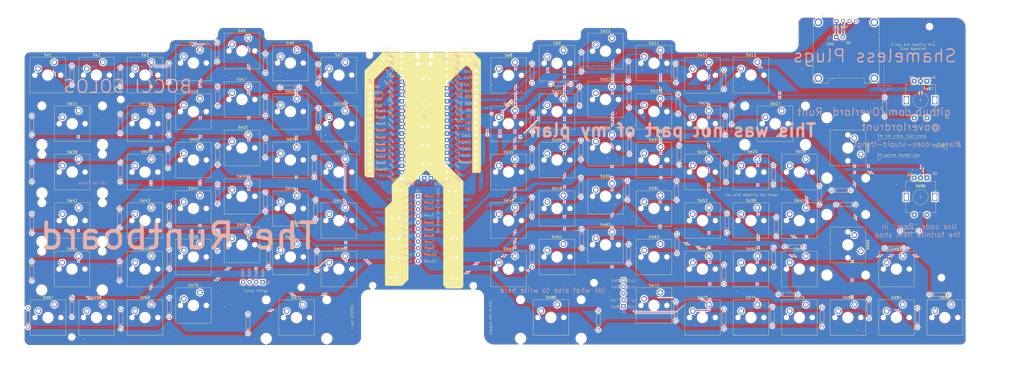
<source format=kicad_pcb>
(kicad_pcb (version 20240108) (generator "pcbnew") (generator_version "8.0")
  (layers (0 "F.Cu" signal) (31 "B.Cu" signal) (34 "B.Paste" user) (35 "F.Paste" user) (36 "B.SilkS" user "B.Silkscreen") (37 "F.SilkS" user "F.Silkscreen") (38 "B.Mask" user) (39 "F.Mask" user) (44 "Edge.Cuts" user))
  (net 0 "")
  (net 1 "Net-(D1-PadA)")
  (net 2 "ROW1")
  (net 3 "Net-(D2-PadA)")
  (net 4 "ROW2")
  (net 5 "Net-(D3-PadA)")
  (net 6 "Net-(D4-PadA)")
  (net 7 "Net-(D5-PadA)")
  (net 8 "Net-(D6-PadA)")
  (net 9 "Net-(D7-PadA)")
  (net 10 "Net-(D8-PadA)")
  (net 11 "Net-(D9-PadA)")
  (net 12 "Net-(D10-PadA)")
  (net 13 "Net-(D11-PadA)")
  (net 14 "Net-(D12-PadA)")
  (net 15 "Net-(D13-PadA)")
  (net 16 "ROW3")
  (net 17 "Net-(D14-PadA)")
  (net 18 "Net-(D15-PadA)")
  (net 19 "ROW4")
  (net 20 "Net-(D16-PadA)")
  (net 21 "Net-(D17-PadA)")
  (net 22 "Net-(D18-PadA)")
  (net 23 "Net-(D19-PadA)")
  (net 24 "Net-(D20-PadA)")
  (net 25 "Net-(D21-PadA)")
  (net 26 "Net-(D22-PadA)")
  (net 27 "Net-(D23-PadA)")
  (net 28 "Net-(D24-PadA)")
  (net 29 "Net-(D25-PadA)")
  (net 30 "Net-(D27-PadA)")
  (net 31 "ROW5")
  (net 32 "Net-(D30-PadA)")
  (net 33 "ROW6")
  (net 34 "Net-(D31-PadA)")
  (net 35 "Net-(D32-PadA)")
  (net 36 "Net-(D33-PadA)")
  (net 37 "Net-(D34-PadA)")
  (net 38 "Net-(D35-PadA)")
  (net 39 "Net-(D36-PadA)")
  (net 40 "Net-(D37-PadA)")
  (net 41 "Net-(D38-PadA)")
  (net 42 "Net-(D39-PadA)")
  (net 43 "Net-(D40-PadA)")
  (net 44 "Net-(D41-PadA)")
  (net 45 "Net-(D42-PadA)")
  (net 46 "Net-(D43-PadA)")
  (net 47 "Net-(D46-PadA)")
  (net 48 "ROW7")
  (net 49 "Net-(D47-PadA)")
  (net 50 "ROW8")
  (net 51 "Net-(D48-PadA)")
  (net 52 "Net-(D49-PadA)")
  (net 53 "Net-(D50-PadA)")
  (net 54 "Net-(D51-PadA)")
  (net 55 "Net-(D52-PadA)")
  (net 56 "Net-(D53-PadA)")
  (net 57 "Net-(D54-PadA)")
  (net 58 "Net-(D55-PadA)")
  (net 59 "Net-(D56-PadA)")
  (net 60 "Net-(D57-PadA)")
  (net 61 "Net-(D58-PadA)")
  (net 62 "ROW10")
  (net 63 "Net-(D61-PadA)")
  (net 64 "ROW9")
  (net 65 "Net-(D63-PadA)")
  (net 66 "Net-(D64-PadA)")
  (net 67 "Net-(D65-PadA)")
  (net 68 "Net-(D66-PadA)")
  (net 69 "Net-(D67-PadA)")
  (net 70 "Net-(D68-PadA)")
  (net 71 "Net-(D69-PadA)")
  (net 72 "Net-(D70-PadA)")
  (net 73 "Net-(D71-PadA)")
  (net 74 "Net-(D72-PadA)")
  (net 75 "Net-(D73-PadA)")
  (net 76 "Net-(D74-PadA)")
  (net 77 "ROW11")
  (net 78 "Net-(D76-PadA)")
  (net 79 "Net-(D77-PadA)")
  (net 80 "Net-(D78-PadA)")
  (net 81 "Net-(D79-PadA)")
  (net 82 "Net-(D80-PadA)")
  (net 83 "Net-(D81-PadA)")
  (net 84 "Net-(D82-PadA)")
  (net 85 "Net-(D83-PadA)")
  (net 86 "Net-(D84-PadA)")
  (net 87 "Net-(D85-PadA)")
  (net 88 "Net-(D86-PadA)")
  (net 89 "Net-(D87-PadA)")
  (net 90 "COL1")
  (net 91 "COL2")
  (net 92 "COL3")
  (net 93 "SDA")
  (net 94 "+5V")
  (net 95 "GND")
  (net 96 "SCL")
  (net 97 "COL4")
  (net 98 "COL5")
  (net 99 "COL6")
  (net 100 "Net-(D28-PadA)")
  (net 101 "COL9")
  (net 102 "Net-(D29-PadA)")
  (net 103 "COL8")
  (net 104 "Net-(D44-PadA)")
  (net 105 "Net-(D26-PadA)")
  (net 106 "A2")
  (net 107 "B2")
  (net 108 "B1")
  (net 109 "A1")
  (net 110 "Net-(J3-Pin_16)")
  (net 111 "Net-(J2-Pin_11)")
  (net 112 "Net-(J2-Pin_5)")
  (net 113 "Net-(J2-Pin_10)")
  (net 114 "Net-(J2-Pin_9)")
  (net 115 "Net-(J2-Pin_8)")
  (net 116 "Net-(J2-Pin_13)")
  (net 118 "Net-(J2-Pin_12)")
  (net 119 "Net-(J2-Pin_6)")
  (net 120 "Net-(J2-Pin_7)")
  (net 121 "Net-(J2-Pin_2)")
  (net 125 "Net-(J2-Pin_14)")
  (net 127 "Net-(J3-Pin_12)")
  (net 129 "Net-(J3-Pin_3)")
  (net 130 "Net-(J3-Pin_2)")
  (net 131 "Net-(J3-Pin_14)")
  (net 132 "Net-(J3-Pin_13)")
  (net 133 "Net-(J3-Pin_11)")
  (net 134 "Net-(J3-Pin_1)")
  (net 136 "Net-(J3-Pin_15)")
  (net 137 "Net-(J3-Pin_4)")
  (net 139 "Net-(J2-Pin_1)")
  (net 140 "gnd")
  (net 141 "LED")
  (footprint "CUSTOM LIBRARY:SW_Cherry_MX_1.00u_PCB" (layer "F.Cu") (at 150.1775 94.9325)
    (property "Reference" "SW47")
    (property "Value" "SW_Push")
  )
  (footprint "CUSTOM LIBRARY:SW_Cherry_MX_1.00u_PCB" (layer "F.Cu") (at 131.1275 109.22)
    (property "Reference" "SW58")
    (property "Value" "SW_Push")
  )
  (footprint "CUSTOM LIBRARY:SW_Cherry_MX_1.00u_PCB" (layer "F.Cu") (at 312.1025 113.9825)
    (property "Reference" "SW53")
    (property "Value" "SW_Push")
  )
  (footprint "CUSTOM LIBRARY:SW_Cherry_MX_1.00u_PCB" (layer "F.Cu") (at 216.8525 113.9825)
    (property "Reference" "SW60")
    (property "Value" "SW_Push")
  )
  (footprint "LED_THT:LED_D5.0mm" (layer "F.Cu") (at 191.23 96.9525)
    (property "Reference" "D59")
    (property "Value" "LED")
  )
  (footprint "LED_THT:LED_D5.0mm" (layer "F.Cu") (at 196.235 36.5875)
    (property "Reference" "D92")
    (property "Value" "LED")
  )
  (footprint "CUSTOM LIBRARY:SW_Cherry_MX_1.00u_PCB" (layer "F.Cu") (at 93.0275 71.12)
    (property "Reference" "SW30")
    (property "Value" "SW_Push")
  )
  (footprint "CUSTOM LIBRARY:SW_Cherry_MX_1.00u_PCB" (layer "F.Cu") (at 216.8525 75.8825)
    (property "Reference" "SW34")
    (property "Value" "SW_Push")
  )
  (footprint "LED_THT:LED_D5.0mm" (layer "F.Cu") (at 180.415 63.0775)
    (property "Reference" "D104")
    (property "Value" "LED")
  )
  (footprint "CUSTOM LIBRARY:SW_Cherry_MX_1.00u_PCB" (layer "F.Cu") (at 254.9525 28.35875)
    (property "Reference" "SW10")
    (property "Value" "SW_Push")
  )
  (footprint "CUSTOM LIBRARY:SW_Cherry_MX_1.00u_PCB" (layer "F.Cu") (at 112.0775 66.36875)
    (property "Reference" "SW31")
    (property "Value" "SW_Push")
  )
  (footprint "CUSTOM LIBRARY:SW_Cherry_MX_1.00u_PCB" (layer "F.Cu") (at 274.0025 33.11)
    (property "Reference" "SW11")
    (property "Value" "SW_Push")
  )
  (footprint "CUSTOM LIBRARY:SW_Cherry_MX_1.00u_PCB" (layer "F.Cu") (at 274.0025 71.12)
    (property "Reference" "SW37")
    (property "Value" "SW_Push")
  )
  (footprint "CUSTOM LIBRARY:SW_Cherry_MX_1.00u_PCB" (layer "F.Cu") (at 350.2025 133.0325)
    (property "Reference" "SW83")
    (property "Value" "SW_Push")
  )
  (footprint "CUSTOM LIBRARY:SW_Cherry_MX_1.00u_PCB" (layer "F.Cu") (at 293.0525 94.9325)
    (property "Reference" "SW52")
    (property "Value" "SW_Push")
  )
  (footprint "CUSTOM LIBRARY:SW_Cherry_MX_1.00u_PCB" (layer "F.Cu") (at 73.9775 113.9825)
    (property "Reference" "SW55")
    (property "Value" "SW_Push")
  )
  (footprint "Button_Switch_Keyboard:SW_Cherry_MX_2.75u_PCB" (layer "F.Cu") (at 233.49 133.02)
    (property "Reference" "SW88")
    (property "Value" "SW_Push")
  )
  (footprint "CUSTOM LIBRARY:RotaryEncoder_Alps_EC11E-Switch_Vertical_H20mm" (layer "F.Cu") (at 378.7375 83.2375 -90)
    (property "Reference" "SW86")
    (property "Value" "RotaryEncoder_Switch")
  )
  (footprint "LED_THT:LED_D5.0mm" (layer "F.Cu") (at 168.54 99.0125)
    (property "Reference" "D45")
    (property "Value" "LED")
  )
  (footprint "LED_THT:LED_D5.0mm" (layer "F.Cu") (at 180.655 77.5375)
    (property "Reference" "D99")
    (property "Value" "LED")
  )
  (footprint "CUSTOM LIBRARY:SW_Cherry_MX_1.00u_PCB" (layer "F.Cu") (at 235.9025 33.11)
    (property "Reference" "SW9")
    (property "Value" "SW_Push")
  )
  (footprint "CUSTOM LIBRARY:SW_Cherry_MX_1.00u_PCB" (layer "F.Cu") (at 93.0275 128.27)
    (property "Reference" "SW70")
    (property "Value" "SW_Push")
  )
  (footprint "CUSTOM LIBRARY:SW_Cherry_MX_1.00u_PCB" (layer "F.Cu") (at 274.0025 109.22)
    (property "Reference" "SW63")
    (property "Value" "SW_Push")
  )
  (footprint "CUSTOM LIBRARY:SW_Cherry_MX_1.00u_PCB" (layer "F.Cu") (at 312.1025 94.9325)
    (property "Reference" "SW39")
    (property "Value" "SW_Push")
  )
  (footprint "CUSTOM LIBRARY:SW_Cherry_MX_1.00u_PCB" (layer "F.Cu") (at 254.9525 66.36875)
    (property "Reference" "SW36")
    (property "Value" "SW_Push")
  )
  (footprint "CUSTOM LIBRARY:SW_Cherry_MX_1.00u_PCB" (layer "F.Cu") (at 274.0025 90.17)
    (property "Reference" "SW51")
    (property "Value" "SW_Push")
  )
  (footprint "CUSTOM LIBRARY:SW_Cherry_MX_1.00u_PCB" (layer "F.Cu") (at 312.1025 37.7825)
    (property "Reference" "SW13")
    (property "Value" "SW_Push")
  )
  (footprint "CUSTOM LIBRARY:SW_Cherry_MX_1.00u_PCB" (layer "F.Cu") (at 93.0275 33.02)
    (property "Reference" "SW4")
    (property "Value" "SW_Push")
  )
  (footprint "Button_Switch_Keyboard:SW_Cherry_MX_2.00u_PCB" (layer "F.Cu") (at 352.7425 73.9775 -90)
    (property "Reference" "SW66")
    (property "Value" "SW_Push")
  )
  (footprint "CUSTOM LIBRARY:SW_Cherry_MX_1.00u_PCB" (layer "F.Cu") (at 369.2525 113.9825)
    (property "Reference" "SW82")
    (property "Value" "SW_Push")
  )
  (footprint "CUSTOM LIBRARY:SW_Cherry_MX_1.00u_PCB" (layer "F.Cu") (at 388.3025 133.0325)
    (property "Reference" "SW85")
    (property "Value" "SW_Push")
  )
  (footprint "CUSTOM LIBRARY:SW_Cherry_MX_1.00u_PCB" (layer "F.Cu") (at 254.9525 104.4575)
    (property "Reference" "SW62")
    (property "Value" "SW_Push")
  )
  (footprint "CUSTOM LIBRARY:SW_Cherry_MX_1.00u_PCB" (layer "F.Cu") (at 331.1525 113.9825)
    (property "Reference" "SW41")
    (property "Value" "SW_Push")
  )
  (footprint "Button_Switch_Keyboard:SW_Cherry_MX_2.00u_PCB" (layer "F.Cu") (at 45.30125 113.9825)
    (property "Reference" "SW54")
    (property "Value" "SW_Push")
  )
  (footprint "Button_Switch_Keyboard:SW_Cherry_MX_2.00u_PCB" (layer "F.Cu") (at 45.4025 56.86625)
    (property "Reference" "SW14")
    (property "Value" "SW_Push")
  )
  (footprint "CUSTOM LIBRARY:SW_Cherry_MX_1.00u_PCB" (layer "F.Cu") (at 73.9775 75.8825)
    (property "Reference" "SW29")
    (property "Value" "SW_Push")
  )
  (footprint "CUSTOM LIBRARY:SW_Cherry_MX_1.00u_PCB" (layer "F.Cu") (at 312.1025 75.8825)
    (property "Reference" "SW25")
    (property "Value" "SW_Push")
  )
  (footprint "CUSTOM LIBRARY:SW_Cherry_MX_1.00u_PCB" (layer "F.Cu") (at 73.9775 133.0325)
    (property "Reference" "SW69")
    (property "Value" "SW_Push")
  )
  (footprint "CUSTOM LIBRARY:SW_Cherry_MX_1.00u_PCB" (layer "F.Cu") (at 235.9025 71.12)
    (property "Reference" "SW35")
    (property "Value" "SW_Push")
  )
  (footprint "CUSTOM LIBRARY:SW_Cherry_MX_1.00u_PCB" (layer "F.Cu") (at 293.0525 75.8825)
    (property "Reference" "SW38")
    (property "Value" "SW_Push")
  )
  (footprint "LED_THT:LED_D5.0mm" (layer "F.Cu") (at 169.82 87.9425)
    (property "Reference" "D106")
    (property "Value" "LED")
  )
  (footprint "CUSTOM LIBRARY:SW_Cherry_MX_1.00u_PCB" (layer "F.Cu") (at 112.0775 28.2575)
    (property "Reference" "SW5")
    (property "Value" "SW_Push")
  )
  (footprint "Button_Switch_Keyboard:SW_Cherry_MX_2.00u_PCB" (layer "F.Cu") (at 321.6275 56.86625)
    (property "Reference" "SW27")
    (property "Value" "SW_Push")
  )
  (footprint "CUSTOM LIBRARY:SW_Cherry_MX_1.00u_PCB" (layer "F.Cu") (at 131.1275 52.115)
    (property "Reference" "SW18")
    (property "Value" "SW_Push")
  )
  (footprint "CUSTOM LIBRARY:SW_Cherry_MX_1.00u_PCB" (layer "F.Cu") (at 131.1275 71.12)
    (property "Reference" "SW32")
    (property "Value" "SW_Push")
  )
  (footprint "CUSTOM LIBRARY:SW_Cherry_MX_1.00u_PCB" (layer "F.Cu") (at 112.0775 85.4075)
    (property "Reference" "SW45")
    (property "Value" "SW_Push")
  )
  (footprint "CUSTOM LIBRARY:SW_Cherry_MX_1.00u_PCB" (layer "F.Cu") (at 93.0275 90.17)
    (property "Reference" "SW44")
    (property "Value" "SW_Push")
  )
  (footprint "CUSTOM LIBRARY:SW_Cherry_MX_1.00u_PCB" (layer "F.Cu") (at 150.1775 37.7825)
    (property "Reference" "SW7")
    (property "Value" "SW_Push")
  )
  (footprint "CUSTOM LIBRARY:SW_Cherry_MX_1.00u_PCB" (layer "F.Cu") (at 54.9275 37.7825)
    (property "Reference" "SW2")
    (property "Value" "SW_Push")
  )
  (footprint "CUSTOM LIBRARY:SW_Cherry_MX_1.00u_PCB" (layer "F.Cu") (at 235.9025 109.22)
    (property "Reference" "SW61")
    (property "Value" "SW_Push")
  )
  (footprint "LED_THT:LED_D5.0mm" (layer "F.Cu") (at 191.57 114.6925)
    (property "Reference" "D62")
    (property "Value" "LED")
  )
  (footprint "CUSTOM LIBRARY:SW_Cherry_MX_1.00u_PCB" (layer "F.Cu") (at 216.8525 56.86625)
    (property "Reference" "SW20")
    (property "Value" "SW_Push")
  )
  (footprint "CUSTOM LIBRARY:SW_Cherry_MX_1.00u_PCB" (layer "F.Cu") (at 293.0525 37.86125)
    (property "Reference" "SW12")
    (property "Value" "SW_Push")
  )
  (footprint "LED_THT:LED_D5.0mm" (layer "F.Cu") (at 168.06 122.4175)
    (property "Reference" "D90")
    (property "Value" "LED")
  )
  (footprint "LED_THT:LED_D5.0mm" (layer "F.Cu") (at 191.66 122.6575)
    (property "Reference" "D89")
    (property "Value" "LED")
  )
  (footprint "CUSTOM LIBRARY:SW_Cherry_MX_1.00u_PCB" (layer "F.Cu") (at 235.9025 52.115)
    (property "Reference" "SW21")
    (property "Value" "SW_Push")
  )
  (footprint "LED_THT:LED_D5.0mm" (layer "F.Cu") (at 165.115 36.5775)
    (property "Reference" "D103")
    (property "Value" "LED")
  )
  (footprint "Button_Switch_Keyboard:SW_Cherry_MX_2.00u_PCB" (layer "F.Cu") (at 45.4025 94.9325)
    (property "Reference" "SW42")
    (property "Value" "SW_Push")
  )
  (footprint "CUSTOM LIBRARY:SW_Cherry_MX_1.00u_PCB" (layer "F.Cu") (at 293.0525 56.86625)
    (property "Reference" "SW24")
    (property "Value" "SW_Push")
  )
  (footprint "CUSTOM LIBRARY:SW_Cherry_MX_1.00u_PCB" (layer "F.Cu") (at 216.8525 94.9325)
    (property "Reference" "SW48")
    (property "Value" "SW_Push")
  )
  (footprint "CUSTOM LIBRARY:SW_Cherry_MX_1.00u_PCB" (layer "F.Cu") (at 235.9025 90.17)
    (property "Reference" "SW49")
    (property "Value" "SW_Push")
  )
  (footprint "CUSTOM LIBRARY:SW_Cherry_MX_1.00u_PCB" (layer "F.Cu") (at 216.8525 37.86125)
    (property "Reference" "SW8")
    (property "Value" "SW_Push")
  )
  (footprint "LED_THT:LED_D5.0mm" (layer "F.Cu") (at 168.605 107.2275)
    (property "Reference" "D75")
    (property "Value" "LED")
  )
  (footprint "CUSTOM LIBRARY:SW_Cherry_MX_1.00u_PCB" (layer "F.Cu") (at 131.1275 33.02)
    (property "Reference" "SW6")
    (property "Value" "SW_Push")
  )
  (footprint "CUSTOM LIBRARY:SW_Cherry_MX_1.00u_PCB" (layer "F.Cu") (at 150.1775 75.8825)
    (property "Reference" "SW33")
    (property "Value" "SW_Push")
  )
  (footprint "CUSTOM LIBRARY:SW_Cherry_MX_1.00u_PCB" (layer "F.Cu") (at 331.1525 94.9325)
    (property "Reference" "SW40")
    (property "Value" "SW_Push")
  )
  (footprint "CUSTOM LIBRARY:SW_Cherry_MX_1.00u_PCB" (layer "F.Cu") (at 73.9775 94.9325)
    (property "Reference" "SW43")
    (property "Value" "SW_Push")
  )
  (footprint "CUSTOM LIBRARY:SW_Cherry_MX_1.00u_PCB" (layer "F.Cu") (at 274.0025 128.27)
    (property "Reference" "SW72")
    (property "Value" "SW_Push")
  )
  (footprint "CUSTOM LIBRARY:SW_Cherry_MX_1.00u_PCB" (layer "F.Cu") (at 112.0775 47.36375)
    (property "Reference" "SW17")
    (property "Value" "SW_Push")
  )
  (footprint "CUSTOM LIBRARY:SW_Cherry_MX_1.00u_PCB" (layer "F.Cu") (at 274.0025 52.115)
    (property "Reference" "SW23")
    (property "Value" "SW_Push")
  )
  (footprint "CUSTOM LIBRARY:SW_Cherry_MX_1.00u_PCB" (layer "F.Cu") (at 293.0525 113.9825)
    (property "Reference" "SW64")
    (property "Value" "SW_Push")
  )
  (footprint "CUSTOM LIBRARY:RotaryEncoder_Alps_EC11E-Switch_Vertical_H20mm" (layer "F.Cu") (at 378.7375 45.19375 -90)
    (property "Reference" "SW87")
    (property "Value" "RotaryEncoder_Switch")
  )
  (footprint "CUSTOM LIBRARY:SW_Cherry_MX_1.00u_PCB" (layer "F.Cu") (at 131.1275 90.17)
    (property "Reference" "SW46")
    (property "Value" "SW_Push")
  )
  (footprint "CUSTOM LIBRARY:MODULE_DM-OLED096-636" (layer "F.Cu") (at 347.04375 33.09)
    (property "Reference" "J1")
    (property "Value" "Conn_01x04_Pin")
  )
  (footprint "Button_Switch_Keyboard:SW_Cherry_MX_2.00u_PCB" (layer "F.Cu") (at 45.4025 75.8825)
    (property "Reference" "SW28")
    (property "Value" "SW_Push")
  )
  (footprint "CUSTOM LIBRARY:SW_Cherry_MX_1.00u_PCB" (layer "F.Cu") (at 93.0275 52.115)
    (property "Reference" "SW16")
    (property "Value" "SW_Push")
  )
  (footprint "CUSTOM LIBRARY:SW_Cherry_MX_1.00u_PCB" (layer "F.Cu") (at 35.79875 37.7825)
    (property "Reference" "SW1")
    (property "Value" "SW_Push")
  )
  (footprint "LED_THT:LED_D5.0mm" (layer "F.Cu") (at 191.655 107.0825)
    (property "Reference" "D60")
    (property "Value" "LED")
  )
  (footprint "CUSTOM LIBRARY:SW_Cherry_MX_1.00u_PCB" (layer "F.Cu") (at 254.9525 47.36375)
    (property "Reference" "SW22")
    (property "Value" "SW_Push")
  )
  (footprint "CUSTOM LIBRARY:SW_Cherry_MX_1.00u_PCB" (layer "F.Cu") (at 93.0275 109.22)
    (property "Reference" "SW56")
    (property "Value" "SW_Push")
  )
  (footprint "Button_Switch_Keyboard:SW_Cherry_MX_2.75u_PCB" (layer "F.Cu") (at 133.54 133.07)
    (property "Reference" "SW71")
    (property "Value" "SW_Push")
  )
  (footprint "LED_THT:LED_D5.0mm" (layer "F.Cu") (at 190.985 88.6425)
    (property "Reference" "D105")
    (property "Value" "LED")
  )
  (footprint "LED_THT:LED_D5.0mm" (layer "F.Cu") (at 180.62 44.3325)
    (property "Reference" "D93")
    (property "Value" "LED")
  )
  (footprint "CUSTOM LIBRARY:SW_Cherry_MX_1.00u_PCB" (layer "F.Cu") (at 331.1525 133.0325)
    (property "Reference" "SW75")
    (property "Value" "SW_Push")
  )
  (footprint "CUSTOM LIBRARY:SW_Cherry_MX_1.00u_PCB" (layer "F.Cu") (at 54.9275 133.0325)
    (property "Reference" "SW68")
    (property "Value" "SW_Push")
  )
  (footprint "CUSTOM LIBRARY:SW_Cherry_MX_1.00u_PCB" (layer "F.Cu") (at 254.9525 85.4075)
    (property "Reference" "SW50")
    (property "Value" "SW_Push")
  )
  (footprint "CUSTOM LIBRARY:SW_Cherry_MX_1.00u_PCB" (layer "F.Cu") (at 150.1775 56.86625)
    (property "Reference" "SW19")
    (property "Value" "SW_Push")
  )
  (footprint "CUSTOM LIBRARY:SW_Cherry_MX_1.00u_PCB" (layer "F.Cu") (at 73.9775 37.7825)
    (property "Reference" "SW3")
    (property "Value" "SW_Push")
  )
  (footprint "LED_THT:LED_D5.0mm" (layer "F.Cu") (at 180.445 70.2825)
    (property "Reference" "D91")
    (property "Value" "LED")
  )
  (footprint "CUSTOM LIBRARY:SW_Cherry_MX_1.00u_PCB" (layer "F.Cu") (at 369.2525 133.0325)
    (property "Reference" "SW84")
    (property "Value" "SW_Push")
  )
  (footprint "CUSTOM LIBRARY:SW_Cherry_MX_1.00u_PCB" (layer "F.Cu") (at 35.8775 133.0325)
    (property "Reference" "SW67")
    (property "Value" "SW_Push")
  )
  (footprint "LED_THT:LED_D5.0mm" (layer "F.Cu") (at 180.77 54.1625)
    (property "Reference" "D98")
    (property "Value" "LED")
  )
  (footprint "CUSTOM LIBRARY:SW_Cherry_MX_1.00u_PCB" (layer "F.Cu") (at 150.1775 113.9825)
    (property "Reference" "SW59")
    (property "Value" "SW_Push")
  )
  (footprint "CUSTOM LIBRARY:SW_Cherry_MX_1.00u_PCB" (layer "F.Cu") (at 293.0525 133.0325)
    (property "Reference" "SW73")
    (property "Value" "SW_Push")
  )
  (footprint "CUSTOM LIBRARY:SW_Cherry_MX_1.00u_PCB" (layer "F.Cu") (at 112.0775 104.4575)
    (property "Reference" "SW57")
    (property "Value" "SW_Push")
  )
  (footprint "LED_THT:LED_D5.0mm" (layer "F.Cu") (at 168.36 114.6425)
    (property "Reference" "D88")
    (property "Value" "LED")
  )
  (footprint "CUSTOM LIBRARY:SW_Cherry_MX_1.00u_PCB" (layer "F.Cu") (at 312.1025 133.0325)
    (property "Reference" "SW74")
    (property "Value" "SW_Push")
  )
  (footprint "Button_Switch_Keyboard:SW_Cherry_MX_2.00u_PCB" (layer "F.Cu") (at 352.7425 112.0775 -90)
    (property "Reference" "SW65")
    (property "Value" "SW_Push")
  )
  (footprint "CUSTOM LIBRARY:SW_Cherry_MX_1.00u_PCB" (layer "F.Cu") (at 331.1525 75.8825)
    (property "Reference" "SW26")
    (property "Value" "SW_Push")
  )
  (footprint "CUSTOM LIBRARY:SW_Cherry_MX_1.00u_PCB" (layer "F.Cu") (at 73.9775 56.86625)
    (property "Reference" "SW15")
    (property "Value" "SW_Push")
  )
  (footprint "CUSTOM LIBRARY:DIODE-1N4148" (layer "B.Cu") (at 118.78125 55.0425 -90)
    (property "Reference" "D18")
    (property "Value" "D_Small" (hide yes))
  )
  (footprint "CUSTOM LIBRARY:DIODE-1N4148" (layer "B.Cu") (at 27 119.8925 90)
    (property "Reference" "D63")
    (property "Value" "D_Small" (hide yes))
  )
  (footprint "CUSTOM LIBRARY:DIODE-1N4148" (layer "B.Cu") (at 302 58.4375 90)
    (property "Reference" "D27")
    (property "Value" "D_Small" (hide yes))
  )
  (footprint "Connector_PinSocket_2.54mm:PinSocket_1x02_P2.54mm_Vertical" (layer "B.Cu") (at 343.11875 27.8625 -90)
    (property "Reference" "J7")
    (property "Value" "Conn_01x02")
  )
  (footprint "CUSTOM LIBRARY:DIODE-1N4148" (layer "B.Cu") (at 138.5 95.6275 90)
    (property "Reference" "D51")
    (property "Value" "D_Small" (hide yes))
  )
  (footprint "CUSTOM LIBRARY:DIODE-1N4148" (layer "B.Cu") (at 62 138.6275 -90)
    (property "Reference" "D80")
    (property "Value" "D_Small" (hide yes))
  )
  (footprint "CUSTOM LIBRARY:DIODE-1N4148" (layer "B.Cu") (at 61.76625 61.94625 90)
    (property "Reference" "D15")
    (property "Value" "D_Small" (hide yes))
  )
  (footprint "CUSTOM LIBRARY:DIODE-1N4148" (layer "B.Cu") (at 319.53875 102.5225 -90)
    (property "Reference" "D41")
    (property "Value" "D_Small" (hide yes))
  )
  (footprint "CUSTOM LIBRARY:DIODE-1N4148" (layer "B.Cu") (at 61.76625 43.5925 -90)
    (property "Reference" "D2")
    (property "Value" "D_Small" (hide yes))
  )
  (footprint "CUSTOM LIBRARY:DIODE-1N4148" (layer "B.Cu") (at 261.79875 70.0825 90)
    (property "Reference" "D38")
    (property "Value" "D_Small" (hide yes))
  )
  (footprint "CUSTOM LIBRARY:DIODE-1N4148" (layer "B.Cu") (at 100 51.1275 90)
    (property "Reference" "D17")
    (property "Value" "D_Small" (hide yes))
  )
  (footprint "Connector_PinHeader_2.54mm:PinHeader_1x05_P2.54mm_Vertical" (layer "B.Cu") (at 259.48875 133.6525)
    (property "Reference" "J4")
    (property "Value" "Conn_01x05_MountingPin")
  )
  (footprint "CUSTOM LIBRARY:DIODE-1N4148" (layer "B.Cu") (at 242.75875 86.9425 90)
    (property "Reference" "D53")
    (property "Value" "D_Small" (hide yes))
  )
  (footprint "CUSTOM LIBRARY:DIODE-1N4148" (layer "B.Cu") (at 118.78125 38.19 90)
    (property "Reference" "D5")
    (property "Value" "D_Small" (hide yes))
  )
  (footprint "CUSTOM LIBRARY:DIODE-1N4148" (layer "B.Cu") (at 280.5 109.1275 90)
    (property "Reference" "D72")
    (property "Value" "D_Small" (hide yes))
  )
  (footprint "CUSTOM LIBRARY:DIODE-1N4148" (layer "B.Cu") (at 99.77625 33.7675 -90)
    (property "Reference" "D4")
    (property "Value" "D_Small" (hide yes))
  )
  (footprint "CUSTOM LIBRARY:DIODE-1N4148" (layer "B.Cu") (at 100 74.3175 -90)
    (property "Reference" "D33")
    (property "Value" "D_Small" (hide yes))
  )
  (footprint "CUSTOM LIBRARY:DIODE-1N4148" (layer "B.Cu") (at 242.76375 72.2225 -90)
    (property "Reference" "D37")
    (property "Value" "D_Small" (hide yes))
  )
  (footprint "CUSTOM LIBRARY:DIODE-1N4148" (layer "B.Cu") (at 261.71875 51.8875 -90)
    (property "Reference" "D22")
    (property "Value" "D_Small" (hide yes))
  )
  (footprint "CUSTOM LIBRARY:DIODE-1N4148" (layer "B.Cu") (at 346.83375 93.7225 180)
    (property "Reference" "D74")
    (property "Value" "D_Small" (hide yes))
  )
  (footprint "CUSTOM LIBRARY:DIODE-1N4148" (layer "B.Cu") (at 80.77125 62.6275 -90)
    (property "Reference" "D16")
    (property "Value" "D_Small" (hide yes))
  )
  (footprint "CUSTOM LIBRARY:DIODE-1N4148" (layer "B.Cu") (at 318.5 114.4375 90)
    (property "Reference" "D57")
    (property "Value" "D_Small" (hide yes))
  )
  (footprint "CUSTOM LIBRARY:DIODE-1N4148" (layer "B.Cu") (at 261.00875 88.1475 -90)
    (property "Reference" "D54")
    (property "Value" "D_Small" (hide yes))
  )
  (footprint "CUSTOM LIBRARY:RPi_Pico_SMD_TH" (layer "B.Cu") (at 181.25 59.4425 180)
    (property "Reference" "U1")
    (property "Value" "Pico")
  )
  (footprint "CUSTOM LIBRARY:DIODE-1N4148" (layer "B.Cu") (at 81 115.1275 -90)
    (property "Reference" "D65")
    (property "Value" "D_Small" (hide yes))
  )
  (footprint "CUSTOM LIBRARY:DIODE-1N4148" (layer "B.Cu") (at 223.49375 94.6475 -90)
    (property "Reference" "D52")
    (property "Value" "D_Small" (hide yes))
  )
  (footprint "CUSTOM LIBRARY:DIODE-1N4148" (layer "B.Cu") (at 223.70875 61.3075 -90)
    (property "Reference" "D20")
    (property "Value" "D_Small" (hide yes))
  )
  (footprint "Connector_PinHeader_2.54mm:PinHeader_1x11_P2.54mm_Vertical" (layer "B.Cu") (at 178.765 90.5425 180)
    (property "Reference" "J5")
    (property "Value" "Conn_01x11_MountingPin")
  )
  (footprint "CUSTOM LIBRARY:DIODE-1N4148" (layer "B.Cu") (at 362.11375 55.3775 90)
    (property "Reference" "D28")
    (property "Value" "D_Small" (hide yes))
  )
  (footprint "CUSTOM LIBRARY:DIODE-1N4148" (layer "B.Cu") (at 243.06375 107.0975 90)
    (property "Reference" "D70")
    (property "Value" "D_Small" (hide yes))
  )
  (footprint "CUSTOM LIBRARY:DIODE-1N4148" (layer "B.Cu") (at 42.76125 42.94125 90)
    (property "Reference" "D1")
    (property "Value" "D_Small" (hide yes))
  )
  (footprint "CUSTOM LIBRARY:DIODE-1N4148" (layer "B.Cu") (at 27 80.95125 90)
    (property "Reference" "D30")
    (property "Value" "D_Small" (hide yes))
  )
  (footprint "Connector_PinHeader_2.54mm:PinHeader_1x14_P2.54mm_Vertical" (layer "B.Cu") (at 159.89 47.3125 180)
    (property "Reference" "J2")
    (property "Value" "Conn_01x14_MountingPin")
  )
  (footprint "Connector_PinHeader_2.54mm:PinHeader_1x04_P2.54mm_Vertical" (layer "B.Cu") (at 117.66 124.2225 90)
    (property "Reference" "J6")
    (property "Value" "Conn_01x04_MountingPin")
  )
  (footprint "CUSTOM LIBRARY:DIODE-1N4148" (layer "B.Cu") (at 120 114.6275 -90)
    (property "Reference" "D67")
    (property "Value" "D_Small" (hide yes))
  )
  (footprint "CUSTOM LIBRARY:DIODE-1N4148" (layer "B.Cu") (at 100 108.1275 90)
    (property "Reference" "D66")
    (property "Value" "D_Small" (hide yes))
  )
  (footprint "CUSTOM LIBRARY:DIODE-1N4148" (layer "B.Cu") (at 261.385 41.1975 -90)
    (property "Reference" "D11")
    (property "Value" "D_Small" (hide yes))
  )
  (footprint "CUSTOM LIBRARY:DIODE-1N4148" (layer "B.Cu") (at 299.47375 62.6425 -90)
    (property "Reference" "D24")
    (property "Value" "D_Small" (hide yes))
  )
  (footprint "CUSTOM LIBRARY:DIODE-1N4148" (layer "B.Cu") (at 139.5 42.3175 90)
    (property "Reference" "D7")
    (property "Value" "D_Small" (hide yes))
  )
  (footprint "CUSTOM LIBRARY:DIODE-1N4148" (layer "B.Cu") (at 61.5 99.1275 90)
    (property "Reference" "D47")
    (property "Value" "D_Small" (hide yes))
  )
  (footprint "CUSTOM LIBRARY:DIODE-1N4148" (layer "B.Cu") (at 336.5 90.1275 -90)
    (property "Reference" "D26")
    (property "Value" "D_Small" (hide yes))
  )
  (footprint "CUSTOM LIBRARY:DIODE-1N4148" (layer "B.Cu") (at 280.35875 88.1775 90)
    (property "Reference" "D55")
    (property "Value" "D_Small" (hide yes))
  )
  (footprint "CUSTOM LIBRARY:DIODE-1N4148" (layer "B.Cu") (at 281.33875 74.3025 -90)
    (property "Reference" "D39")
    (property "Value" "D_Small" (hide yes))
  )
  (footprint "CUSTOM LIBRARY:DIODE-1N4148" (layer "B.Cu") (at 242.18375 51.1275 90)
    (property "Reference" "D21")
    (property "Value" "D_Small" (hide yes))
  )
  (footprint "CUSTOM LIBRARY:DIODE-1N4148" (layer "B.Cu") (at 61.76625 80.95125 -90)
    (property "Reference" "D31")
    (property "Value" "D_Small" (hide yes))
  )
  (footprint "CUSTOM LIBRARY:DIODE-1N4148" (layer "B.Cu") (at 249.59875 139.1825 -90)
    (property "Reference" "D44")
    (property "Value" "D_Small" (hide yes))
  )
  (footprint "CUSTOM LIBRARY:DIODE-1N4148" (layer "B.Cu") (at 111.945 140.5525 -90)
    (property "Reference" "D82")
    (property "Value" "D_Small" (hide yes))
  )
  (footprint "CUSTOM LIBRARY:DIODE-1N4148" (layer "B.Cu") (at 299 138.6275 -90)
    (property "Reference" "D85")
    (property "Value" "D_Small" (hide yes))
  )
  (footprint "CUSTOM LIBRARY:DIODE-1N4148" (layer "B.Cu") (at 356 134.6275 90)
    (property "Reference" "D61")
    (property "Value" "D_Small" (hide yes))
  )
  (footprint "CUSTOM LIBRARY:DIODE-1N4148" (layer "B.Cu") (at 100 89.6275 90)
    (property "Reference" "D49")
    (property "Value" "D_Small" (hide yes))
  )
  (footprint "CUSTOM LIBRARY:DIODE-1N4148" (layer "B.Cu") (at 80.5 75.6275 90)
    (property "Reference" "D32")
    (property "Value" "D_Small" (hide yes))
  )
  (footprint "CUSTOM LIBRARY:DIODE-1N4148" (layer "B.Cu") (at 371.91375 103.9825 180)
    (property "Reference" "D29")
    (property "Value" "D_Small" (hide yes))
  )
  (footprint "CUSTOM LIBRARY:DIODE-1N4148" (layer "B.Cu") (at 300.11875 101.0125 -90)
    (property "Reference" "D56")
    (property "Value" "D_Small" (hide yes))
  )
  (footprint "CUSTOM LIBRARY:DIODE-1N4148" (layer "B.Cu") (at 345 88.1275 180)
    (property "Reference" "D58")
    (property "Value" "D_Small" (hide yes))
  )
  (footprint "CUSTOM LIBRARY:DIODE-1N4148" (layer "B.Cu") (at 280 135.6275 -90)
    (property "Reference" "D84")
    (property "Value" "D_Small" (hide yes))
  )
  (footprint "CUSTOM LIBRARY:DIODE-1N4148" (layer "B.Cu") (at 337.5 137.9375 -90)
    (property "Reference" "D87")
    (property "Value" "D_Small" (hide yes))
  )
  (footprint "CUSTOM LIBRARY:DIODE-1N4148" (layer "B.Cu") (at 318.42375 82.0725 -90)
    (property "Reference" "D25")
    (property "Value" "D_Small" (hide yes))
  )
  (footprint "CUSTOM LIBRARY:DIODE-1N4148" (layer "B.Cu") (at 318 137.6275 -90)
    (property "Reference" "D86")
    (property "Value" "D_Small" (hide yes))
  )
  (footprint "CUSTOM LIBRARY:DIODE-1N4148" (layer "B.Cu") (at 128.28375 47.6925)
    (property "Reference" "D6")
    (property "Value" "D_Small" (hide yes))
  )
  (footprint "CUSTOM LIBRARY:DIODE-1N4148" (layer "B.Cu") (at 139 115.6275 90)
    (property "Reference" "D68")
    (property "Value" "D_Small" (hide yes))
  )
  (footprint "CUSTOM LIBRARY:DIODE-1N4148" (layer "B.Cu") (at 139.5 59.6275 90)
    (property "Reference" "D19")
    (property "Value" "D_Small" (hide yes))
  )
  (footprint "CUSTOM LIBRARY:DIODE-1N4148" (layer "B.Cu") (at 375 138.1275 -90)
    (property "Reference" "D76")
    (property "Value" "D_Small" (hide yes))
  )
  (footprint "CUSTOM LIBRARY:DIODE-1N4148" (layer "B.Cu") (at 81 134.1275 -90)
    (property "Reference" "D81")
    (property "Value" "D_Small" (hide yes))
  )
  (footprint "CUSTOM LIBRARY:DIODE-1N4148" (layer "B.Cu") (at 383.5 129.1275 180)
    (property "Reference" "D77")
    (property "Value" "D_Small" (hide yes))
  )
  (footprint "CUSTOM LIBRARY:DIODE-1N4148" (layer "B.Cu") (at 118.78125 71.44875 90)
    (property "Reference" "D34")
    (property "Value" "D_Small" (hide yes))
  )
  (footprint "CUSTOM LIBRARY:DIODE-1N4148" (layer "B.Cu") (at 118.78125 92.6275 -90)
    (property "Reference" "D50")
    (property "Value" "D_Small" (hide yes))
  )
  (footprint "CUSTOM LIBRARY:DIODE-1N4148" (layer "B.Cu") (at 42.76125 134.1275 90)
    (property "Reference" "D79")
    (property "Value" "D_Small" (hide yes))
  )
  (footprint "CUSTOM LIBRARY:DIODE-1N4148" (layer "B.Cu") (at 223.55875 75.3625 90)
    (property "Reference" "D36")
    (property "Value" "D_Small" (hide yes))
  )
  (footprint "CUSTOM LIBRARY:DIODE-1N4148" (layer "B.Cu") (at 280 42.1275 -90)
    (property "Reference" "D12")
    (property "Value" "D_Small" (hide yes))
  )
  (footprint "CUSTOM LIBRARY:DIODE-1N4148" (layer "B.Cu") (at 223.58375 114.3225 -90)
    (property "Reference" "D69")
    (property "Value" "D_Small" (hide yes))
  )
  (footprint "CUSTOM LIBRARY:DIODE-1N4148" (layer "B.Cu") (at 299 121.1275 -90)
    (property "Reference" "D73")
    (property "Value" "D_Small" (hide yes))
  )
  (footprint "CUSTOM LIBRARY:DIODE-1N4148" (layer "B.Cu") (at 25.5 138.1275 -90)
    (property "Reference" "D78")
    (property "Value" "D_Small" (hide yes))
  )
  (footprint "CUSTOM LIBRARY:DIODE-1N4148" (layer "B.Cu") (at 81 98.1275 -90)
    (property "Reference" "D48")
    (property "Value" "D_Small" (hide yes))
  )
  (footprint "CUSTOM LIBRARY:DIODE-1N4148" (layer "B.Cu") (at 326.63375 110.3425 180)
    (property "Reference" "D42")
    (property "Value" "D_Small" (hide yes))
  )
  (footprint "CUSTOM LIBRARY:DIODE-1N4148" (layer "B.Cu") (at 280.95375 54.2275 90)
    (property "Reference" "D23")
    (property "Value" "D_Small" (hide yes))
  )
  (footprint "CUSTOM LIBRARY:DIODE-1N4148" (layer "B.Cu") (at 61.5 119.8175 90)
    (property "Reference" "D64")
    (property "Value" "D_Small" (hide yes))
  )
  (footprint "CUSTOM LIBRARY:DIODE-1N4148" (layer "B.Cu") (at 243 37.6275 -90)
    (property "Reference" "D10")
    (property "Value" "D_Small" (hide yes))
  )
  (footprint "CUSTOM LIBRARY:DIODE-1N4148" (layer "B.Cu") (at 365.92 110.8275 180)
    (property "Reference" "D83")
    (property "Value" "D_Small" (hide yes))
  )
  (footprint "CUSTOM LIBRARY:DIODE-1N4148" (layer "B.Cu") (at 299.75875 81.2375 90)
    (property "Reference" "D40")
    (property "Value" "D_Small" (hide yes))
  )
  (footprint "CUSTOM LIBRARY:DIODE-1N4148" (layer "B.Cu") (at 299 44.6275 90)
    (property "Reference" "D13")
    (property "Value" "D_Small" (hide yes))
  )
  (footprint "CUSTOM LIBRARY:DIODE-1N4148" (layer "B.Cu") (at 80.77125 41.9075 90)
    (property "Reference" "D3")
    (property "Value" "D_Small" (hide yes))
  )
  (footprint "CUSTOM LIBRARY:DIODE-1N4148" (layer "B.Cu") (at 27 62.6225 -90)
    (property "Reference" "D14")
    (property "Value" "D_Small" (hide yes))
  )
  (footprint "CUSTOM LIBRARY:DIODE-1N4148" (layer "B.Cu") (at 261.5 113.1275 -90)
    (property "Reference" "D71")
    (property "Value" "D_Small" (hide yes))
  )
  (footprint "CUSTOM LIBRARY:DIODE-1N4148" (layer "B.Cu") (at 234.875 46.4225)
    (property "Reference" "D9")
    (property "Value" "D_Small" (hide yes))
  )
  (footprint "CUSTOM LIBRARY:DIODE-1N4148" (layer "B.Cu") (at 223.55875 42.1275 -90)
    (property "Reference" "D8")
    (property "Value" "D_Small" (hide yes))
  )
  (footprint "Connector_PinHeader_2.54mm:PinHeader_1x16_P2.54mm_Vertical" (layer "B.Cu") (at 201.5 41.1375 180)
    (property "Reference" "J3")
    (property "Value" "Conn_01x16_MountingPin")
  )
  (footprint "CUSTOM LIBRARY:DIODE-1N4148" (layer "B.Cu") (at 324.17375 129.0125 180)
    (property "Reference" "D43")
    (property "Value" "D_Small" (hide yes))
  )
  (footprint "CUSTOM LIBRARY:DIODE-1N4148" (layer "B.Cu") (at 138 79.1275 -90)
    (property "Reference" "D35")
    (property "Value" "D_Small" (hide yes))
  )
  (footprint "CUSTOM LIBRARY:DIODE-1N4148" (layer "B.Cu") (at 27 101.1275 -90)
    (property "Reference" "D46")
    (property "Value" "D_Small" (hide yes))
  )
  (gr_line (start 361.93 38.83) (end 361.93 49.72) (stroke (width 0.1)) (layer "B.SilkS"))
  (gr_line (start 359.11 46.9) (end 364.65 46.9) (stroke (width 0.1)) (layer "B.SilkS"))
  (gr_line (start 361.93 49.72) (end 359.11 46.9) (stroke (width 0.1)) (layer "B.SilkS"))
  (gr_line (start 364.65 46.9) (end 361.83 49.72) (stroke (width 0.1)) (layer "B.SilkS"))
  (gr_line (start 188.155 41.5775) (end 190.471856 41.5775) (stroke (width 0.1)) (layer "F.SilkS"))
  (gr_line (start 360.94 75.0325) (end 359.435 76.5375) (stroke (width 0.1)) (layer "F.SilkS"))
  (gr_poly (pts (xy 157.78 41.0775) (xy 157.78 82.1025) (xy 158.635 82.9575) (xy 161.405 82.9575) (xy 161.5 82.8625) (xy 161.5 44.5575) (xy 166.599567 39.457933) (xy 168.075433 39.457933) (xy 173.79 45.1725) (xy 173.79 80.5025) (xy 168.53 85.7625) (xy 168.53 92.5175) (xy 165.8 95.2475) (xy 165.8 125.2375) (xy 166.185 125.6225) (xy 172.51 125.6225) (xy 174.98 123.1525) (xy 174.98 86.9825) (xy 181.925 80.0375) (xy 188.725 86.8375) (xy 188.725 125.4375) (xy 189.935 126.6475) (xy 195.835 126.6475) (xy 196.485 125.9975) (xy 196.485 84.5225) (xy 189.175 77.2125) (xy 189.175 47.4175) (xy 197.505 39.0875) (xy 198.08 39.0875) (xy 200.13 41.1375) (xy 200.13 81.0925) (xy 200.035 81.1875) (xy 203.04 81.1875) (xy 203.43 80.7975) (xy 203.43 36.8725) (xy 200.645 34.0875) (xy 166.395 34.0875) (xy 166.385 34.0775) (xy 164.78 34.0775)) (stroke (width 0.1)) (fill solid) (layer "F.SilkS"))
  (gr_line (start 188.155 43.8875) (end 188.155 41.5775) (stroke (width 0.1)) (layer "F.SilkS"))
  (gr_line (start 190.471856 41.5975) (end 188.168144 43.901212) (stroke (width 0.1)) (layer "F.SilkS"))
  (gr_line (start 166.34 43.5275) (end 168.02 41.8475) (stroke (width 0.1)) (layer "F.SilkS"))
  (gr_line (start 384.03 71.1925) (end 385.145 71.1925) (stroke (width 0.1)) (layer "F.SilkS"))
  (gr_line (start 380.745 71.1925) (end 384.03 71.1925) (stroke (width 0.1)) (layer "F.SilkS"))
  (gr_line (start 167.845 49.8325) (end 167.845 41.8475) (stroke (width 0.1)) (layer "F.SilkS"))
  (gr_line (start 195.16 48.5825) (end 188.155 41.5775) (stroke (width 0.1)) (layer "F.SilkS"))
  (gr_line (start 188.155 41.5775) (end 188.155 43.8875) (stroke (width 0.1)) (layer "F.SilkS"))
  (gr_line (start 360.66 67.7675) (end 359.625 68.8025) (stroke (width 0.1)) (layer "F.SilkS"))
  (gr_line (start 359.625 68.8025) (end 359.625 65.6675) (stroke (width 0.1)) (layer "F.SilkS"))
  (gr_line (start 375.875 75.0325) (end 360.94 75.0325) (stroke (width 0.1)) (layer "F.SilkS"))
  (gr_line (start 359.435 76.5375) (end 359.435 73.4725) (stroke (width 0.1)) (layer "F.SilkS"))
  (gr_line (start 385.145 71.1925) (end 386.565 72.6125) (stroke (width 0.1)) (layer "F.SilkS"))
  (gr_line (start 167.845 41.8475) (end 169.525 43.5275) (stroke (width 0.1)) (layer "F.SilkS"))
  (gr_line (start 169.525 43.5275) (end 166.34 43.5275) (stroke (width 0.1)) (layer "F.SilkS"))
  (gr_line (start 386.565 72.6125) (end 386.565 69.4575) (stroke (width 0.1)) (layer "F.SilkS"))
  (gr_line (start 378.35 67.7675) (end 360.66 67.7675) (stroke (width 0.1)) (layer "F.SilkS"))
  (gr_circle (center 379.745 23.7925) (end 380.745 23.7925) (stroke (width 0.05)) (fill none) (layer "Edge.Cuts"))
  (gr_arc (start 281.410047 33.422547) (mid 280.663986 33.113548) (end 280.355 32.3675) (stroke (width 0.05)) (layer "Edge.Cuts"))
  (gr_line (start 392.015 149.18009) (end 208.61 149.18009) (stroke (width 0.05)) (layer "Edge.Cuts"))
  (gr_arc (start 327.84544 22.4225) (mid 328.599634 20.601723) (end 330.420415 19.847525) (stroke (width 0.05)) (layer "Edge.Cuts"))
  (gr_line (start 242.325044 27.521853) (end 242.325044 26.2925) (stroke (width 0.05)) (layer "Edge.Cuts"))
  (gr_line (start 23.714918 146.944807) (end 23.714918 36.0125) (stroke (width 0.05)) (layer "Edge.Cuts"))
  (gr_arc (start 135.325 28.6675) (mid 137.075105 29.392427) (end 137.800045 31.142545) (stroke (width 0.05)) (layer "Edge.Cuts"))
  (gr_line (start 222.015 33.407861) (end 138.45 33.407861) (stroke (width 0.05)) (layer "Edge.Cuts"))
  (gr_line (start 327.84544 30.582107) (end 327.84544 22.4225) (stroke (width 0.05)) (layer "Edge.Cuts"))
  (gr_circle (center 61.96 52.43) (end 60.93 52.43) (stroke (width 0.05)) (fill none) (layer "Edge.Cuts"))
  (gr_line (start 330.420415 19.847525) (end 390.028176 19.847525) (stroke (width 0.05)) (layer "Edge.Cuts"))
  (gr_arc (start 208.61 149.18009) (mid 205.498667 147.891333) (end 204.20991 144.78) (stroke (width 0.05)) (layer "Edge.Cuts"))
  (gr_line (start 116.333491 23.839231) (end 102.288495 23.839231) (stroke (width 0.05)) (layer "Edge.Cuts"))
  (gr_line (start 244.718576 23.898968) (end 258.91 23.898968) (stroke (width 0.05)) (layer "Edge.Cuts"))
  (gr_arc (start 242.325044 27.521853) (mid 241.992614 28.324481) (end 241.19 28.656897) (stroke (width 0.05)) (layer "Edge.Cuts"))
  (gr_line (start 156.845 130.190295) (end 156.845 145.796) (stroke (width 0.05)) (layer "Edge.Cuts"))
  (gr_arc (start 116.333491 23.839231) (mid 118.094184 24.568536) (end 118.823496 26.329236) (stroke (width 0.05)) (layer "Edge.Cuts"))
  (gr_arc (start 223.260361 31.1625) (mid 223.994233 29.390758) (end 225.765964 28.656897) (stroke (width 0.05)) (layer "Edge.Cuts"))
  (gr_arc (start 277.915 28.6525) (mid 279.640341 29.367159) (end 280.355 31.0925) (stroke (width 0.05)) (layer "Edge.Cuts"))
  (gr_line (start 223.260361 32.1625) (end 223.260361 31.1625) (stroke (width 0.05)) (layer "Edge.Cuts"))
  (gr_arc (start 156.845 145.796) (mid 155.796768 148.326661) (end 153.266111 149.374889) (stroke (width 0.05)) (layer "Edge.Cuts"))
  (gr_arc (start 138.45 33.407861) (mid 137.997465 33.220407) (end 137.81 32.767861) (stroke (width 0.05)) (layer "Edge.Cuts"))
  (gr_circle (center 132.915 126.2225) (end 133.92 126.2225) (stroke (width 0.05)) (fill none) (layer "Edge.Cuts"))
  (gr_line (start 201.839889 127.632479) (end 159.402816 127.632479) (stroke (width 0.05)) (layer "Edge.Cuts"))
  (gr_arc (start 390.028176 19.847683) (mid 393.130007 21.132493) (end 394.414817 24.234324) (stroke (width 0.05)) (layer "Edge.Cuts"))
  (gr_arc (start 23.714918 36.0125) (mid 24.476441 34.174029) (end 26.314918 33.4125) (stroke (width 0.05)) (layer "Edge.Cuts"))
  (gr_arc (start 80.752012 31.225488) (mid 80.111455 32.771947) (end 78.565 33.4125) (stroke (width 0.05)) (layer "Edge.Cuts"))
  (gr_circle (center 160.93 125.5825) (end 161.935 125.5825) (stroke (width 0.05)) (fill none) (layer "Edge.Cuts"))
  (gr_line (start 262.014718 28.65798) (end 277.915 28.65798) (stroke (width 0.05)) (layer "Edge.Cuts"))
  (gr_arc (start 327.84544 30.582107) (mid 327.013492 32.590597) (end 325.005 33.422547) (stroke (width 0.05)) (layer "Edge.Cuts"))
  (gr_line (start 97.763092 28.654235) (end 83.353092 28.654235) (stroke (width 0.05)) (layer "Edge.Cuts"))
  (gr_line (start 118.823496 26.329236) (end 118.823496 27.452459) (stroke (width 0.05)) (layer "Edge.Cuts"))
  (gr_circle (center 159.7 34.9925) (end 158.69 34.9925) (stroke (width 0.05)) (fill none) (layer "Edge.Cuts"))
  (gr_arc (start 120.035 28.6675) (mid 119.175851 28.31162) (end 118.819959 27.452459) (stroke (width 0.05)) (layer "Edge.Cuts"))
  (gr_arc (start 242.325044 26.2925) (mid 243.026092 24.600009) (end 244.718576 23.898968) (stroke (width 0.05)) (layer "Edge.Cuts"))
  (gr_arc (start 258.91 23.898968) (mid 260.644832 24.61158) (end 261.364238 26.3436) (stroke (width 0.05)) (layer "Edge.Cuts"))
  (gr_arc (start 99.763491 26.364235) (mid 100.503035 24.578763) (end 102.288495 23.839231) (stroke (width 0.05)) (layer "Edge.Cuts"))
  (gr_circle (center 42.655 145.7675) (end 43.66 145.7675) (stroke (width 0.05)) (fill none) (layer "Edge.Cuts"))
  (gr_arc (start 262.014718 28.65798) (mid 261.554748 28.467465) (end 261.364238 28.0075) (stroke (width 0.05)) (layer "Edge.Cuts"))
  (gr_line (start 394.410688 146.784402) (end 394.410688 24.234324) (stroke (width 0.05)) (layer "Edge.Cuts"))
  (gr_line (start 261.364238 26.3436) (end 261.364238 28.0075) (stroke (width 0.05)) (layer "Edge.Cuts"))
  (gr_line (start 241.19 28.656897) (end 225.765964 28.656897) (stroke (width 0.05)) (layer "Edge.Cuts"))
  (gr_line (start 137.800045 31.142545) (end 137.800045 32.767861) (stroke (width 0.05)) (layer "Edge.Cuts"))
  (gr_line (start 153.266111 149.374889) (end 26.145 149.374889) (stroke (width 0.05)) (layer "Edge.Cuts"))
  (gr_arc (start 394.410688 146.784402) (mid 393.709007 148.478409) (end 392.015 149.18009) (stroke (width 0.05)) (layer "Edge.Cuts"))
  (gr_circle (center 200.48 125.6225) (end 201.485 125.6225) (stroke (width 0.05)) (fill none) (layer "Edge.Cuts"))
  (gr_arc (start 99.763491 26.653836) (mid 99.177574 28.068306) (end 97.763092 28.654235) (stroke (width 0.05)) (layer "Edge.Cuts"))
  (gr_line (start 135.325 28.6675) (end 120.035 28.6675) (stroke (width 0.05)) (layer "Edge.Cuts"))
  (gr_arc (start 223.260361 32.1625) (mid 222.895603 33.043103) (end 222.015 33.407861) (stroke (width 0.05)) (layer "Edge.Cuts"))
  (gr_line (start 26.314918 33.4125) (end 78.565 33.4125) (stroke (width 0.05)) (layer "Edge.Cuts"))
  (gr_line (start 280.355 31.0925) (end 280.355 32.3675) (stroke (width 0.05)) (layer "Edge.Cuts"))
  (gr_arc (start 26.145 149.374889) (mid 24.42667 148.663135) (end 23.714918 146.944807) (stroke (width 0.05)) (layer "Edge.Cuts"))
  (gr_arc (start 80.752012 31.225488) (mid 81.524369 29.405553) (end 83.353092 28.654235) (stroke (width 0.05)) (layer "Edge.Cuts"))
  (gr_circle (center 384.45 122.432) (end 385.47 122.432) (stroke (width 0.05)) (fill none) (layer "Edge.Cuts"))
  (gr_line (start 99.763491 26.364235) (end 99.763491 26.653836) (stroke (width 0.05)) (layer "Edge.Cuts"))
  (gr_circle (center 247.904 124.46) (end 248.964 124.46) (stroke (width 0.05)) (fill none) (layer "Edge.Cuts"))
  (gr_arc (start 156.845 130.190295) (mid 157.59417 128.381655) (end 159.402816 127.632479) (stroke (width 0.05)) (layer "Edge.Cuts"))
  (gr_arc (start 201.839889 127.632479) (mid 203.515754 128.326638) (end 204.20991 130.0025) (stroke (width 0.05)) (layer "Edge.Cuts"))
  (gr_line (start 281.410047 33.422547) (end 325.005 33.422547) (stroke (width 0.05)) (layer "Edge.Cuts"))
  (gr_line (start 204.20991 144.78) (end 204.20991 130.0025) (stroke (width 0.05)) (layer "Edge.Cuts"))
  (gr_text "github.com/Overlord-Runt" (at 388.32 59.08 -0) (layer "B.SilkS") (effects (font (size 3 3) (thickness 0.3)) (justify left bottom mirror)))
  (gr_text "Row7" (at 166.037142 75.4625 -0) (layer "B.SilkS") (effects (font (size 1 1) (thickness 0.1)) (justify left bottom mirror)))
  (gr_text "Col1" (at 110.454 118.8575 90) (layer "B.SilkS") (effects (font (size 1 1) (thickness 0.1)) (justify left bottom mirror)))
  (gr_text "Col3" (at 115.779 118.6675 90) (layer "B.SilkS") (effects (font (size 1 1) (thickness 0.1)) (justify left bottom mirror)))
  (gr_text "Col8" (at 264.699702 134.5025 -0) (layer "B.SilkS") (effects (font (size 1 1) (thickness 0.1)) (justify left bottom mirror)))
  (gr_text "Row9" (at 176.342142 111.5475 -0) (layer "B.SilkS") (effects (font (size 1 1) (thickness 0.1)) (justify left bottom mirror)))
  (gr_text "Col1" (at 199.255 67.1365 0) (layer "B.SilkS") (effects (font (size 1 1) (thickness 0.1)) (justify left bottom mirror)))
  (gr_text "B1" (at 373.62875 44.3875 -0) (layer "B.SilkS") (effects (font (size 1 1) (thickness 0.1)) (justify left bottom mirror)))
  (gr_text "Col6\n" (at 264.424702 126.7525 -0) (layer "B.SilkS") (effects (font (size 1 1) (thickness 0.1)) (justify left bottom mirror)))
  (gr_text "GND" (at 342.32 31.23 -0) (layer "B.SilkS") (effects (font (size 1 1) (thickness 0.1)) (justify left bottom mirror)))
  (gr_text "Row7" (at 176.342142 109.1175 -0) (layer "B.SilkS") (effects (font (size 1 1) (thickness 0.1)) (justify left bottom mirror)))
  (gr_text "SDA" (at 199.84238 54.6175 -0) (layer "B.SilkS") (effects (font (size 1 1) (thickness 0.1)) (justify left bottom mirror)))
  (gr_text "Row2" (at 176.644762 93.8775 -0) (layer "B.SilkS") (effects (font (size 1 1) (thickness 0.1)) (justify left bottom mirror)))
  (gr_text "Col2" (at 199.35 69.6125 0) (layer "B.SilkS") (effects (font (size 1 1) (thickness 0.1)) (justify left bottom mirror)))
  (gr_text "A1" (at 199.08238 59.5475 -0) (layer "B.SilkS") (effects (font (size 1 1) (thickness 0.1)) (justify left bottom mirror)))
  (gr_text "#taran-does-stupid-things" (at 392.38 71.17 -0) (layer "B.SilkS") (effects (font (size 2 2) (thickness 0.2)) (justify left bottom mirror)))
  (gr_text "Row6" (at 166.227142 70.5925 -0) (layer "B.SilkS") (effects (font (size 1 1) (thickness 0.1)) (justify left bottom mirror)))
  (gr_text "Eat the Potato\n" (at 56.34 85.81 -0) (layer "B.SilkS") (effects (font (size 1 1) (thickness 0.1)) (justify left bottom mirror)))
  (gr_text "Col3" (at 199.425 72.3125 0) (layer "B.SilkS") (effects (font (size 1 1) (thickness 0.1)) (justify left bottom mirror)))
  (gr_text "A1" (at 382.21875 44.2375 -0) (layer "B.SilkS") (effects (font (size 1 1) (thickness 0.1)) (justify left bottom mirror)))
  (gr_text "SCL" (at 200.00238 51.9475 -0) (layer "B.SilkS") (effects (font (size 1 1) (thickness 0.1)) (justify left bottom mirror)))
  (gr_text "Row1" (at 166.022142 57.4875 -0) (layer "B.SilkS") (effects (font (size 1 1) (thickness 0.1)) (justify left bottom mirror)))
  (gr_text "Row10" (at 176.507142 114.0825 -0) (layer "B.SilkS") (effects (font (size 1 1) (thickness 0.1)) (justify left bottom mirror)))
  (gr_text "Idk what else to write here" (at 252.52 128.55 -0) (layer "B.SilkS") (effects (font (size 2 2) (thickness 0.2)) (justify left bottom mirror)))
  (gr_text "Row9" (at 166.037142 77.8925 -0) (layer "B.SilkS") (effects (font (size 1 1) (thickness 0.1)) (justify left bottom mirror)))
  (gr_text "Row3" (at 176.794762 98.8775 -0) (layer "B.SilkS") (effects (font (size 1 1) (thickness 0.1)) (justify left bottom mirror)))
  (gr_text "B2" (at 372.965 82.6025 -0) (layer "B.SilkS") (effects (font (size 1 1) (thickness 0.1)) (justify left bottom mirror)))
  (gr_text "GND" (at 164.675 52.7325 -0) (layer "B.SilkS") (effects (font (size 1 1) (thickness 0.1)) (justify left bottom mirror)))
  (gr_text "Row5" (at 176.577142 101.5775 -0) (layer "B.SilkS") (effects (font (size 1 1) (thickness 0.1)) (justify left bottom mirror)))
  (gr_text "Use code {dblquote}Pear{dblquote} in \nthe fortnite item shop" (at 374.93 106.75 -0) (layer "B.SilkS") (effects (font (size 2 2) (thickness 0.2)) (justify bottom mirror)))
  (gr_text "B1" (at 199.17738 57.1925 -0) (layer "B.SilkS") (effects (font (size 1 1) (thickness 0.1)) (justify left bottom mirror)))
  (gr_text "SDA" (at 348.03375 24.3025 -0) (layer "B.SilkS") (effects (font (size 1 1) (thickness 0.1)) (justify left bottom mirror)))
  (gr_text "Col4" (at 118.404 118.7425 90) (layer "B.SilkS") (effects (font (size 1 1) (thickness 0.1)) (justify left bottom mirror)))
  (gr_text "Row10" (at 166.202142 80.4275 -0) (layer "B.SilkS") (effects (font (size 1 1) (thickness 0.1)) (justify left bottom mirror)))
  (gr_text "Row8" (at 176.482142 106.6825 -0) (layer "B.SilkS") (effects (font (size 1 1) (thickness 0.1)) (justify left bottom mirror)))
  (gr_text "This was not part of my plan" (at 335.7 67.5125 -0) (layer "B.SilkS") (effects (font (size 5 5) (thickness 1) (bold yes)) (justify left bottom mirror)))
  (gr_text "Col7" (at 265.009702 131.9175 -0) (layer "B.SilkS") (effects (font (size 1 1) (thickness 0.1)) (justify left bottom mirror)))
  (gr_text "Row11" (at 200.145 77.6525 -0) (layer "B.SilkS") (effects (font (size 1 1) (thickness 0.1)) (justify left bottom mirror)))
  (gr_text "@overlordrunt" (at 384.34 64.95 -0) (layer "B.SilkS") (effects (font (size 3 3) (thickness 0.3)) (justify left bottom mirror)))
  (gr_text "The Runtboard" (at 140.30375 111.97625 -0) (layer "B.SilkS") (effects (font (size 10 10) (thickness 1.5)) (justify left bottom mirror)))
  (gr_text "5V" (at 163.715 47.9925 -0) (layer "B.SilkS") (effects (font (size 1 1) (thickness 0.1)) (justify left bottom mirror)))
  (gr_text "Row4" (at 176.574762 96.3425 -0) (layer "B.SilkS") (effects (font (size 1 1) (thickness 0.1)) (justify left bottom mirror)))
  (gr_text "Col4" (at 199.35 74.9375 0) (layer "B.SilkS") (effects (font (size 1 1) (thickness 0.1)) (justify left bottom mirror)))
  (gr_text "3V3" (at 164.675 55.4625 -0) (layer "B.SilkS") (effects (font (size 1 1) (thickness 0.1)) (justify left bottom mirror)))
  (gr_text "Shameless Plugs" (at 390.71 38.24 -0) (layer "B.SilkS") (effects (font (size 5 5) (thickness 0.5)) (justify left bottom mirror)))
  (gr_text "Row11" (at 176.482142 116.7875 -0) (layer "B.SilkS") (effects (font (size 1 1) (thickness 0.1)) (justify left bottom mirror)))
  (gr_text "Row2" (at 166.152142 60.0125 -0) (layer "B.SilkS") (effects (font (size 1 1) (thickness 0.1)) (justify left bottom mirror)))
  (gr_text "Row6" (at 176.532142 104.2475 -0) (layer "B.SilkS") (effects (font (size 1 1) (thickness 0.1)) (justify left bottom mirror)))
  (gr_text "Row3" (at 166.302142 65.0125 -0) (layer "B.SilkS") (effects (font (size 1 1) (thickness 0.1)) (justify left bottom mirror)))
  (gr_text "Row4" (at 166.082142 62.4775 -0) (layer "B.SilkS") (effects (font (size 1 1) (thickness 0.1)) (justify left bottom mirror)))
  (gr_text "SCL" (at 344.20375 24.3425 -0) (layer "B.SilkS") (effects (font (size 1 1) (thickness 0.1)) (justify left bottom mirror)))
  (gr_text "Col2" (at 113.079 118.7425 90) (layer "B.SilkS") (effects (font (size 1 1) (thickness 0.1)) (justify left bottom mirror)))
  (gr_text "5V" (at 348.82 30.765 -0) (layer "B.SilkS") (effects (font (size 1 1) (thickness 0.1)) (justify left bottom mirror)))
  (gr_text "B2" (at 198.97238 64.7125 -0) (layer "B.SilkS") (effects (font (size 1 1) (thickness 0.1)) (justify left bottom mirror)))
  (gr_text "Row8" (at 166.177142 73.0275 -0) (layer "B.SilkS") (effects (font (size 1 1) (thickness 0.1)) (justify left bottom mirror)))
  (gr_text "Row5" (at 166.272142 67.9225 -0) (layer "B.SilkS") (effects (font (size 1 1) (thickness 0.1)) (justify left bottom mirror)))
  (gr_text "VSYS" (at 165.11 50.3475 -0) (layer "B.SilkS") (effects (font (size 1 1) (thickness 0.1)) (justify left bottom mirror)))
  (gr_text "Col5" (at 264.459702 124.2375 -0) (layer "B.SilkS") (effects (font (size 1 1) (thickness 0.1)) (justify left bottom mirror)))
  (gr_text "Row1" (at 176.514762 91.3525 -0) (layer "B.SilkS") (effects (font (size 1 1) (thickness 0.1)) (justify left bottom mirror)))
  (gr_text "A2" (at 198.98238 62.2175 -0) (layer "B.SilkS") (effects (font (size 1 1) (thickness 0.1)) (justify left bottom mirror)))
  (gr_text "A2" (at 382.755 81.9325 -0) (layer "B.SilkS") (effects (font (size 1 1) (thickness 0.1)) (justify left bottom mirror)))
  (gr_text "BOCCI SOLOS" (at 90.27375 50.21 -0) (layer "B.SilkS") (effects (font (size 5 5) (thickness 0.5)) (justify left bottom mirror)))
  (gr_text "Col1" (at 110.385 122.1375 90) (layer "F.SilkS") (effects (font (size 1 1) (thickness 0.1)) (justify left bottom)))
  (gr_text "A2" (at 198.155 62.1375 0) (layer "F.SilkS") (effects (font (size 1 1) (thickness 0.1)) (justify left bottom)))
  (gr_text "Col5" (at 196.735 41.8325 0) (layer "F.SilkS") (effects (font (size 1 1) (thickness 0.1)) (justify left bottom)))
  (gr_text "5V" (at 346.96 30.68 0) (layer "F.SilkS") (effects (font (size 1 1) (thickness 0.1)) (justify left bottom)))
  (gr_text "SCL" (at 341.57375 24.3675 0) (layer "F.SilkS") (effects (font (size 1 1) (thickness 0.1)) (justify left bottom)))
  (gr_text "Col3" (at 195.74 72.2585 0) (layer "F.SilkS") (effects (font (size 1 1) (thickness 0.1)) (justify left bottom)))
  (gr_text "Col6\n" (at 196.77 44.3475 0) (layer "F.SilkS") (effects (font (size 1 1) (thickness 0.1)) (justify left bottom)))
  (gr_text "GND" (at 161.615 52.7325 0) (layer "F.SilkS") (effects (font (size 1 1) (thickness 0.1)) (justify left bottom)))
  (gr_text "Row5" (at 180.945 101.3925 0) (layer "F.SilkS") (effects (font (size 1 1) (thickness 0.1)) (justify left bottom)))
  (gr_text "Row4" (at 162.04 62.4775 0) (layer "F.SilkS") (effects (font (size 1 1) (thickness 0.1)) (justify left bottom)))
  (gr_text "Row10" (at 181.015 113.8975 0) (layer "F.SilkS") (effects (font (size 1 1) (thickness 0.1)) (justify left bottom)))
  (gr_text "You're*" (at 380.92 70.9475 0) (layer "F.SilkS") (effects (font (size 1 1) (thickness 0.1)) (justify left bottom)))
  (gr_text "B2" (at 370.965 82.6625 0) (layer "F.SilkS") (effects (font (size 1 1) (thickness 0.1)) (justify left bottom)))
  (gr_text "Col3" (at 115.71 122.3275 90) (layer "F.SilkS") (effects (font (size 1 1) (thickness 0.1)) (justify left bottom)))
  (gr_text "A1" (at 380.43875 44.2375 0) (layer "F.SilkS") (effects (font (size 1 1) (thickness 0.1)) (justify left bottom)))
  (gr_text "SDA" (at 344.57875 24.5475 0) (layer "F.SilkS") (effects (font (size 1 1) (thickness 0.1)) (justify left bottom)))
  (gr_text "Row7" (at 162.085 75.4625 0) (layer "F.SilkS") (effects (font (size 1 1) (thickness 0.1)) (justify left bottom)))
  (gr_text "I am ATOMIC" (at 153.425 142.6725 90) (layer "F.SilkS") (effects (font (size 1 1) (thickness 0.1)) (justify left bottom)))
  (gr_text "Blud got decapitated" (at 195.195 45.5475 -90) (layer "F.SilkS") (effects (font (size 1 1) (thickness 0.1)) (justify left bottom)))
  (gr_text "Row7" (at 181.18 108.9325 0) (layer "F.SilkS") (effects (font (size 1 1) (thickness 0.1)) (justify left bottom)))
  (gr_text "If you are reading this,\nSlap Agastian" (at 373.38 33.02 0) (layer "F.SilkS") (effects (font (size 1 1) (thickness 0.1)) (justify bottom)))
  (gr_text "SDA" (at 197.295 54.5375 0) (layer "F.SilkS") (effects (font (size 1 1) (thickness 0.1)) (justify left bottom)))
  (gr_text "Funny thingy" (at 110.135 128.1675 0) (layer "F.SilkS") (effects (font (size 1 1) (thickness 0.1)) (justify left bottom)))
  (gr_text "Col7" (at 254.12375 131.8175 0) (layer "F.SilkS") (effects (font (size 1 1) (thickness 0.1)) (justify left bottom)))
  (gr_text "Col1" (at 195.95 67.0825 0) (layer "F.SilkS") (effects (font (size 1 1) (thickness 0.1)) (justify left bottom)))
  (gr_text "Row10" (at 161.92 80.4275 0) (layer "F.SilkS") (effects (font (size 1 1) (thickness 0.1)) (justify left bottom)))
  (gr_text "Col8" (at 196.995 49.6075 0) (layer "F.SilkS") (effects (font (size 1 1) (thickness 0.1)) (justify left bottom)))
  (gr_text "A1" (at 198.055 59.4675 0) (layer "F.SilkS") (effects (font (size 1 1) (thickness 0.1)) (justify left bottom)))
  (gr_text "A2" (at 380.85 82.1575 0) (layer "F.SilkS") (effects (font (size 1 1) (thickness 0.1)) (justify left bottom)))
  (gr_text "GND" (at 339.195 31.23 0) (layer "F.SilkS") (effects (font (size 1 1) (thickness 0.1)) (justify left bottom)))
  (gr_text "Row8" (at 181.04 106.4975 0) (layer "F.SilkS") (effects (font (size 1 1) (thickness 0.1)) (justify left bottom)))
  (gr_text "Row6" (at 180.99 104.0625 0) (layer "F.SilkS") (effects (font (size 1 1) (thickness 0.1)) (justify left bottom)))
  (gr_text "Col2" (at 113.01 122.2525 90) (layer "F.SilkS") (effects (font (size 1 1) (thickness 0.1)) (justify left bottom)))
  (gr_text "You're not ATOMIC" (at 206.695 131.1475 -90) (layer "F.SilkS") (effects (font (size 1 1) (thickness 0.1)) (justify left bottom)))
  (gr_text "Row2" (at 161.97 60.0125 0) (layer "F.SilkS") (effects (font (size 1 1) (thickness 0.1)) (justify left bottom)))
  (gr_text "You aint stealing the moon" (at 299.265 90.4925 0) (layer "F.SilkS") (effects (font (size 1 1) (thickness 0.1)) (justify left bottom)))
  (gr_text "Im gonna murder you" (at 359.435 74.6975 0) (layer "F.SilkS") (effects (font (size 1 1) (thickness 0.1)) (justify left bottom)))
  (gr_text "No these aint his balls" (at 187.155 104.9875 90) (layer "F.SilkS") (effects (font (size 1 1) (thickness 0.1)) (justify left bottom)))
  (gr_text "Col4" (at 118.335 122.2525 90) (layer "F.SilkS") (effects (font (size 1 1) (thickness 0.1)) (justify left bottom)))
  (gr_text "Col2" (at 195.815 69.5585 0) (layer "F.SilkS") (effects (font (size 1 1) (thickness 0.1)) (justify left bottom)))
  (gr_text "B2" (at 198.165 64.6325 0) (layer "F.SilkS") (effects (font (size 1 1) (thickness 0.1)) (justify left bottom)))
  (gr_text "Col7" (at 196.685 47.0225 0) (layer "F.SilkS") (effects (font (size 1 1) (thickness 0.1)) (justify left bottom)))
  (gr_text "VSYS" (at 161.45 50.4575 0) (layer "F.SilkS") (effects (font (size 1 1) (thickness 0.1)) (justify left bottom)))
  (gr_text "Row4" (at 181.135 95.9475 0) (layer "F.SilkS") (effects (font (size 1 1) (thickness 0.1)) (justify left bottom)))
  (gr_text "Row3" (at 180.915 98.4825 0) (layer "F.SilkS") (effects (font (size 1 1) (thickness 0.1)) (justify left bottom)))
  (gr_text "Row9" (at 162.085 77.8925 0) (layer "F.SilkS") (effects (font (size 1 1) (thickness 0.1)) (justify left bottom)))
  (gr_text "5V" (at 161.735 47.9325 0) (layer "F.SilkS") (effects (font (size 1 1) (thickness 0.1)) (justify left bottom)))
  (gr_text "Row1" (at 181.195 90.9575 0) (layer "F.SilkS") (effects (font (size 1 1) (thickness 0.1)) (justify left bottom)))
  (gr_text "Im not crazy, Your crazy" (at 359.58 67.2675 0) (layer "F.SilkS") (effects (font (size 1 1) (thickness 0.1)) (justify left bottom)))
  (gr_text "Row9" (at 181.18 111.3625 0) (layer "F.SilkS") (effects (font (size 1 1) (thickness 0.1)) (justify left bottom)))
  (gr_text "B1" (at 371.76375 44.4325 0) (layer "F.SilkS") (effects (font (size 1 1) (thickness 0.1)) (justify left bottom)))
  (gr_text "Col4" (at 195.815 74.8835 0) (layer "F.SilkS") (effects (font (size 1 1) (thickness 0.1)) (justify left bottom)))
  (gr_text "SCL" (at 197.135 51.8675 0) (layer "F.SilkS") (effects (font (size 1 1) (thickness 0.1)) (justify left bottom)))
  (gr_text "This is bob" (at 168.385 58.9625 90) (layer "F.SilkS") (effects (font (size 1 1) (thickness 0.1)) (justify left bottom)))
  (gr_text "Col6\n" (at 254.70875 126.6525 0) (layer "F.SilkS") (effects (font (size 1 1) (thickness 0.1)) (justify left bottom)))
  (gr_text "B1" (at 197.96 57.1125 0) (layer "F.SilkS") (effects (font (size 1 1) (thickness 0.1)) (justify left bottom)))
  (gr_text "Row11" (at 181.04 116.6025 0) (layer "F.SilkS") (effects (font (size 1 1) (thickness 0.1)) (justify left bottom)))
  (gr_text "Row8" (at 161.945 73.0275 0) (layer "F.SilkS") (effects (font (size 1 1) (thickness 0.1)) (justify left bottom)))
  (gr_text "Col5" (at 254.67375 124.1375 0) (layer "F.SilkS") (effects (font (size 1 1) (thickness 0.1)) (justify left bottom)))
  (gr_text "Row5" (at 161.85 67.9225 0) (layer "F.SilkS") (effects (font (size 1 1) (thickness 0.1)) (justify left bottom)))
  (gr_text "Row11" (at 194.65 77.5885 0) (layer "F.SilkS") (effects (font (size 1 1) (thickness 0.1)) (justify left bottom)))
  (gr_text "Row3" (at 161.82 65.0125 0) (layer "F.SilkS") (effects (font (size 1 1) (thickness 0.1)) (justify left bottom)))
  (gr_text "Row1" (at 162.1 57.4875 0) (layer "F.SilkS") (effects (font (size 1 1) (thickness 0.1)) (justify left bottom)))
  (gr_text "Row6" (at 161.895 70.5925 0) (layer "F.SilkS") (effects (font (size 1 1) (thickness 0.1)) (justify left bottom)))
  (gr_text "Row2" (at 181.065 93.4825 0) (layer "F.SilkS") (effects (font (size 1 1) (thickness 0.1)) (justify left bottom)))
  (gr_text "3V3" (at 161.665 55.5325 0) (layer "F.SilkS") (effects (font (size 1 1) (thickness 0.1)) (justify left bottom)))
  (gr_text "Col8" (at 254.43375 134.4025 0) (layer "F.SilkS") (effects (font (size 1 1) (thickness 0.1)) (justify left bottom)))
  (segment (start 34.176472 40.40125) (end 40.526472 46.75125) (width 0.2) (layer "B.Cu") (net 1))
  (segment (start 29.44875 40.40125) (end 34.176472 40.40125) (width 0.2) (layer "B.Cu") (net 1))
  (segment (start 40.526472 46.75125) (end 42.76125 46.75125) (width 0.2) (layer "B.Cu") (net 1))
  (segment (start 206.02 66.3625) (end 206.02 59.7225) (width 0.2) (layer "F.Cu") (net 2))
  (segment (start 206.02 59.7225) (end 207.695 58.0475) (width 0.2) (layer "F.Cu") (net 2))
  (via (at 207.695 58.0475) (size 0.6) (drill 0.3) (layers "F.Cu" "B.Cu") (net 2))
  (via (at 206.02 66.3625) (size 0.6) (drill 0.3) (layers "F.Cu" "B.Cu") (net 2))
  (segment (start 207.695 58.0475) (end 207.73625 58.00625) (width 0.2) (layer "B.Cu") (net 2))
  (segment (start 202.059657 89.887157) (end 202.059657 81.322843) (width 0.2) (layer "B.Cu") (net 2))
  (segment (start 205.84 66.5425) (end 206.02 66.3625) (width 0.2) (layer "B.Cu") (net 2))
  (segment (start 139.5 37.1) (end 139.5 38.5075) (width 0.2) (layer "B.Cu") (net 2))
  (segment (start 98.06 32.4625) (end 98.125 32.3975) (width 0.2) (layer "B.Cu") (net 2))
  (segment (start 166.845 90.5425) (end 178.765 90.5425) (width 0.2) (layer "B.Cu") (net 2))
  (segment (start 121.96375 31.1975) (end 133.5975 31.1975) (width 0.2) (layer "B.Cu") (net 2))
  (segment (start 96.55 30.9525) (end 98.06 32.4625) (width 0.2) (layer "B.Cu") (net 2))
  (segment (start 243.270782 44.8525) (end 241.700782 46.4225) (width 0.2) (layer "B.Cu") (net 2))
  (segment (start 80.77125 36.528892) (end 86.347642 30.9525) (width 0.2) (layer "B.Cu") (net 2))
  (segment (start 139.5 43.1175) (end 156.73 60.3475) (width 0.2) (layer "B.Cu") (net 2))
  (segment (start 205.84 77.5425) (end 205.84 66.5425) (width 0.2) (layer "B.Cu") (net 2))
  (segment (start 72.5 38.6275) (end 73.13375 39.26125) (width 0.2) (layer "B.Cu") (net 2))
  (segment (start 118.78125 34.38) (end 121.96375 31.1975) (width 0.2) (layer "B.Cu") (net 2))
  (segment (start 133.5975 31.1975) (end 139.5 37.1) (width 0.2) (layer "B.Cu") (net 2))
  (segment (start 207.73625 58.00625) (end 215.506351 58.00625) (width 0.2) (layer "B.Cu") (net 2))
  (segment (start 73.13375 39.26125) (end 79.6075 39.26125) (width 0.2) (layer "B.Cu") (net 2))
  (segment (start 276.205 44.8525) (end 243.270782 44.8525) (width 0.2) (layer "B.Cu") (net 2))
  (segment (start 106.745 26.6725) (end 114.95 26.6725) (width 0.2) (layer "B.Cu") (net 2))
  (segment (start 117.12 32.71875) (end 118.78125 34.38) (width 0.2) (layer "B.Cu") (net 2))
  (segment (start 215.506351 58.00625) (end 215.767601 58.2675) (width 0.2) (layer "B.Cu") (net 2))
  (segment (start 43.43562 38.45688) (end 52.82938 38.45688) (width 0.2) (layer "B.Cu") (net 2))
  (segment (start 221.5 58.2675) (end 230.395 49.3725) (width 0.2) (layer "B.Cu") (net 2))
  (segment (start 156.73 80.4275) (end 166.845 90.5425) (width 0.2) (layer "B.Cu") (net 2))
  (segment (start 114.95 26.6725) (end 117.12 28.8425) (width 0.2) (layer "B.Cu") (net 2))
  (segment (start 230.395 49.3725) (end 235.735 49.3725) (width 0.2) (layer "B.Cu") (net 2))
  (segment (start 279.25 47.8975) (end 276.205 44.8525) (width 0.2) (layer "B.Cu") (net 2))
  (segment (start 241.700782 46.4225) (end 238.685 46.4225) (width 0.2) (layer "B.Cu") (net 2))
  (segment (start 79.6075 39.26125) (end 80.77125 38.0975) (width 0.2) (layer "B.Cu") (net 2))
  (segment (start 52.82938 38.45688) (end 54.37375 40.00125) (width 0.2) (layer "B.Cu") (net 2))
  (segment (start 54.37375 40.00125) (end 60.169532 40.00125) (width 0.2) (layer "B.Cu") (net 2))
  (segment (start 98.125 32.3975) (end 101.02 32.3975) (width 0.2) (layer "B.Cu") (net 2))
  (segment (start 139.5 38.5075) (end 139.5 43.1175) (width 0.2) (layer "B.Cu") (net 2))
  (segment (start 215.767601 58.2675) (end 221.5 58.2675) (width 0.2) (layer "B.Cu") (net 2))
  (segment (start 235.735 49.3725) (end 238.685 46.4225) (width 0.2) (layer "B.Cu") (net 2))
  (segment (start 299 41.8) (end 292.9025 47.8975) (width 0.2) (layer "B.Cu") (net 2))
  (segment (start 201.404314 90.5425) (end 202.059657 89.887157) (width 0.2) (layer "B.Cu") (net 2))
  (segment (start 60.169532 40.00125) (end 61.543282 38.6275) (width 0.2) (layer "B.Cu") (net 2))
  (segment (start 80.77125 38.0975) (end 80.77125 36.528892) (width 0.2) (layer "B.Cu") (net 2))
  (segment (start 299 40.8175) (end 299 41.8) (width 0.2) (layer "B.Cu") (net 2))
  (segment (start 117.12 28.8425) (end 117.12 32.71875) (width 0.2) (layer "B.Cu") (net 2))
  (segment (start 61.543282 38.6275) (end 72.5 38.6275) (width 0.2) (layer "B.Cu") (net 2))
  (segment (start 101.02 32.3975) (end 106.745 26.6725) (width 0.2) (layer "B.Cu") (net 2))
  (segment (start 156.73 60.3475) (end 156.73 80.4275) (width 0.2) (layer "B.Cu") (net 2))
  (segment (start 292.9025 47.8975) (end 279.25 47.8975) (width 0.2) (layer "B.Cu") (net 2))
  (segment (start 86.347642 30.9525) (end 96.55 30.9525) (width 0.2) (layer "B.Cu") (net 2))
  (segment (start 202.059657 81.322843) (end 205.84 77.5425) (width 0.2) (layer "B.Cu") (net 2))
  (segment (start 178.765 90.5425) (end 201.404314 90.5425) (width 0.2) (layer "B.Cu") (net 2))
  (segment (start 42.76125 39.13125) (end 43.43562 38.45688) (width 0.2) (layer "B.Cu") (net 2))
  (segment (start 61.1475 40.40125) (end 61.76625 39.7825) (width 0.2) (layer "B.Cu") (net 3))
  (segment (start 48.45375 40.40125) (end 61.1475 40.40125) (width 0.2) (layer "B.Cu") (net 3))
  (segment (start 211.95 61.349899) (end 211.95 56.7025) (width 0.2) (layer "F.Cu") (net 4))
  (segment (start 211.95 56.7025) (end 215.43 53.2225) (width 0.2) (layer "F.Cu") (net 4))
  (segment (start 210.955 66.8025) (end 210.955 62.344899) (width 0.2) (layer "F.Cu") (net 4))
  (segment (start 210.955 62.344899) (end 211.95 61.349899) (width 0.2) (layer "F.Cu") (net 4))
  (via (at 210.955 66.8025) (size 0.6) (drill 0.3) (layers "F.Cu" "B.Cu") (net 4))
  (via (at 215.43 53.2225) (size 0.6) (drill 0.3) (layers "F.Cu" "B.Cu") (net 4))
  (segment (start 223.55875 45.9375) (end 228.05875 41.4375) (width 0.2) (layer "B.Cu") (net 4))
  (segment (start 130.40375 49.3825) (end 121.9 49.3825) (width 0.2) (layer "B.Cu") (net 4))
  (segment (start 228.05875 41.4375) (end 243 41.4375) (width 0.2) (layer "B.Cu") (net 4))
  (segment (start 205.12 79.460443) (end 206.946471 77.633972) (width 0.2) (layer "B.Cu") (net 4))
  (segment (start 276.97437 42.91187) (end 280 45.9375) (width 0.2) (layer "B.Cu") (net 4))
  (segment (start 132.09375 47.6925) (end 134.2925 47.6925) (width 0.2) (layer "B.Cu") (net 4))
  (segment (start 205.12 82.2725) (end 205.12 79.460443) (width 0.2) (layer "B.Cu") (net 4))
  (segment (start 244.47437 42.91187) (end 276.97437 42.91187) (width 0.2) (layer "B.Cu") (net 4))
  (segment (start 205.12 87.3925) (end 205.12 82.2725) (width 0.2) (layer "B.Cu") (net 4))
  (segment (start 91.165 47.4025) (end 99.77625 38.79125) (width 0.2) (layer "B.Cu") (net 4))
  (segment (start 243 41.4375) (end 244.47437 42.91187) (width 0.2) (layer "B.Cu") (net 4))
  (segment (start 216.27375 53.2225) (end 223.55875 45.9375) (width 0.2) (layer "B.Cu") (net 4))
  (segment (start 121.9 49.3825) (end 111.30875 38.79125) (width 0.2) (layer "B.Cu") (net 4))
  (segment (start 155.81 75.9975) (end 155.81 81.6275) (width 0.2) (layer "B.Cu") (net 4))
  (segment (start 145.25 58.65) (end 145.25 65.4375) (width 0.2) (layer "B.Cu") (net 4))
  (segment (start 199.43 93.0825) (end 202.625 89.8875) (width 0.2) (layer "B.Cu") (net 4))
  (segment (start 206.946471 77.633972) (end 210.955 73.625443) (width 0.2) (layer "B.Cu") (net 4))
  (segment (start 145.25 65.4375) (end 155.81 75.9975) (width 0.2) (layer "B.Cu") (net 4))
  (segment (start 61.76625 47.4025) (end 91.165 47.4025) (width 0.2) (layer "B.Cu") (net 4))
  (segment (start 210.955 73.625443) (end 210.955 66.8025) (width 0.2) (layer "B.Cu") (net 4))
  (segment (start 132.09375 47.6925) (end 130.40375 49.3825) (width 0.2) (layer "B.Cu") (net 4))
  (segment (start 134.2925 47.6925) (end 145.25 58.65) (width 0.2) (layer "B.Cu") (net 4))
  (segment (start 99.77625 38.79125) (end 99.77625 37.5775) (width 0.2) (layer "B.Cu") (net 4))
  (segment (start 215.43 53.2225) (end 216.27375 53.2225) (width 0.2) (layer "B.Cu") (net 4))
  (segment (start 167.265 93.0825) (end 178.765 93.0825) (width 0.2) (layer "B.Cu") (net 4))
  (segment (start 202.625 89.8875) (end 205.12 87.3925) (width 0.2) (layer "B.Cu") (net 4))
  (segment (start 178.765 93.0825) (end 199.43 93.0825) (width 0.2) (layer "B.Cu") (net 4))
  (segment (start 111.30875 38.79125) (end 99.77625 38.79125) (width 0.2) (layer "B.Cu") (net 4))
  (segment (start 155.81 81.6275) (end 167.265 93.0825) (width 0.2) (layer "B.Cu") (net 4))
  (segment (start 67.45875 40.40125) (end 72.35125 40.40125) (width 0.2) (layer "B.Cu") (net 5))
  (segment (start 77.6675 45.7175) (end 80.77125 45.7175) (width 0.2) (layer "B.Cu") (net 5))
  (segment (start 72.35125 40.40125) (end 77.6675 45.7175) (width 0.2) (layer "B.Cu") (net 5))
  (segment (start 86.46375 35.65) (end 91.70125 30.4125) (width 0.2) (layer "F.Cu") (net 6))
  (segment (start 91.70125 30.4125) (end 94.145 30.4125) (width 0.2) (layer "F.Cu") (net 6))
  (segment (start 94.6 29.9575) (end 99.77625 29.9575) (width 0.2) (layer "F.Cu") (net 6))
  (segment (start 94.145 30.4125) (end 94.6 29.9575) (width 0.2) (layer "F.Cu") (net 6))
  (segment (start 118.78125 39.23125) (end 118.78125 42) (width 0.2) (layer "B.Cu") (net 7))
  (segment (start 110.44875 30.89875) (end 118.78125 39.23125) (width 0.2) (layer "B.Cu") (net 7))
  (segment (start 105.46875 30.89875) (end 110.44875 30.89875) (width 0.2) (layer "B.Cu") (net 7))
  (segment (start 124.75 47.41625) (end 124.47375 47.6925) (width 0.2) (layer "F.Cu") (net 8))
  (segment (start 124.75 35.92625) (end 124.75 47.41625) (width 0.2) (layer "F.Cu") (net 8))
  (segment (start 124.47375 35.65) (end 124.75 35.92625) (width 0.2) (layer "F.Cu") (net 8))
  (segment (start 139.5 43.952944) (end 143.051694 40.40125) (width 0.2) (layer "F.Cu") (net 9))
  (segment (start 139.5 46.1275) (end 139.5 43.952944) (width 0.2) (layer "F.Cu") (net 9))
  (segment (start 143.051694 40.40125) (end 143.47875 40.40125) (width 0.2) (layer "F.Cu") (net 9))
  (segment (start 221.475 40.40125) (end 223.55875 38.3175) (width 0.2) (layer "B.Cu") (net 10))
  (segment (start 209.99625 40.40125) (end 221.475 40.40125) (width 0.2) (layer "B.Cu") (net 10))
  (segment (start 229.19 35.83875) (end 229.7 36.34875) (width 0.2) (layer "F.Cu") (net 11))
  (segment (start 229.7 36.34875) (end 229.7 45.0575) (width 0.2) (layer "F.Cu") (net 11))
  (segment (start 229.7 45.0575) (end 231.065 46.4225) (width 0.2) (layer "F.Cu") (net 11))
  (segment (start 243 33.8175) (end 245.91875 30.89875) (width 0.2) (layer "B.Cu") (net 12))
  (segment (start 245.91875 30.89875) (end 248.00625 30.89875) (width 0.2) (layer "B.Cu") (net 12))
  (segment (start 262.5925 35.65) (end 267.01125 35.65) (width 0.2) (layer "B.Cu") (net 13))
  (segment (start 261.4 36.8425) (end 262.5925 35.65) (width 0.2) (layer "B.Cu") (net 13))
  (segment (start 283.9325 38.3175) (end 286.01625 40.40125) (width 0.2) (layer "B.Cu") (net 14))
  (segment (start 280 38.3175) (end 283.9325 38.3175) (width 0.2) (layer "B.Cu") (net 14))
  (segment (start 299 45.995444) (end 304.594194 40.40125) (width 0.2) (layer "B.Cu") (net 15))
  (segment (start 304.594194 40.40125) (end 305.02125 40.40125) (width 0.2) (layer "B.Cu") (net 15))
  (segment (start 299 48.4375) (end 299 45.995444) (width 0.2) (layer "B.Cu") (net 15))
  (segment (start 27 66.4325) (end 27.67437 67.10687) (width 0.2) (layer "B.Cu") (net 16))
  (segment (start 27.67437 67.10687) (end 80.10188 67.10687) (width 0.2) (layer "B.Cu") (net 16))
  (segment (start 261.71875 55.6975) (end 274.84375 68.8225) (width 0.2) (layer "B.Cu") (net 16))
  (segment (start 224.065 64.0775) (end 224.065 64.76125) (width 0.2) (layer "B.Cu") (net 16))
  (segment (start 217.71375 71.1125) (end 223.70875 65.1175) (width 0.2) (layer "B.Cu") (net 16))
  (segment (start 150.6 87.826814) (end 160.585686 97.8125) (width 0.2) (layer "B.Cu") (net 16))
  (segment (start 205.965 88.371814) (end 205.965 79.746814) (width 0.2) (layer "B.Cu") (net 16))
  (segment (start 178.765 98.1625) (end 180.905 100.3025) (width 0.2) (layer "B.Cu") (net 16))
  (segment (start 368.10375 103.50375) (end 331.0525 66.4525) (width 0.2) (layer "B.Cu") (net 16))
  (segment (start 118.03375 59.6) (end 118.78125 58.8525) (width 0.2) (layer "B.Cu") (net 16))
  (segment (start 80.77125 66.4375) (end 84.354652 66.4375) (width 0.2) (layer "B.Cu") (net 16))
  (segment (start 224.065 64.76125) (end 223.70875 65.1175) (width 0.2) (layer "B.Cu") (net 16))
  (segment (start 254.78875 62.6275) (end 225.515 62.6275) (width 0.2) (layer "B.Cu") (net 16))
  (segment (start 274.84375 68.8225) (end 285.86 68.8225) (width 0.2) (layer "B.Cu") (net 16))
  (segment (start 80.10188 67.10687) (end 80.77125 66.4375) (width 0.2) (layer "B.Cu") (net 16))
  (segment (start 205.965 79.746814) (end 214.599314 71.1125) (width 0.2) (layer "B.Cu") (net 16))
  (segment (start 84.354652 66.4375) (end 91.192152 59.6) (width 0.2) (layer "B.Cu") (net 16))
  (segment (start 368.10375 103.9825) (end 368.10375 103.50375) (width 0.2) (layer "B.Cu") (net 16))
  (segment (start 160.585686 97.8125) (end 178.415 97.8125) (width 0.2) (layer "B.Cu") (net 16))
  (segment (start 127.1675 67.23875) (end 138.30625 67.23875) (width 0.2) (layer "B.Cu") (net 16))
  (segment (start 225.515 62.6275) (end 224.065 64.0775) (width 0.2) (layer "B.Cu") (net 16))
  (segment (start 178.415 97.8125) (end 178.765 98.1625) (width 0.2) (layer "B.Cu") (net 16))
  (segment (start 194.034314 100.3025) (end 205.965 88.371814) (width 0.2) (layer "B.Cu") (net 16))
  (segment (start 150.6 79.5325) (end 150.6 87.826814) (width 0.2) (layer "B.Cu") (net 16))
  (segment (start 288.23 66.4525) (end 299.47375 66.4525) (width 0.2) (layer "B.Cu") (net 16))
  (segment (start 138.30625 67.23875) (end 150.6 79.5325) (width 0.2) (layer "B.Cu") (net 16))
  (segment (start 180.905 100.3025) (end 194.034314 100.3025) (width 0.2) (layer "B.Cu") (net 16))
  (segment (start 261.71875 55.6975) (end 254.78875 62.6275) (width 0.2) (layer "B.Cu") (net 16))
  (segment (start 285.86 68.8225) (end 288.23 66.4525) (width 0.2) (layer "B.Cu") (net 16))
  (segment (start 331.0525 66.4525) (end 299.47375 66.4525) (width 0.2) (layer "B.Cu") (net 16))
  (segment (start 214.599314 71.1125) (end 217.71375 71.1125) (width 0.2) (layer "B.Cu") (net 16))
  (segment (start 118.78125 58.8525) (end 127.1675 67.23875) (width 0.2) (layer "B.Cu") (net 16))
  (segment (start 91.192152 59.6) (end 118.03375 59.6) (width 0.2) (layer "B.Cu") (net 16))
  (segment (start 27 58.8125) (end 38.3575 58.8125) (width 0.2) (layer "F.Cu") (net 17))
  (segment (start 38.3575 58.8125) (end 38.95125 59.40625) (width 0.2) (layer "F.Cu") (net 17))
  (segment (start 61.76625 63.543116) (end 65.903116 59.40625) (width 0.2) (layer "B.Cu") (net 18))
  (segment (start 65.903116 59.40625) (end 67.45875 59.40625) (width 0.2) (layer "B.Cu") (net 18))
  (segment (start 61.76625 65.75625) (end 61.76625 63.543116) (width 0.2) (layer "B.Cu") (net 18))
  (segment (start 218.905 67.1375) (end 219.495 67.1375) (width 0.2) (layer "F.Cu") (net 19))
  (segment (start 219.495 67.1375) (end 226.09 60.5425) (width 0.2) (layer "F.Cu") (net 19))
  (segment (start 231.068851 50.6075) (end 233.025 50.6075) (width 0.2) (layer "F.Cu") (net 19))
  (segment (start 226.09 60.5425) (end 226.09 55.586351) (width 0.2) (layer "F.Cu") (net 19))
  (segment (start 226.09 55.586351) (end 231.068851 50.6075) (width 0.2) (layer "F.Cu") (net 19))
  (via (at 218.905 67.1375) (size 0.6) (drill 0.3) (layers "F.Cu" "B.Cu") (net 19))
  (via (at 233.025 50.6075) (size 0.6) (drill 0.3) (layers "F.Cu" "B.Cu") (net 19))
  (segment (start 160.185 95.6225) (end 178.765 95.6225) (width 0.2) (layer "B.Cu") (net 19))
  (segment (start 112.733231 50.25813) (end 133.94063 50.25813) (width 0.2) (layer "B.Cu") (net 19))
  (segment (start 205.565 81.3425) (end 205.565 79.581128) (width 0.2) (layer "B.Cu") (net 19))
  (segment (start 205.565 88.206128) (end 205.565 81.3425) (width 0.2) (layer "B.Cu") (net 19))
  (segment (start 202.556814 91.214314) (end 205.565 88.206128) (width 0.2) (layer "B.Cu") (net 19))
  (segment (start 238.89375 50.6075) (end 242.18375 47.3175) (width 0.2) (layer "B.Cu") (net 19))
  (segment (start 109.792601 47.3175) (end 112.733231 50.25813) (width 0.2) (layer "B.Cu") (net 19))
  (segment (start 137.56 65.926814) (end 151 79.366814) (width 0.2) (layer "B.Cu") (net 19))
  (segment (start 151 86.4375) (end 160.185 95.6225) (width 0.2) (layer "B.Cu") (net 19))
  (segment (start 198.148628 95.6225) (end 202.556814 91.214314) (width 0.2) (layer "B.Cu") (net 19))
  (segment (start 61.76625 58.13625) (end 62.97121 58.13625) (width 0.2) (layer "B.Cu") (net 19))
  (segment (start 302 54.6275) (end 285.16375 54.6275) (width 0.2) (layer "B.Cu") (net 19))
  (segment (start 212.026814 73.119314) (end 218.008628 67.1375) (width 0.2) (layer "B.Cu") (net 19))
  (segment (start 62.97121 58.13625) (end 66.44996 54.6575) (width 0.2) (layer "B.Cu") (net 19))
  (segment (start 218.008628 67.1375) (end 218.905 67.1375) (width 0.2) (layer "B.Cu") (net 19))
  (segment (start 259.88 46.1725) (end 271.595 46.1725) (width 0.2) (layer "B.Cu") (net 19))
  (segment (start 100 47.3175) (end 109.792601 47.3175) (width 0.2) (layer "B.Cu") (net 19))
  (segment (start 285.16375 54.6275) (end 280.95375 50.4175) (width 0.2) (layer "B.Cu") (net 19))
  (segment (start 233.025 50.6075) (end 238.89375 50.6075) (width 0.2) (layer "B.Cu") (net 19))
  (segment (start 178.765 95.6225) (end 198.148628 95.6225) (width 0.2) (layer "B.Cu") (net 19))
  (segment (start 151 79.366814) (end 151 86.4375) (width 0.2) (layer "B.Cu") (net 19))
  (segment (start 243.5375 45.96375) (end 259.67125 45.96375) (width 0.2) (layer "B.Cu") (net 19))
  (segment (start 242.18375 47.3175) (end 243.5375 45.96375) (width 0.2) (layer "B.Cu") (net 19))
  (segment (start 137.56 57.7575) (end 137.56 65.926814) (width 0.2) (layer "B.Cu") (net 19))
  (segment (start 259.67125 45.96375) (end 259.88 46.1725) (width 0.2) (layer "B.Cu") (net 19))
  (segment (start 139.5 55.8175) (end 137.56 57.7575) (width 0.2) (layer "B.Cu") (net 19))
  (segment (start 205.565 79.581128) (end 212.026814 73.119314) (width 0.2) (layer "B.Cu") (net 19))
  (segment (start 275.84 50.4175) (end 280.95375 50.4175) (width 0.2) (layer "B.Cu") (net 19))
  (segment (start 66.44996 54.6575) (end 84.481351 54.6575) (width 0.2) (layer "B.Cu") (net 19))
  (segment (start 305.06 51.5675) (end 362.11375 51.5675) (width 0.2) (layer "B.Cu") (net 19))
  (segment (start 271.595 46.1725) (end 275.84 50.4175) (width 0.2) (layer "B.Cu") (net 19))
  (segment (start 133.94063 50.25813) (end 139.5 55.8175) (width 0.2) (layer "B.Cu") (net 19))
  (segment (start 84.481351 54.6575) (end 91.821351 47.3175) (width 0.2) (layer "B.Cu") (net 19))
  (segment (start 302 54.6275) (end 305.06 51.5675) (width 0.2) (layer "B.Cu") (net 19))
  (segment (start 91.821351 47.3175) (end 100 47.3175) (width 0.2) (layer "B.Cu") (net 19))
  (segment (start 85.887453 54.655) (end 86.46375 54.655) (width 0.2) (layer "B.Cu") (net 20))
  (segment (start 80.77125 58.8175) (end 81.724953 58.8175) (width 0.2) (layer "B.Cu") (net 20))
  (segment (start 81.724953 58.8175) (end 85.887453 54.655) (width 0.2) (layer "B.Cu") (net 20))
  (segment (start 105.03375 49.90375) (end 105.46875 49.90375) (width 0.2) (layer "B.Cu") (net 21))
  (segment (start 100 54.9375) (end 105.03375 49.90375) (width 0.2) (layer "B.Cu") (net 21))
  (segment (start 118.78125 51.2325) (end 121.05125 51.2325) (width 0.2) (layer "B.Cu") (net 22))
  (segment (start 121.05125 51.2325) (end 124.47375 54.655) (width 0.2) (layer "B.Cu") (net 22))
  (segment (start 142.577547 59.40625) (end 143.47875 59.40625) (width 0.2) (layer "B.Cu") (net 23))
  (segment (start 139.5 63.4375) (end 139.5 62.483797) (width 0.2) (layer "B.Cu") (net 23))
  (segment (start 139.5 62.483797) (end 142.577547 59.40625) (width 0.2) (layer "B.Cu") (net 23))
  (segment (start 221.8 59.40625) (end 209.99625 59.40625) (width 0.2) (layer "B.Cu") (net 24))
  (segment (start 223.70875 57.4975) (end 221.8 59.40625) (width 0.2) (layer "B.Cu") (net 24))
  (segment (start 241.90125 54.655) (end 229.00125 54.655) (width 0.2) (layer "B.Cu") (net 25))
  (segment (start 242.18375 54.9375) (end 241.90125 54.655) (width 0.2) (layer "B.Cu") (net 25))
  (segment (start 259.8925 49.90375) (end 248.00625 49.90375) (width 0.2) (layer "B.Cu") (net 26))
  (segment (start 261.71875 48.0775) (end 259.8925 49.90375) (width 0.2) (layer "B.Cu") (net 26))
  (segment (start 277.57125 54.655) (end 280.95375 58.0375) (width 0.2) (layer "B.Cu") (net 27))
  (segment (start 267.01125 54.655) (end 277.57125 54.655) (width 0.2) (layer "B.Cu") (net 27))
  (segment (start 298.9 59.40625) (end 299.47375 58.8325) (width 0.2) (layer "B.Cu") (net 28))
  (segment (start 286.01625 59.40625) (end 298.9 59.40625) (width 0.2) (layer "B.Cu") (net 28))
  (segment (start 305.02125 78.41125) (end 318.275 78.41125) (width 0.2) (layer "B.Cu") (net 29))
  (segment (start 318.275 78.41125) (end 318.42375 78.2625) (width 0.2) (layer "B.Cu") (net 29))
  (segment (start 302 62.2475) (end 304.84125 59.40625) (width 0.2) (layer "B.Cu") (net 30))
  (segment (start 304.84125 59.40625) (end 314.52375 59.40625) (width 0.2) (layer "B.Cu") (net 30))
  (segment (start 306.981351 74.47125) (end 316.03375 74.47125) (width 0.2) (layer "B.Cu") (net 31))
  (segment (start 43.83938 76.46688) (end 44.665 77.2925) (width 0.2) (layer "B.Cu") (net 31))
  (segment (start 80.5 71.8175) (end 85.368851 66.948649) (width 0.2) (layer "B.Cu") (net 31))
  (segment (start 316.03375 74.47125) (end 320.19 78.6275) (width 0.2) (layer "B.Cu") (net 31))
  (segment (start 65.685 71.8175) (end 80.5 71.8175) (width 0.2) (layer "B.Cu") (net 31))
  (segment (start 27 77.14125) (end 27.67437 76.46688) (width 0.2) (layer "B.Cu") (net 31))
  (segment (start 165.05 102.8425) (end 176.625 102.8425) (width 0.2) (layer "B.Cu") (net 31))
  (segment (start 206.365 79.9125) (end 214.725 71.5525) (width 0.2) (layer "B.Cu") (net 31))
  (segment (start 261.79875 66.2725) (end 260.3025 67.76875) (width 0.2) (layer "B.Cu") (net 31))
  (segment (start 320.19 80.082056) (end 334.045444 93.9375) (width 0.2) (layer "B.Cu") (net 31))
  (segment (start 249.91875 67.76875) (end 249.58813 67.43813) (width 0.2) (layer "B.Cu") (net 31))
  (segment (start 150.2 80.05) (end 150.2 87.9925) (width 0.2) (layer "B.Cu") (net 31))
  (segment (start 320.19 78.6275) (end 320.19 80.082056) (width 0.2) (layer "B.Cu") (net 31))
  (segment (start 194.2 100.7025) (end 206.365 88.5375) (width 0.2) (layer "B.Cu") (net 31))
  (segment (start 85.368851 66.948649) (end 110.41875 66.948649) (width 0.2) (layer "B.Cu") (net 31))
  (segment (start 260.3025 67.76875) (end 249.91875 67.76875) (width 0.2) (layer "B.Cu") (net 31))
  (segment (start 227.67312 67.43813) (end 223.55875 71.5525) (width 0.2) (layer "B.Cu") (net 31))
  (segment (start 206.365 88.5375) (end 206.365 79.9125) (width 0.2) (layer "B.Cu") (net 31))
  (segment (start 178.765 100.7025) (end 194.2 100.7025) (width 0.2) (layer "B.Cu") (net 31))
  (segment (start 111.783221 68.31312) (end 118.10688 68.31312) (width 0.2) (layer "B.Cu") (net 31))
  (segment (start 291.55375 69.2225) (end 264.74875 69.2225) (width 0.2) (layer "B.Cu") (net 31))
  (segment (start 264.74875 69.2225) (end 261.79875 66.2725) (width 0.2) (layer "B.Cu") (net 31))
  (segment (start 118.10688 68.31312) (end 118.78125 67.63875) (width 0.2) (layer "B.Cu") (net 31))
  (segment (start 176.625 102.8425) (end 178.765 100.7025) (width 0.2) (layer "B.Cu") (net 31))
  (segment (start 110.41875 66.948649) (end 111.783221 68.31312) (width 0.2) (layer "B.Cu") (net 31))
  (segment (start 214.725 71.5525) (end 223.55875 71.5525) (width 0.2) (layer "B.Cu") (net 31))
  (segment (start 60.21 77.2925) (end 65.685 71.8175) (width 0.2) (layer "B.Cu") (net 31))
  (segment (start 137.78875 67.63875) (end 150.2 80.05) (width 0.2) (layer "B.Cu") (net 31))
  (segment (start 304.025101 77.4275) (end 306.981351 74.47125) (width 0.2) (layer "B.Cu") (net 31))
  (segment (start 334.045444 93.9375) (end 336.5 93.9375) (width 0.2) (layer "B.Cu") (net 31))
  (segment (start 249.58813 67.43813) (end 227.67312 67.43813) (width 0.2) (layer "B.Cu") (net 31))
  (segment (start 336.5 92.8175) (end 336.5 93.9375) (width 0.2) (layer "B.Cu") (net 31))
  (segment (start 118.78125 67.63875) (end 137.78875 67.63875) (width 0.2) (layer "B.Cu") (net 31))
  (segment (start 150.2 87.9925) (end 165.05 102.8425) (width 0.2) (layer "B.Cu") (net 31))
  (segment (start 299.75875 77.4275) (end 291.55375 69.2225) (width 0.2) (layer "B.Cu") (net 31))
  (segment (start 44.665 77.2925) (end 60.21 77.2925) (width 0.2) (layer "B.Cu") (net 31))
  (segment (start 341.19 88.1275) (end 336.5 92.8175) (width 0.2) (layer "B.Cu") (net 31))
  (segment (start 27.67437 76.46688) (end 43.83938 76.46688) (width 0.2) (layer "B.Cu") (net 31))
  (segment (start 299.75875 77.4275) (end 304.025101 77.4275) (width 0.2) (layer "B.Cu") (net 31))
  (segment (start 33.35 78.41125) (end 27 84.76125) (width 0.2) (layer "F.Cu") (net 32))
  (segment (start 38.95125 78.41125) (end 33.35 78.41125) (width 0.2) (layer "F.Cu") (net 32))
  (segment (start 336.902968 94.9125) (end 339.067338 92.74813) (width 0.2) (layer "B.Cu") (net 33))
  (segment (start 280.66438 78.78687) (end 245.51812 78.78687) (width 0.2) (layer "B.Cu") (net 33))
  (segment (start 281.33875 78.1125) (end 284.3125 78.1125) (width 0.2) (layer "B.Cu") (net 33))
  (segment (start 318.28438 86.02187) (end 318.42375 85.8825) (width 0.2) (layer "B.Cu") (net 33))
  (segment (start 361.002648 109.210148) (end 369.674366 109.210148) (width 0.2) (layer "B.Cu") (net 33))
  (segment (start 160.6425 103.2425) (end 178.765 103.2425) (width 0.2) (layer "B.Cu") (net 33))
  (segment (start 216.615 87.5125) (end 219.945 87.5125) (width 0.2) (layer "B.Cu") (net 33))
  (segment (start 206.705 91.7425) (end 212.385 91.7425) (width 0.2) (layer "B.Cu") (net 33))
  (segment (start 195.205 103.2425) (end 206.705 91.7425) (width 0.2) (layer "B.Cu") (net 33))
  (segment (start 234.65875 84.1375) (end 242.76375 76.0325) (width 0.2) (layer "B.Cu") (net 33))
  (segment (start 100 78.1275) (end 104.81 82.9375) (width 0.2) (layer "B.Cu") (net 33))
  (segment (start 369.674366 109.210148) (end 379.69 119.225782) (width 0.2) (layer "B.Cu") (net 33))
  (segment (start 333.2625 94.9125) (end 336.902968 94.9125) (width 0.2) (layer "B.Cu") (net 33))
  (segment (start 379.69 119.225782) (end 379.69 129.1275) (width 0.2) (layer "B.Cu") (net 33))
  (segment (start 284.3125 78.1125) (end 292.22187 86.02187) (width 0.2) (layer "B.Cu") (net 33))
  (segment (start 344.54063 92.74813) (end 361.002648 109.210148) (width 0.2) (layer "B.Cu") (net 33))
  (segment (start 223.32 84.1375) (end 234.65875 84.1375) (width 0.2) (layer "B.Cu") (net 33))
  (segment (start 339.067338 92.74813) (end 344.54063 92.74813) (width 0.2) (layer "B.Cu") (net 33))
  (segment (start 324.2325 85.8825) (end 333.2625 94.9125) (width 0.2) (layer "B.Cu") (net 33))
  (segment (start 93.36625 84.76125) (end 100 78.1275) (width 0.2) (layer "B.Cu") (net 33))
  (segment (start 245.51812 78.78687) (end 242.76375 76.0325) (width 0.2) (layer "B.Cu") (net 33))
  (segment (start 178.765 103.2425) (end 195.205 103.2425) (width 0.2) (layer "B.Cu") (net 33))
  (segment (start 318.42375 85.8825) (end 324.2325 85.8825) (width 0.2) (layer "B.Cu") (net 33))
  (segment (start 104.81 82.9375) (end 138 82.9375) (width 0.2) (layer "B.Cu") (net 33))
  (segment (start 138 82.9375) (end 140.3375 82.9375) (width 0.2) (layer "B.Cu") (net 33))
  (segment (start 281.33875 78.1125) (end 280.66438 78.78687) (width 0.2) (layer "B.Cu") (net 33))
  (segment (start 219.945 87.5125) (end 223.32 84.1375) (width 0.2) (layer "B.Cu") (net 33))
  (segment (start 140.3375 82.9375) (end 160.6425 103.2425) (width 0.2) (layer "B.Cu") (net 33))
  (segment (start 212.385 91.7425) (end 216.615 87.5125) (width 0.2) (layer "B.Cu") (net 33))
  (segment (start 292.22187 86.02187) (end 318.28438 86.02187) (width 0.2) (layer "B.Cu") (net 33))
  (segment (start 61.76625 84.76125) (end 93.36625 84.76125) (width 0.2) (layer "B.Cu") (net 33))
  (segment (start 66.18875 77.14125) (end 67.45875 78.41125) (width 0.2) (layer "B.Cu") (net 34))
  (segment (start 61.76625 77.14125) (end 66.18875 77.14125) (width 0.2) (layer "B.Cu") (net 34))
  (segment (start 80.5 78.483797) (end 85.323797 73.66) (width 0.2) (layer "B.Cu") (net 35))
  (segment (start 85.323797 73.66) (end 86.46375 73.66) (width 0.2) (layer "B.Cu") (net 35))
  (segment (start 80.5 79.4375) (end 80.5 78.483797) (width 0.2) (layer "B.Cu") (net 35))
  (segment (start 100 70.5075) (end 101.59875 68.90875) (width 0.2) (layer "B.Cu") (net 36))
  (segment (start 101.59875 68.90875) (end 105.46875 68.90875) (width 0.2) (layer "B.Cu") (net 36))
  (segment (start 120.38 73.66) (end 124.47375 73.66) (width 0.2) (layer "B.Cu") (net 37))
  (segment (start 118.78125 75.25875) (end 120.38 73.66) (width 0.2) (layer "B.Cu") (net 37))
  (segment (start 138 75.3175) (end 140.385 75.3175) (width 0.2) (layer "B.Cu") (net 38))
  (segment (start 140.385 75.3175) (end 143.47875 78.41125) (width 0.2) (layer "B.Cu") (net 38))
  (segment (start 209.99625 78.41125) (end 222.7975 78.41125) (width 0.2) (layer "B.Cu") (net 39))
  (segment (start 222.7975 78.41125) (end 223.55875 79.1725) (width 0.2) (layer "B.Cu") (net 39))
  (segment (start 229.00125 73.66) (end 237.51625 73.66) (width 0.2) (layer "B.Cu") (net 40))
  (segment (start 237.51625 73.66) (end 242.76375 68.4125) (width 0.2) (layer "B.Cu") (net 40))
  (segment (start 248.00625 68.90875) (end 253.20875 68.90875) (width 0.2) (layer "B.Cu") (net 41))
  (segment (start 258.1925 73.8925) (end 261.79875 73.8925) (width 0.2) (layer "B.Cu") (net 41))
  (segment (start 253.20875 68.90875) (end 258.1925 73.8925) (width 0.2) (layer "B.Cu") (net 41))
  (segment (start 274.59 73.66) (end 277.7575 70.4925) (width 0.2) (layer "B.Cu") (net 42))
  (segment (start 277.7575 70.4925) (end 281.33875 70.4925) (width 0.2) (layer "B.Cu") (net 42))
  (segment (start 267.01125 73.66) (end 274.59 73.66) (width 0.2) (layer "B.Cu") (net 42))
  (segment (start 297.9475 85.0475) (end 291.31125 78.41125) (width 0.2) (layer "B.Cu") (net 43))
  (segment (start 291.31125 78.41125) (end 286.01625 78.41125) (width 0.2) (layer "B.Cu") (net 43))
  (segment (start 299.75875 85.0475) (end 297.9475 85.0475) (width 0.2) (layer "B.Cu") (net 43))
  (segment (start 305.02125 97.41625) (end 318.2425 97.41625) (width 0.2) (layer "B.Cu") (net 44))
  (segment (start 318.2425 97.41625) (end 319.53875 98.7125) (width 0.2) (layer "B.Cu") (net 44))
  (segment (start 325.1 104.99875) (end 325.1 98.49) (width 0.2) (layer "F.Cu") (net 45))
  (segment (start 330.44375 110.3425) (end 325.1 104.99875) (width 0.2) (layer "F.Cu") (net 45))
  (segment (start 325.1 98.49) (end 324.02625 97.41625) (width 0.2) (layer "F.Cu") (net 45))
  (segment (start 324.9 125.92875) (end 324.9 117.295) (width 0.2) (layer "B.Cu") (net 46))
  (segment (start 324.9 117.295) (end 324.02625 116.42125) (width 0.2) (layer "B.Cu") (net 46))
  (segment (start 327.98375 129.0125) (end 324.9 125.92875) (width 0.2) (layer "B.Cu") (net 46))
  (segment (start 27 97.3175) (end 38.8525 97.3175) (width 0.2) (layer "F.Cu") (net 47))
  (segment (start 38.8525 97.3175) (end 38.95125 97.41625) (width 0.2) (layer "F.Cu") (net 47))
  (segment (start 261.00875 92.99125) (end 270.23063 102.21313) (width 0.2) (layer "B.Cu") (net 48))
  (segment (start 328.58125 116.1) (end 357.96125 116.1) (width 0.2) (layer "B.Cu") (net 48))
  (segment (start 300.11875 104.8225) (end 302.60312 107.30687) (width 0.2) (layer "B.Cu") (net 48))
  (segment (start 119.09375 96.75) (end 126.505348 96.75) (width 0.2) (layer "B.Cu") (net 48))
  (segment (start 261.00875 91.9575) (end 261.00875 92.99125) (width 0.2) (layer "B.Cu") (net 48))
  (segment (start 188.175 111.2125) (end 210.2375 111.2125) (width 0.2) (layer "B.Cu") (net 48))
  (segment (start 118.78125 96.4375) (end 113.28125 101.9375) (width 0.2) (layer "B.Cu") (net 48))
  (segment (start 291.369098 104.8225) (end 300.11875 104.8225) (width 0.2) (layer "B.Cu") (net 48))
  (segment (start 319.78812 107.30687) (end 322.82375 110.3425) (width 0.2) (layer "B.Cu") (net 48))
  (segment (start 302.60312 107.30687) (end 319.78812 107.30687) (width 0.2) (layer "B.Cu") (net 48))
  (segment (start 357.96125 116.1) (end 362.11 111.95125) (width 0.2) (layer "B.Cu") (net 48))
  (segment (start 79.02 103.9175) (end 81 101.9375) (width 0.2) (layer "B.Cu") (net 48))
  (segment (start 288.759728 102.21313) (end 291.369098 104.8225) (width 0.2) (layer "B.Cu") (net 48))
  (segment (start 222.9925 98.4575) (end 223.49375 98.4575) (width 0.2) (layer "B.Cu") (net 48))
  (segment (start 138.405348 108.65) (end 171.5575 108.65) (width 0.2) (layer "B.Cu") (net 48))
  (segment (start 254.50875 98.4575) (end 223.49375 98.4575) (width 0.2) (layer "B.Cu") (net 48))
  (segment (start 270.23063 102.21313) (end 288.759728 102.21313) (width 0.2) (layer "B.Cu") (net 48))
  (segment (start 210.2375 111.2125) (end 222.9925 98.4575) (width 0.2) (layer "B.Cu") (net 48))
  (segment (start 126.505348 96.75) (end 138.405348 108.65) (width 0.2) (layer "B.Cu") (net 48))
  (segment (start 171.5575 108.65) (end 171.885 108.3225) (width 0.2) (layer "B.Cu") (net 48))
  (segment (start 27 104.9375) (end 28.02 103.9175) (width 0.2) (layer "B.Cu") (net 48))
  (segment (start 171.885 108.3225) (end 178.765 108.3225) (width 0.2) (layer "B.Cu") (net 48))
  (segment (start 322.82375 110.3425) (end 328.58125 116.1) (width 0.2) (layer "B.Cu") (net 48))
  (segment (start 178.765 108.3225) (end 185.285 108.3225) (width 0.2) (layer "B.Cu") (net 48))
  (segment (start 28.02 103.9175) (end 79.02 103.9175) (width 0.2) (layer "B.Cu") (net 48))
  (segment (start 118.78125 96.4375) (end 119.09375 96.75) (width 0.2) (layer "B.Cu") (net 48))
  (segment (start 113.28125 101.9375) (end 81 101.9375) (width 0.2) (layer "B.Cu") (net 48))
  (segment (start 261.00875 91.9575) (end 254.50875 98.4575) (width 0.2) (layer "B.Cu") (net 48))
  (segment (start 362.11 111.95125) (end 362.11 110.8275) (width 0.2) (layer "B.Cu") (net 48))
  (segment (start 185.285 108.3225) (end 188.175 111.2125) (width 0.2) (layer "B.Cu") (net 48))
  (segment (start 61.5 102.9375) (end 67.02125 97.41625) (width 0.2) (layer "B.Cu") (net 49))
  (segment (start 67.02125 97.41625) (end 67.45875 97.41625) (width 0.2) (layer "B.Cu") (net 49))
  (segment (start 223.105 89.3475) (end 225.665 86.7875) (width 0.2) (layer "B.Cu") (net 50))
  (segment (start 159.719314 104.4) (end 160.476814 103.6425) (width 0.2) (layer "B.Cu") (net 50))
  (segment (start 178.765 105.7825) (end 194.84 105.7825) (width 0.2) (layer "B.Cu") (net 50))
  (segment (start 155.4 104.4) (end 159.719314 104.4) (width 0.2) (layer "B.Cu") (net 50))
  (segment (start 334.4675 106.3325) (end 319.53875 106.3325) (width 0.2) (layer "B.Cu") (net 50))
  (segment (start 212.26 95.1125) (end 218.025 89.3475) (width 0.2) (layer "B.Cu") (net 50))
  (segment (start 225.665 86.7875) (end 239.10375 86.7875) (width 0.2) (layer "B.Cu") (net 50))
  (segment (start 207.73 95.3275) (end 207.945 95.1125) (width 0.2) (layer "B.Cu") (net 50))
  (segment (start 194.84 105.7825) (end 205.295 95.3275) (width 0.2) (layer "B.Cu") (net 50))
  (segment (start 112.308231 87.84313) (end 134.52563 87.84313) (width 0.2) (layer "B.Cu") (net 50))
  (segment (start 207.945 95.1125) (end 212.26 95.1125) (width 0.2) (layer "B.Cu") (net 50))
  (segment (start 343.02375 97.77625) (end 334.4675 106.3325) (width 0.2) (layer "B.Cu") (net 50))
  (segment (start 242.75875 83.1325) (end 279.12375 83.1325) (width 0.2) (layer "B.Cu") (net 50))
  (segment (start 280.35875 84.3675) (end 289.13 84.3675) (width 0.2) (layer "B.Cu") (net 50))
  (segment (start 61.5 95.3175) (end 71 85.8175) (width 0.2) (layer "B.Cu") (net 50))
  (segment (start 289.13 84.3675) (end 303.51875 98.75625) (width 0.2) (layer "B.Cu") (net 50))
  (segment (start 142.8175 91.8175) (end 155.4 104.4) (width 0.2) (layer "B.Cu") (net 50))
  (segment (start 138.5 91.8175) (end 142.8175 91.8175) (width 0.2) (layer "B.Cu") (net 50))
  (segment (start 305.85 99.75) (end 312.4325 106.3325) (width 0.2) (layer "B.Cu") (net 50))
  (segment (start 110.282601 85.8175) (end 112.308231 87.84313) (width 0.2) (layer "B.Cu") (net 50))
  (segment (start 305.15625 98.75625) (end 305.85 99.45) (width 0.2) (layer "B.Cu") (net 50))
  (segment (start 160.476814 103.6425) (end 176.625 103.6425) (width 0.2) (layer "B.Cu") (net 50))
  (segment (start 100 85.8175) (end 110.282601 85.8175) (width 0.2) (layer "B.Cu") (net 50))
  (segment (start 312.4325 106.3325) (end 319.53875 106.3325) (width 0.2) (layer "B.Cu") (net 50))
  (segment (start 279.12375 83.1325) (end 280.35875 84.3675) (width 0.2) (layer "B.Cu") (net 50))
  (segment (start 303.51875 98.75625) (end 305.15625 98.75625) (width 0.2) (layer "B.Cu") (net 50))
  (segment (start 134.52563 87.84313) (end 138.5 91.8175) (width 0.2) (layer "B.Cu") (net 50))
  (segment (start 343.02375 93.7225) (end 343.02375 97.77625) (width 0.2) (layer "B.Cu") (net 50))
  (segment (start 176.625 103.6425) (end 178.765 105.7825) (width 0.2) (layer "B.Cu") (net 50))
  (segment (start 71 85.8175) (end 100 85.8175) (width 0.2) (layer "B.Cu") (net 50))
  (segment (start 239.10375 86.7875) (end 242.75875 83.1325) (width 0.2) (layer "B.Cu") (net 50))
  (segment (start 218.025 89.3475) (end 223.105 89.3475) (width 0.2) (layer "B.Cu") (net 50))
  (segment (start 205.295 95.3275) (end 207.73 95.3275) (width 0.2) (layer "B.Cu") (net 50))
  (segment (start 305.85 99.45) (end 305.85 99.75) (width 0.2) (layer "B.Cu") (net 50))
  (segment (start 81 94.3175) (end 82.6525 92.665) (width 0.2) (layer "B.Cu") (net 51))
  (segment (start 82.6525 92.665) (end 86.46375 92.665) (width 0.2) (layer "B.Cu") (net 51))
  (segment (start 103.913116 87.91375) (end 100 91.826866) (width 0.2) (layer "B.Cu") (net 52))
  (segment (start 105.46875 87.91375) (end 103.913116 87.91375) (width 0.2) (layer "B.Cu") (net 52))
  (segment (start 100 91.826866) (end 100 93.4375) (width 0.2) (layer "B.Cu") (net 52))
  (segment (start 118.78125 88.8175) (end 120.62625 88.8175) (width 0.2) (layer "B.Cu") (net 53))
  (segment (start 120.62625 88.8175) (end 124.47375 92.665) (width 0.2) (layer "B.Cu") (net 53))
  (segment (start 140.52125 97.41625) (end 143.47875 97.41625) (width 0.2) (layer "B.Cu") (net 54))
  (segment (start 138.5 99.4375) (end 140.52125 97.41625) (width 0.2) (layer "B.Cu") (net 54))
  (segment (start 209.99625 97.41625) (end 216.915 97.41625) (width 0.2) (layer "B.Cu") (net 55))
  (segment (start 216.915 97.41625) (end 223.49375 90.8375) (width 0.2) (layer "B.Cu") (net 55))
  (segment (start 240.84625 92.665) (end 242.75875 90.7525) (width 0.2) (layer "B.Cu") (net 56))
  (segment (start 229.00125 92.665) (end 240.84625 92.665) (width 0.2) (layer "B.Cu") (net 56))
  (segment (start 248.00625 87.91375) (end 257.4325 87.91375) (width 0.2) (layer "B.Cu") (net 57))
  (segment (start 257.4325 87.91375) (end 261.00875 84.3375) (width 0.2) (layer "B.Cu") (net 57))
  (segment (start 279.68125 92.665) (end 280.35875 91.9875) (width 0.2) (layer "B.Cu") (net 58))
  (segment (start 267.01125 92.665) (end 279.68125 92.665) (width 0.2) (layer "B.Cu") (net 58))
  (segment (start 299.905 97.41625) (end 300.11875 97.2025) (width 0.2) (layer "B.Cu") (net 59))
  (segment (start 286.01625 97.41625) (end 299.905 97.41625) (width 0.2) (layer "B.Cu") (net 59))
  (segment (start 316.67375 116.42125) (end 318.5 118.2475) (width 0.2) (layer "B.Cu") (net 60))
  (segment (start 305.02125 116.42125) (end 316.67375 116.42125) (width 0.2) (layer "B.Cu") (net 60))
  (segment (start 350.3 86.6375) (end 350.3 68.5575) (width 0.2) (layer "F.Cu") (net 61))
  (segment (start 350.3 68.5575) (end 349.38125 67.63875) (width 0.2) (layer "F.Cu") (net 61))
  (segment (start 348.81 88.1275) (end 350.3 86.6375) (width 0.2) (layer "F.Cu") (net 61))
  (segment (start 149.7 115.8425) (end 176.325 115.8425) (width 0.2) (layer "B.Cu") (net 62))
  (segment (start 81 118.9375) (end 119.5 118.9375) (width 0.2) (layer "B.Cu") (net 62))
  (segment (start 269.5 124.9375) (end 299 124.9375) (width 0.2) (layer "B.Cu") (net 62))
  (segment (start 176.325 115.8425) (end 178.765 113.4025) (width 0.2) (layer "B.Cu") (net 62))
  (segment (start 321.33812 129.98687) (end 355.16937 129.98687) (width 0.2) (layer "B.Cu") (net 62))
  (segment (start 316.28875 124.9375) (end 320.36375 129.0125) (width 0.2) (layer "B.Cu") (net 62))
  (segment (start 120.2875 118.15) (end 139.5575 118.15) (width 0.2) (layer "B.Cu") (net 62))
  (segment (start 42.76125 130.3175) (end 69.62 130.3175) (width 0.2) (layer "B.Cu") (net 62))
  (segment (start 139.5575 118.15) (end 142.68625 115.02125) (width 0.2) (layer "B.Cu") (net 62))
  (segment (start 355.16937 129.98687) (end 356 130.8175) (width 0.2) (layer "B.Cu") (net 62))
  (segment (start 213.4 121.5) (end 220.21625 121.5) (width 0.2) (layer "B.Cu") (net 62))
  (segment (start 142.68625 115.02125) (end 148.87875 115.02125) (width 0.2) (layer "B.Cu") (net 62))
  (segment (start 190.52 116.8925) (end 208.7925 116.8925) (width 0.2) (layer "B.Cu") (net 62))
  (segment (start 220.21625 121.5) (end 223.58375 118.1325) (width 0.2) (layer "B.Cu") (net 62))
  (segment (start 148.87875 115.02125) (end 149.7 115.8425) (width 0.2) (layer "B.Cu") (net 62))
  (segment (start 120 118.4375) (end 120.2875 118.15) (width 0.2) (layer "B.Cu") (net 62))
  (segment (start 261.5 116.9375) (end 269.5 124.9375) (width 0.2) (layer "B.Cu") (net 62))
  (segment (start 178.765 113.4025) (end 187.03 113.4025) (width 0.2) (layer "B.Cu") (net 62))
  (segment (start 69.62 130.3175) (end 81 118.9375) (width 0.2) (layer "B.Cu") (net 62))
  (segment (start 260.305 118.1325) (end 261.5 116.9375) (width 0.2) (layer "B.Cu") (net 62))
  (segment (start 187.03 113.4025) (end 190.52 116.8925) (width 0.2) (layer "B.Cu") (net 62))
  (segment (start 223.58375 118.1325) (end 260.305 118.1325) (width 0.2) (layer "B.Cu") (net 62))
  (segment (start 119.5 118.9375) (end 120 118.4375) (width 0.2) (layer "B.Cu") (net 62))
  (segment (start 299 124.9375) (end 316.28875 124.9375) (width 0.2) (layer "B.Cu") (net 62))
  (segment (start 320.36375 129.0125) (end 321.33812 129.98687) (width 0.2) (layer "B.Cu") (net 62))
  (segment (start 208.7925 116.8925) (end 213.4 121.5) (width 0.2) (layer "B.Cu") (net 62))
  (segment (start 343.03125 135.42625) (end 352.98875 135.42625) (width 0.2) (layer "B.Cu") (net 63))
  (segment (start 352.98875 135.42625) (end 356 138.4375) (width 0.2) (layer "B.Cu") (net 63))
  (segment (start 243.73812 102.61313) (end 243.06375 103.2875) (width 0.2) (layer "B.Cu") (net 64))
  (segment (start 213.525 111.6125) (end 221.85 103.2875) (width 0.2) (layer "B.Cu") (net 64))
  (segment (start 285.81 110.6275) (end 318.5 110.6275) (width 0.2) (layer "B.Cu") (net 64))
  (segment (start 178.765 110.8625) (end 186.455 110.8625) (width 0.2) (layer "B.Cu") (net 64))
  (segment (start 27 116.0825) (end 28.06125 115.02125) (width 0.2) (layer "B.Cu") (net 64))
  (segment (start 45.28 116.0075) (end 61.5 116.0075) (width 0.2) (layer "B.Cu") (net 64))
  (segment (start 109.777601 104.3175) (end 113.190101 107.73) (width 0.2) (layer "B.Cu") (net 64))
  (segment (start 347.3825 123.4) (end 355.35 123.4) (width 0.2) (layer "B.Cu") (net 64))
  (segment (start 221.85 103.2875) (end 243.06375 103.2875) (width 0.2) (layer "B.Cu") (net 64))
  (segment (start 277.79563 102.61313) (end 243.73812 102.61313) (width 0.2) (layer "B.Cu") (net 64))
  (segment (start 186.455 110.8625) (end 187.205 111.6125) (width 0.2) (layer "B.Cu") (net 64))
  (segment (start 139.955 110.8625) (end 178.765 110.8625) (width 0.2) (layer "B.Cu") (net 64))
  (segment (start 100 104.3175) (end 109.777601 104.3175) (width 0.2) (layer "B.Cu") (net 64))
  (segment (start 328.618064 116.7025) (end 340.685 116.7025) (width 0.2) (layer "B.Cu") (net 64))
  (segment (start 139 111.8175) (end 139.955 110.8625) (width 0.2) (layer "B.Cu") (net 64))
  (segment (start 319.18937 111.31687) (end 323.232434 111.31687) (width 0.2) (layer "B.Cu") (net 64))
  (segment (start 187.205 111.6125) (end 213.525 111.6125) (width 0.2) (layer "B.Cu") (net 64))
  (segment (start 318.5 110.6275) (end 319.18937 111.31687) (width 0.2) (layer "B.Cu") (net 64))
  (segment (start 61.5 116.0075) (end 73.19 104.3175) (width 0.2) (layer "B.Cu") (net 64))
  (segment (start 28.06125 115.02125) (end 44.29375 115.02125) (width 0.2) (layer "B.Cu") (net 64))
  (segment (start 134.9125 107.73) (end 139 111.8175) (width 0.2) (layer "B.Cu") (net 64))
  (segment (start 113.190101 107.73) (end 134.9125 107.73) (width 0.2) (layer "B.Cu") (net 64))
  (segment (start 280.5 105.3175) (end 285.81 110.6275) (width 0.2) (layer "B.Cu") (net 64))
  (segment (start 323.232434 111.31687) (end 328.618064 116.7025) (width 0.2) (layer "B.Cu") (net 64))
  (segment (start 355.35 123.4) (end 373.8875 141.9375) (width 0.2) (layer "B.Cu") (net 64))
  (segment (start 373.8875 141.9375) (end 375 141.9375) (width 0.2) (layer "B.Cu") (net 64))
  (segment (start 44.29375 115.02125) (end 45.28 116.0075) (width 0.2) (layer "B.Cu") (net 64))
  (segment (start 73.19 104.3175) (end 100 104.3175) (width 0.2) (layer "B.Cu") (net 64))
  (segment (start 280.5 105.3175) (end 277.79563 102.61313) (width 0.2) (layer "B.Cu") (net 64))
  (segment (start 340.685 116.7025) (end 347.3825 123.4) (width 0.2) (layer "B.Cu") (net 64))
  (segment (start 27 123.7025) (end 34.28125 116.42125) (width 0.2) (layer "F.Cu") (net 65))
  (segment (start 34.28125 116.42125) (end 38.95125 116.42125) (width 0.2) (layer "F.Cu") (net 65))
  (segment (start 61.5 121.952944) (end 67.031694 116.42125) (width 0.2) (layer "F.Cu") (net 66))
  (segment (start 67.031694 116.42125) (end 67.45875 116.42125) (width 0.2) (layer "F.Cu") (net 66))
  (segment (start 61.5 123.6275) (end 61.5 121.952944) (width 0.2) (layer "F.Cu") (net 66))
  (segment (start 81 111.3175) (end 86.11125 111.3175) (width 0.2) (layer "F.Cu") (net 67))
  (segment (start 86.11125 111.3175) (end 86.46375 111.67) (width 0.2) (layer "F.Cu") (net 67))
  (segment (start 100 111.9375) (end 105.01875 106.91875) (width 0.2) (layer "F.Cu") (net 68))
  (segment (start 105.01875 106.91875) (end 105.46875 106.91875) (width 0.2) (layer "F.Cu") (net 68))
  (segment (start 120 110.8175) (end 123.62125 110.8175) (width 0.2) (layer "F.Cu") (net 69))
  (segment (start 123.62125 110.8175) (end 124.47375 111.67) (width 0.2) (layer "F.Cu") (net 69))
  (segment (start 139 119.4375) (end 142.01625 116.42125) (width 0.2) (layer "F.Cu") (net 70))
  (segment (start 142.01625 116.42125) (end 143.47875 116.42125) (width 0.2) (layer "F.Cu") (net 70))
  (segment (start 215.905 110.5125) (end 209.99625 116.42125) (width 0.2) (layer "B.Cu") (net 71))
  (segment (start 223.58375 110.5125) (end 215.905 110.5125) (width 0.2) (layer "B.Cu") (net 71))
  (segment (start 229.00125 111.67) (end 242.30125 111.67) (width 0.2) (layer "B.Cu") (net 72))
  (segment (start 242.30125 111.67) (end 243.06375 110.9075) (width 0.2) (layer "B.Cu") (net 72))
  (segment (start 261.5 109.3175) (end 259.10125 106.91875) (width 0.2) (layer "B.Cu") (net 73))
  (segment (start 259.10125 106.91875) (end 248.00625 106.91875) (width 0.2) (layer "B.Cu") (net 73))
  (segment (start 279.2325 111.67) (end 267.01125 111.67) (width 0.2) (layer "B.Cu") (net 74))
  (segment (start 280.5 112.9375) (end 279.2325 111.67) (width 0.2) (layer "B.Cu") (net 74))
  (segment (start 298.10375 116.42125) (end 286.01625 116.42125) (width 0.2) (layer "B.Cu") (net 75))
  (segment (start 299 117.3175) (end 298.10375 116.42125) (width 0.2) (layer "B.Cu") (net 75))
  (segment (start 350.64375 104.38625) (end 349.38125 105.64875) (width 0.2) (layer "F.Cu") (net 76))
  (segment (start 350.64375 93.7225) (end 350.64375 104.38625) (width 0.2) (layer "F.Cu") (net 76))
  (segment (start 228.19 136.96) (end 229.6225 135.5275) (width 0.2) (layer "B.Cu") (net 77))
  (segment (start 318 141.4375) (end 337.19 141.4375) (width 0.2) (layer "B.Cu") (net 77))
  (segment (start 280 139.4375) (end 253.15375 139.4375) (width 0.2) (layer "B.Cu") (net 77))
  (segment (start 183.25 120.4275) (end 206.70375 120.4275) (width 0.2) (layer "B.Cu") (net 77))
  (segment (start 218.29085 132.9925) (end 222.300101 132.9925) (width 0.2) (layer "B.Cu") (net 77))
  (segment (start 81 137.9375) (end 87.425 144.3625) (width 0.2) (layer "B.Cu") (net 77))
  (segment (start 226.267601 136.96) (end 228.19 136.96) (width 0.2) (layer "B.Cu") (net 77))
  (segment (start 318 141.4375) (end 300 141.4375) (width 0.2) (layer "B.Cu") (net 77))
  (segment (start 147.1875 129.0375) (end 159.8075 116.4175) (width 0.2) (layer "B.Cu") (net 77))
  (segment (start 76.5 142.4375) (end 81 137.9375) (width 0.2) (layer "B.Cu") (net 77))
  (segment (start 61.5 141.9375) (end 62 142.4375) (width 0.2) (layer "B.Cu") (net 77))
  (segment (start 206.70375 120.4275) (end 217.175 130.89875) (width 0.2) (layer "B.Cu") (net 77))
  (segment (start 159.8075 116.4175) (end 178.29 116.4175) (width 0.2) (layer "B.Cu") (net 77))
  (segment (start 242.13375 135.5275) (end 249.59875 142.9925) (width 0.2) (layer "B.Cu") (net 77))
  (segment (start 253.15375 139.4375) (end 249.59875 142.9925) (width 0.2) (layer "B.Cu") (net 77))
  (segment (start 337.19 141.4375) (end 337.5 141.7475) (width 0.2) (layer "B.Cu") (net 77))
  (segment (start 217.175 131.87665) (end 218.29085 132.9925) (width 0.2) (layer "B.Cu") (net 77))
  (segment (start 229.6225 135.5275) (end 242.13375 135.5275) (width 0.2) (layer "B.Cu") (net 77))
  (segment (start 111.945 144.3625) (end 127.27 129.0375) (width 0.2) (layer "B.Cu") (net 77))
  (segment (start 62 142.4375) (end 76.5 142.4375) (width 0.2) (layer "B.Cu") (net 77))
  (segment (start 178.765 115.9425) (end 183.25 120.4275) (width 0.2) (layer "B.Cu") (net 77))
  (segment (start 87.425 144.3625) (end 111.945 144.3625) (width 0.2) (layer "B.Cu") (net 77))
  (segment (start 222.300101 132.9925) (end 226.267601 136.96) (width 0.2) (layer "B.Cu") (net 77))
  (segment (start 283 142.4375) (end 299 142.4375) (width 0.2) (layer "B.Cu") (net 77))
  (segment (start 127.27 129.0375) (end 147.1875 129.0375) (width 0.2) (layer "B.Cu") (net 77))
  (segment (start 25.5 141.9375) (end 61.5 141.9375) (width 0.2) (layer "B.Cu") (net 77))
  (segment (start 300 141.4375) (end 299 142.4375) (width 0.2) (layer "B.Cu") (net 77))
  (segment (start 217.175 130.89875) (end 217.175 131.87665) (width 0.2) (layer "B.Cu") (net 77))
  (segment (start 178.29 116.4175) (end 178.765 115.9425) (width 0.2) (layer "B.Cu") (net 77))
  (segment (start 280 139.4375) (end 283 142.4375) (width 0.2) (layer "B.Cu") (net 77))
  (segment (start 372.2325 134.3175) (end 375 134.3175) (width 0.2) (layer "F.Cu") (net 78))
  (segment (start 362.03625 135.42625) (end 371.12375 135.42625) (width 0.2) (layer "F.Cu") (net 78))
  (segment (start 371.12375 135.42625) (end 372.2325 134.3175) (width 0.2) (layer "F.Cu") (net 78))
  (segment (start 381.04125 135.42625) (end 387.31 129.1575) (width 0.2) (layer "F.Cu") (net 79))
  (segment (start 387.31 129.1575) (end 387.31 129.1275) (width 0.2) (layer "F.Cu") (net 79))
  (segment (start 25.5 134.3175) (end 28.34 134.3175) (width 0.2) (layer "F.Cu") (net 80))
  (segment (start 28.34 134.3175) (end 29.44875 135.42625) (width 0.2) (layer "F.Cu") (net 80))
  (segment (start 45.2725 135.42625) (end 48.45375 135.42625) (width 0.2) (layer "F.Cu") (net 81))
  (segment (start 42.76125 137.9375) (end 45.2725 135.42625) (width 0.2) (layer "F.Cu") (net 81))
  (segment (start 62 134.8175) (end 66.85 134.8175) (width 0.2) (layer "F.Cu") (net 82))
  (segment (start 66.85 134.8175) (end 67.45875 135.42625) (width 0.2) (layer "F.Cu") (net 82))
  (segment (start 81.3575 130.675) (end 81 130.3175) (width 0.2) (layer "F.Cu") (net 83))
  (segment (start 86.46375 130.675) (end 81.3575 130.675) (width 0.2) (layer "F.Cu") (net 83))
  (segment (start 126.84 135.3725) (end 113.315 135.3725) (width 0.2) (layer "F.Cu") (net 84))
  (segment (start 113.315 135.3725) (end 111.945 136.7425) (width 0.2) (layer "F.Cu") (net 84))
  (segment (start 368.185 112.3275) (end 366.13 112.3275) (width 0.2) (layer "B.Cu") (net 85))
  (segment (start 366.13 112.3275) (end 362.03625 116.42125) (width 0.2) (layer "B.Cu") (net 85))
  (segment (start 369.73 110.8275) (end 369.685 110.8275) (width 0.2) (layer "B.Cu") (net 85))
  (segment (start 369.685 110.8275) (end 368.185 112.3275) (width 0.2) (layer "B.Cu") (net 85))
  (segment (start 267.01125 130.675) (end 278.8575 130.675) (width 0.2) (layer "B.Cu") (net 86))
  (segment (start 278.8575 130.675) (end 280 131.8175) (width 0.2) (layer "B.Cu") (net 86))
  (segment (start 286.01625 135.42625) (end 298.39125 135.42625) (width 0.2) (layer "B.Cu") (net 87))
  (segment (start 298.39125 135.42625) (end 299 134.8175) (width 0.2) (layer "B.Cu") (net 87))
  (segment (start 305.02125 135.42625) (end 316.39125 135.42625) (width 0.2) (layer "B.Cu") (net 88))
  (segment (start 316.39125 135.42625) (end 318 133.8175) (width 0.2) (layer "B.Cu") (net 88))
  (segment (start 324.02625 135.42625) (end 336.20125 135.42625) (width 0.2) (layer "B.Cu") (net 89))
  (segment (start 336.20125 135.42625) (end 337.5 134.1275) (width 0.2) (layer "B.Cu") (net 89))
  (segment (start 35.79875 37.86125) (end 35.79875 47.36375) (width 0.2) (layer "F.Cu") (net 90))
  (segment (start 45.30125 94.87625) (end 45.30125 113.88125) (width 0.2) (layer "F.Cu") (net 90))
  (segment (start 75.2 134.45) (end 68.5275 134.45) (width 0.2) (layer "F.Cu") (net 90))
  (segment (start 45.30125 75.87125) (end 45.30125 94.87625) (width 0.2) (layer "F.Cu") (net 90))
  (segment (start 45.30125 126.1275) (end 45.30125 126.399532) (width 0.2) (layer "F.Cu") (net 90))
  (segment (start 89.357049 131.157049) (end 87.2825 129.0825) (width 0.2) (layer "F.Cu") (net 90))
  (segment (start 102.7925 131.47) (end 91.930902 131.47) (width 0.2) (layer "F.Cu") (net 90))
  (segment (start 52.06 132.88625) (end 45.30125 126.1275) (width 0.2) (layer "F.Cu") (net 90))
  (segment (start 87.2825 129.0825) (end 80.5675 129.0825) (width 0.2) (layer "F.Cu") (net 90))
  (segment (start 45.30125 56.86625) (end 45.30125 75.87125) (width 0.2) (layer "F.Cu") (net 90))
  (segment (start 91.460902 131) (end 89.514098 131) (width 0.2) (layer "F.Cu") (net 90))
  (segment (start 66.96375 132.88625) (end 52.06 132.88625) (width 0.2) (layer "F.Cu") (net 90))
  (segment (start 45.30125 126.399532) (end 38.814532 132.88625) (width 0.2) (layer "F.Cu") (net 90))
  (segment (start 110.04 124.2225) (end 102.7925 131.47) (width 0.2) (layer "F.Cu") (net 90))
  (segment (start 35.79875 47.36375) (end 45.30125 56.86625) (width 0.2) (layer "F.Cu") (net 90))
  (segment (start 89.514098 131) (end 89.357049 131.157049) (width 0.2) (layer "F.Cu") (net 90))
  (segment (start 80.5675 129.0825) (end 75.2 134.45) (width 0.2) (layer "F.Cu") (net 90))
  (segment (start 68.5275 134.45) (end 66.96375 132.88625) (width 0.2) (layer "F.Cu") (net 90))
  (segment (start 45.30125 113.88125) (end 45.30125 126.1275) (width 0.2) (layer "F.Cu") (net 90))
  (segment (start 91.930902 131.47) (end 91.460902 131) (width 0.2) (layer "F.Cu") (net 90))
  (segment (start 38.814532 132.88625) (end 35.79875 132.88625) (width 0.2) (layer "F.Cu") (net 90))
  (segment (start 35.79875 37.86125) (end 54.80375 37.86125) (width 0.2) (layer "B.Cu") (net 90))
  (segment (start 93.2 70.73375) (end 93.05 70.88375) (width 0.2) (layer "F.Cu") (net 91))
  (segment (start 93.05 70.88375) (end 93.05 109.13) (width 0.2) (layer "F.Cu") (net 91))
  (segment (start 93.1 33.11) (end 93.1 51.82875) (width 0.2) (layer "F.Cu") (net 91))
  (segment (start 86.41 39.39) (end 87.8 38) (width 0.2) (layer "F.Cu") (net 91))
  (segment (start 78.56 109.13) (end 73.80875 113.88125) (width 0.2) (layer "F.Cu") (net 91))
  (segment (start 87.8 36.6) (end 91.29 33.11) (width 0.2) (layer "F.Cu") (net 91))
  (segment (start 93.05 109.13) (end 78.56 109.13) (width 0.2) (layer "F.Cu") (net 91))
  (segment (start 91.29 33.11) (end 93.1 33.11) (width 0.2) (layer "F.Cu") (net 91))
  (segment (start 93.2 51.92875) (end 93.2 70.73375) (width 0.2) (layer "F.Cu") (net 91))
  (segment (start 73.80875 113.88125) (end 73.80875 37.86125) (width 0.2) (layer "F.Cu") (net 91))
  (segment (start 73.80875 113.88125) (end 73.80875 132.88625) (width 0.2) (layer "F.Cu") (net 91))
  (segment (start 75.47 39.39) (end 86.41 39.39) (width 0.2) (layer "F.Cu") (net 91))
  (segment (start 93.1 51.82875) (end 93.2 51.92875) (width 0.2) (layer "F.Cu") (net 91))
  (segment (start 87.8 38) (end 87.8 36.6) (width 0.2) (layer "F.Cu") (net 91))
  (segment (start 73.94125 37.86125) (end 75.47 39.39) (width 0.2) (layer "F.Cu") (net 91))
  (segment (start 73.80875 37.86125) (end 73.94125 37.86125) (width 0.2) (layer "F.Cu") (net 91))
  (segment (start 73.80875 132.88625) (end 83.6225 123.0725) (width 0.2) (layer "B.Cu") (net 91))
  (segment (start 83.6225 123.0725) (end 111.43 123.0725) (width 0.2) (layer "B.Cu") (net 91))
  (segment (start 111.43 123.0725) (end 112.58 124.2225) (width 0.2) (layer "B.Cu") (net 91))
  (segment (start 130.82375 33.11) (end 130.95 33.23625) (width 0.2) (layer "F.Cu") (net 92))
  (segment (start 130.95 109.25625) (end 126.0725 104.37875) (width 0.2) (layer "F.Cu") (net 92))
  (segment (start 115.12 124.2225) (end 115.12 113.17) (width 0.2) (layer "F.Cu") (net 92))
  (segment (start 112.25 103.9475) (end 111.81875 104.37875) (width 0.2) (layer "F.Cu") (net 92))
  (segment (start 112.05 104.61) (end 112.05 110.928269) (width 0.2) (layer "F.Cu") (net 92))
  (segment (start 111.81875 28.35875) (end 112.25 28.79) (width 0.2) (layer "F.Cu") (net 92))
  (segment (start 111.81875 104.37875) (end 112.05 104.61) (width 0.2) (layer "F.Cu") (net 92))
  (segment (start 112.25 28.79) (end 112.25 103.9475) (width 0.2) (layer "F.Cu") (net 92))
  (segment (start 94.843269 128.135) (end 92.81375 128.135) (width 0.2) (layer "F.Cu") (net 92))
  (segment (start 112.05 110.928269) (end 94.843269 128.135) (width 0.2) (layer "F.Cu") (net 92))
  (segment (start 126.0725 104.37875) (end 111.81875 104.37875) (width 0.2) (layer "F.Cu") (net 92))
  (segment (start 130.95 33.23625) (end 130.95 109.25625) (width 0.2) (layer "F.Cu") (net 92))
  (segment (start 115.12 113.17) (end 112.0475 110.0975) (width 0.2) (layer "F.Cu") (net 92))
  (segment (start 220.46 46.9425) (end 213.565 53.8375) (width 0.2) (layer "B.Cu") (net 93))
  (segment (start 224.48625 44.14125) (end 223.37625 44.14125) (width 0.2) (layer "B.Cu") (net 93))
  (segment (start 341.54 25.7725) (end 331.5625 35.75) (width 0.2) (layer "B.Cu") (net 93))
  (segment (start 227.59 41.0375) (end 224.48625 44.14125) (width 0.2) (layer "B.Cu") (net 93))
  (segment (start 350.85375 21.59) (end 346.67125 25.7725) (width 0.2) (layer "B.Cu") (net 93))
  (segment (start 213.565 53.8375) (end 201.5 53.8375) (width 0.2) (layer "B.Cu") (net 93))
  (segment (start 223.37625 44.14125) (end 220.575 46.9425) (width 0.2) (layer "B.Cu") (net 93))
  (segment (start 346.67125 25.7725) (end 341.54 25.7725) (width 0.2) (layer "B.Cu") (net 93))
  (segment (start 261.06 33.6125) (end 254.3 40.3725) (width 0.2) (layer "B.Cu") (net 93))
  (segment (start 254.3 40.3725) (end 241.74 40.3725) (width 0.2) (layer "B.Cu") (net 93))
  (segment (start 198.215 50.5525) (end 201.5 53.8375) (width 0.2) (layer "B.Cu") (net 93))
  (segment (start 269.32 33.6125) (end 261.06 33.6125) (width 0.2) (layer "B.Cu") (net 93))
  (segment (start 241.74 40.3725) (end 241.075 41.0375) (width 0.2) (layer "B.Cu") (net 93))
  (segment (start 241.075 41.0375) (end 227.59 41.0375) (width 0.2) (layer "B.Cu") (net 93))
  (segment (start 331.5625 35.75) (end 271.4575 35.75) (width 0.2) (layer "B.Cu") (net 93))
  (segment (start 220.575 46.9425) (end 220.46 46.9425) (width 0.2) (layer "B.Cu") (net 93))
  (segment (start 271.4575 35.75) (end 269.32 33.6125) (width 0.2) (layer "B.Cu") (net 93))
  (segment (start 190.14 50.5525) (end 198.215 50.5525) (width 0.2) (layer "B.Cu") (net 93))
  (segment (start 345.77375 27.7475) (end 345.65875 27.8625) (width 0.2) (layer "F.Cu") (net 94))
  (segment (start 345.77375 21.59) (end 345.77375 27.7475) (width 0.5) (layer "F.Cu") (net 94))
  (segment (start 380.44875 57.51125) (end 380.44875 72.48) (width 0.5) (layer "F.Cu") (net 95))
  (segment (start 380.44875 72.48) (end 376.72875 76.2) (width 0.5) (layer "F.Cu") (net 95))
  (segment (start 376.2375 53.3) (end 380.44875 57.51125) (width 0.5) (layer "F.Cu") (net 95))
  (segment (start 343.23375 21.59) (end 343.23375 27.7475) (width 0.5) (layer "F.Cu") (net 95))
  (segment (start 343.11875 27.8625) (end 353.36875 38.1125) (width 0.5) (layer "F.Cu") (net 95))
  (segment (start 376.2375 43.83) (end 376.2375 53.3) (width 0.5) (layer "F.Cu") (net 95))
  (segment (start 343.23375 27.7475) (end 343.11875 27.8625) (width 0.2) (layer "F.Cu") (net 95))
  (segment (start 376.72875 76.2) (end 376.72875 81.82375) (width 0.5) (layer "F.Cu") (net 95))
  (segment (start 370.52 38.1125) (end 376.2375 43.83) (width 0.5) (layer "F.Cu") (net 95))
  (segment (start 353.36875 38.1125) (end 370.52 38.1125) (width 0.5) (layer "F.Cu") (net 95))
  (segment (start 376.72875 81.82375) (end 375.34875 83.20375) (width 0.2) (layer "F.Cu") (net 95))
  (segment (start 224.1375 40.5625) (end 240.78 40.5625) (width 0.2) (layer "B.Cu") (net 96))
  (segment (start 242.97 38.3725) (end 254.84 38.3725) (width 0.2) (layer "B.Cu") (net 96))
  (segment (start 271.7 35.1075) (end 328.75 35.1075) (width 0.2) (layer "B.Cu") (net 96))
  (segment (start 190.14 48.0125) (end 198.215 48.0125) (width 0.2) (layer "B.Cu") (net 96))
  (segment (start 345.62625 24.2775) (end 348.31375 21.59) (width 0.2) (layer "B.Cu") (net 96))
  (segment (start 330.055 33.8025) (end 331.665 33.8025) (width 0.2) (layer "B.Cu") (net 96))
  (segment (start 254.84 38.3725) (end 260 33.2125) (width 0.2) (layer "B.Cu") (net 96))
  (segment (start 201.5 51.2975) (end 213.4025 51.2975) (width 0.2) (layer "B.Cu") (net 96))
  (segment (start 331.665 33.8025) (end 341.19 24.2775) (width 0.2) (layer "B.Cu") (net 96))
  (segment (start 213.4025 51.2975) (end 224.1375 40.5625) (width 0.2) (layer "B.Cu") (net 96))
  (segment (start 240.78 40.5625) (end 242.97 38.3725) (width 0.2) (layer "B.Cu") (net 96))
  (segment (start 260 33.2125) (end 269.805 33.2125) (width 0.2) (layer "B.Cu") (net 96))
  (segment (start 328.75 35.1075) (end 330.055 33.8025) (width 0.2) (layer "B.Cu") (net 96))
  (segment (start 198.215 48.0125) (end 201.5 51.2975) (width 0.2) (layer "B.Cu") (net 96))
  (segment (start 341.19 24.2775) (end 345.62625 24.2775) (width 0.2) (layer "B.Cu") (net 96))
  (segment (start 269.805 33.2125) (end 271.7 35.1075) (width 0.2) (layer "B.Cu") (net 96))
  (segment (start 149.82875 113.88125) (end 156.74375 113.88125) (width 0.2) (layer "F.Cu") (net 97))
  (segment (start 216.34625 37.86125) (end 217.1 38.615) (width 0.2) (layer "F.Cu") (net 97))
  (segment (start 232.995 130.53) (end 232.995 132.8175) (width 0.2) (layer "F.Cu") (net 97))
  (segment (start 150.35 94.955) (end 150.35 113.36) (width 0.2) (layer "F.Cu") (net 97))
  (segment (start 124.58 124.2225) (end 117.66 124.2225) (width 0.2) (layer "F.Cu") (net 97))
  (segment (start 169.37 126.5075) (end 192.047057 126.5075) (width 0.2) (layer "F.Cu") (net 97))
  (segment (start 217.1 56.1125) (end 216.8 56.4125) (width 0.2) (layer "F.Cu") (net 97))
  (segment (start 216.8 56.4125) (end 216.8 113.4275) (width 0.2) (layer "F.Cu") (net 97))
  (segment (start 150.05 94.655) (end 150.35 94.955) (width 0.2) (layer "F.Cu") (net 97))
  (segment (start 216.34625 113.88125) (end 232.995 130.53) (width 0.2) (layer "F.Cu") (net 97))
  (segment (start 149.82875 113.88125) (end 150.55 114.6025) (width 0.2) (layer "F.Cu") (net 97))
  (segment (start 150.45 75.6925) (end 150.05 76.0925) (width 0.2) (layer "F.Cu") (net 97))
  (segment (start 216.8 113.4275) (end 216.34625 113.88125) (width 0.2) (layer "F.Cu") (net 97))
  (segment (start 156.74375 113.88125) (end 169.37 126.5075) (width 0.2) (layer "F.Cu") (net 97))
  (segment (start 217.1 38.615) (end 217.1 56.1125) (width 0.2) (layer "F.Cu") (net 97))
  (segment (start 192.047057 126.5075) (end 204.673307 113.88125) (width 0.2) (layer "F.Cu") (net 97))
  (segment (start 133.19 132.8325) (end 124.58 124.2225) (width 0.2) (layer "F.Cu") (net 97))
  (segment (start 150.35 113.36) (end 149.82875 113.88125) (width 0.2) (layer "F.Cu") (net 97))
  (segment (start 150.45 38.4825) (end 150.45 75.6925) (width 0.2) (layer "F.Cu") (net 97))
  (segment (start 138.0675 132.8325) (end 133.19 132.8325) (width 0.2) (layer "F.Cu") (net 97))
  (segment (start 150.05 76.0925) (end 150.05 94.655) (width 0.2) (layer "F.Cu") (net 97))
  (segment (start 150.55 114.6025) (end 150.55 120.35) (width 0.2) (layer "F.Cu") (net 97))
  (segment (start 150.55 120.35) (end 138.0675 132.8325) (width 0.2) (layer "F.Cu") (net 97))
  (segment (start 149.82875 37.86125) (end 150.45 38.4825) (width 0.2) (layer "F.Cu") (net 97))
  (segment (start 204.673307 113.88125) (end 216.34625 113.88125) (width 0.2) (layer "F.Cu") (net 97))
  (segment (start 254.35625 104.37875) (end 254.95 104.9725) (width 0.2) (layer "F.Cu") (net 98))
  (segment (start 254.35625 104.37875) (end 240.1025 104.37875) (width 0.2) (layer "F.Cu") (net 98))
  (segment (start 255.25 46.47) (end 255.15 46.57) (width 0.2) (layer "F.Cu") (net 98))
  (segment (start 236.3 108.18125) (end 236.3 32.16125) (width 0.2) (layer "F.Cu") (net 98))
  (segment (start 252.225 28.1525) (end 252.43125 28.35875) (width 0.2) (layer "F.Cu") (net 98))
  (segment (start 273.36125 128.135) (end 264.13125 128.135) (width 0.2) (layer "F.Cu") (net 98))
  (segment (start 255.15 46.57) (end 255.15 63.8525) (width 0.2) (layer "F.Cu") (net 98))
  (segment (start 255.25 28.35875) (end 255.25 46.47) (width 0.2) (layer "F.Cu") (net 98))
  (segment (start 254.045 65.1225) (end 255 66.0775) (width 0.2) (layer "F.Cu") (net 98))
  (segment (start 238.9625 29.49875) (end 250.70875 29.49875) (width 0.2) (layer "F.Cu") (net 98))
  (segment (start 255 103.735) (end 254.35625 104.37875) (width 0.2) (layer "F.Cu") (net 98))
  (segment (start 250.70875 29.49875) (end 252.055 28.1525) (width 0.2) (layer "F.Cu") (net 98))
  (segment (start 252.43125 28.35875) (end 255.25 28.35875) (width 0.2) (layer "F.Cu") (net 98))
  (segment (start 254.95 118.95375) (end 259.48875 123.4925) (width 0.2) (layer "F.Cu") (net 98))
  (segment (start 255 66.0775) (end 255 103.735) (width 0.2) (layer "F.Cu") (net 98))
  (segment (start 254.95 104.9725) (end 254.95 118.95375) (width 0.2) (layer "F.Cu") (net 98))
  (segment (start 254.045 64.9575) (end 254.045 65.1225) (width 0.2) (layer "F.Cu") (net 98))
  (segment (start 255.15 63.8525) (end 254.045 64.9575) (width 0.2) (layer "F.Cu") (net 98))
  (segment (start 252.055 28.1525) (end 252.225 28.1525) (width 0.2) (layer "F.Cu") (net 98))
  (segment (start 264.13125 128.135) (end 259.48875 123.4925) (width 0.2) (layer "F.Cu") (net 98))
  (segment (start 236.3 32.16125) (end 238.9625 29.49875) (width 0.2) (layer "F.Cu") (net 98))
  (segment (start 240.1025 104.37875) (end 236.3 108.18125) (width 0.2) (layer "F.Cu") (net 98))
  (segment (start 293.4 114.915) (end 293.4 133.92) (width 0.2) (layer "F.Cu") (net 99))
  (segment (start 292.36625 37.86125) (end 292.95 38.445) (width 0.2) (layer "F.Cu") (net 99))
  (segment (start 274.05 71.80875) (end 274.2 71.95875) (width 0.2) (layer "F.Cu") (net 99))
  (segment (start 273.36125 33.11) (end 274.05 33.79875) (width 0.2) (layer "F.Cu") (net 99))
  (segment (start 274.05 33.79875) (end 274.05 71.80875) (width 0.2) (layer "F.Cu") (net 99))
  (segment (start 293.1 95.61) (end 293.1 113.1475) (width 0.2) (layer "F.Cu") (net 99))
  (segment (start 292.95 95.46) (end 293.1 95.61) (width 0.2) (layer "F.Cu") (net 99))
  (segment (start 273.9 89.58625) (end 273.9 109.13) (width 0.2) (layer "F.Cu") (net 99))
  (segment (start 293.1 113.1475) (end 292.36625 113.88125) (width 0.2) (layer "F.Cu") (net 99))
  (segment (start 293.4 133.92) (end 289.38 129.9) (width 0.2) (layer "F.Cu") (net 99))
  (segment (start 261.635 128.535) (end 259.48875 126.38875) (width 0.2) (layer "F.Cu") (net 99))
  (segment (start 292.95 38.445) (end 292.95 95.46) (width 0.2) (layer "F.Cu") (net 99))
  (segment (start 273.9 109.13) (end 287.615 109.13) (width 0.2) (layer "F.Cu") (net 99))
  (segment (start 259.48875 126.38875) (end 259.48875 126.0325) (width 0.2) (layer "F.Cu") (net 99))
  (segment (start 274.2 71.95875) (end 274.2 89.28625) (width 0.2) (layer "F.Cu") (net 99))
  (segment (start 273.146351 129.9) (end 271.781351 128.535) (width 0.2) (layer "F.Cu") (net 99))
  (segment (start 287.615 109.13) (end 292.36625 113.88125) (width 0.2) (layer "F.Cu") (net 99))
  (segment (start 292.36625 113.88125) (end 293.4 114.915) (width 0.2) (layer "F.Cu") (net 99))
  (segment (start 274.2 89.28625) (end 273.9 89.58625) (width 0.2) (layer "F.Cu") (net 99))
  (segment (start 271.781351 128.535) (end 261.635 128.535) (width 0.2) (layer "F.Cu") (net 99))
  (segment (start 289.38 129.9) (end 273.146351 129.9) (width 0.2) (layer "F.Cu") (net 99))
  (segment (start 362.11375 59.1875) (end 373.20375 59.1875) (width 0.2) (layer "B.Cu") (net 100))
  (segment (start 378.3 60.98125) (end 365.2925 73.98875) (width 0.2) (layer "F.Cu") (net 101))
  (segment (start 374.22875 108.03875) (end 368.38625 113.88125) (width 0.2) (layer "F.Cu") (net 101))
  (segment (start 349.38125 132.88625) (end 330.37625 132.88625) (width 0.2) (layer "F.Cu") (net 101))
  (segment (start 355.71625 77.78375) (end 355.71625 80.32375) (width 0.2) (layer "F.Cu") (net 101))
  (segment (start 365.2925 73.98875) (end 351.92125 73.98875) (width 0.2) (layer "F.Cu") (net 101))
  (segment (start 351.92125 111.99875) (end 353.80375 113.88125) (width 0.2) (layer "F.Cu") (net 101))
  (segment (start 368.38625 113.88125) (end 369.55 115.045) (width 0.2) (layer "F.Cu") (net 101))
  (segment (start 390.49 129.7875) (end 390.49 117.95) (width 0.2) (layer "F.Cu") (net 101))
  (segment (start 386.42125 113.88125) (end 368.38625 113.88125) (width 0.2) (layer "F.Cu") (net 101))
  (segment (start 351.92125 73.98875) (end 355.71625 77.78375) (width 0.2) (layer "F.Cu") (net 101))
  (segment (start 387.39125 132.88625) (end 390.49 129.7875) (width 0.2) (layer "F.Cu") (net 101))
  (segment (start 369.55 131.7225) (end 368.38625 132.88625) (width 0.2) (layer "F.Cu") (net 101))
  (segment (start 372.84875 97.70375) (end 374.22875 99.08375) (width 0.2) (layer "F.Cu") (net 101))
  (segment (start 353.80375 113.88125) (end 368.38625 113.88125) (width 0.2) (layer "F.Cu") (net 101))
  (segment (start 355.71625 80.32375) (end 372.84875 97.45625) (width 0.2) (layer "F.Cu") (net 101))
  (segment (start 390.49 117.95) (end 386.42125 113.88125) (width 0.2) (layer "F.Cu") (net 101))
  (segment (start 349.38125 132.88625) (end 349.38125 114.53875) (width 0.2) (layer "F.Cu") (net 101))
  (segment (start 369.55 115.045) (end 369.55 131.7225) (width 0.2) (layer "F.Cu") (net 101))
  (segment (start 374.22875 99.08375) (end 374.22875 108.03875) (width 0.2) (layer "F.Cu") (net 101))
  (segment (start 349.38125 114.53875) (end 351.92125 111.99875) (width 0.2) (layer "F.Cu") (net 101))
  (segment (start 372.84875 97.45625) (end 372.84875 97.70375) (width 0.2) (layer "F.Cu") (net 101))
  (segment (start 378.3 60.145) (end 378.3 60.98125) (width 0.2) (layer "F.Cu") (net 101))
  (segment (start 316.632968 131.0725) (end 284.505 131.0725) (width 0.2) (layer "B.Cu") (net 101))
  (segment (start 279.625 135.9525) (end 261.78875 135.9525) (width 0.2) (layer "B.Cu") (net 101))
  (segment (start 261.78875 135.9525) (end 259.48875 133.6525) (width 0.2) (layer "B.Cu") (net 101))
  (segment (start 318.446718 132.88625) (end 316.632968 131.0725) (width 0.2) (layer "B.Cu") (net 101))
  (segment (start 330.37625 132.88625) (end 318.446718 132.88625) (width 0.2) (layer "B.Cu") (net 101))
  (segment (start 284.505 131.0725) (end 279.625 135.9525) (width 0.2) (layer "B.Cu") (net 101))
  (segment (start 377.84875 97.70375) (end 377.84875 101.8575) (width 0.2) (layer "B.Cu") (net 102))
  (segment (start 377.84875 101.8575) (end 375.72375 103.9825) (width 0.2) (layer "B.Cu") (net 102))
  (segment (start 264.47625 136.1) (end 259.48875 131.1125) (width 0.2) (layer "F.Cu") (net 103))
  (segment (start 331.476249 112.781251) (end 330.37625 113.88125) (width 0.2) (layer "F.Cu") (net 103))
  (segment (start 331.55 94.535) (end 331.1525 94.9325) (width 0.2) (layer "F.Cu") (net 103))
  (segment (start 292.875 135.2875) (end 288.6375 135.2875) (width 0.2) (layer "F.Cu") (net 103))
  (segment (start 288.6375 135.2875) (end 287.0275 133.6775) (width 0.2) (layer "F.Cu") (net 103))
  (segment (start 320.87375 66.36875) (end 331.55 77.045) (width 0.2) (layer "F.Cu") (net 103))
  (segment (start 312.25 74.9925) (end 312.25 95.755) (width 0.2) (layer "F.Cu") (net 103))
  (segment (start 287.0275 133.6775) (end 283.295 133.6775) (width 0.2) (layer "F.Cu") (net 103))
  (segment (start 321.65 57.6425) (end 321.65 65.5925) (width 0.2) (layer "F.Cu") (net 103))
  (segment (start 331.476249 95.256249) (end 331.476249 112.781251) (width 0.2) (layer "F.Cu") (net 103))
  (segment (start 330.37625 113.88125) (end 311.37125 113.88125) (width 0.2) (layer "F.Cu") (net 103))
  (segment (start 312.45 95.955) (end 312.45 112.8025) (width 0.2) (layer "F.Cu") (net 103))
  (segment (start 311.37125 37.86125) (end 320.87375 47.36375) (width 0.2) (layer "F.Cu") (net 103))
  (segment (start 312.05 114.56) (end 312.05 132.88625) (width 0.2) (layer "F.Cu") (net 103))
  (segment (start 321.65 65.5925) (end 320.87375 66.36875) (width 0.2) (layer "F.Cu") (net 103))
  (segment (start 312.25 95.755) (end 312.45 95.955) (width 0.2) (layer "F.Cu") (net 103))
  (segment (start 331.1525 94.9325) (end 331.476249 95.256249) (width 0.2) (layer "F.Cu") (net 103))
  (segment (start 320.87375 56.86625) (end 321.65 57.6425) (width 0.2) (layer "F.Cu") (net 103))
  (segment (start 320.87375 47.36375) (end 320.87375 56.86625) (width 0.2) (layer "F.Cu") (net 103))
  (segment (start 320.87375 66.36875) (end 312.25 74.9925) (width 0.2) (layer "F.Cu") (net 103))
  (segment (start 311.37125 113.88125) (end 312.05 114.56) (width 0.2) (layer "F.Cu") (net 103))
  (segment (start 280.8725 136.1) (end 264.47625 136.1) (width 0.2) (layer "F.Cu") (net 103))
  (segment (start 312.05 132.88625) (end 295.27625 132.88625) (width 0.2) (layer "F.Cu") (net 103))
  (segment (start 283.295 133.6775) (end 280.8725 136.1) (width 0.2) (layer "F.Cu") (net 103))
  (segment (start 331.55 77.045) (end 331.55 94.535) (width 0.2) (layer "F.Cu") (net 103))
  (segment (start 295.27625 132.88625) (end 292.875 135.2875) (width 0.2) (layer "F.Cu") (net 103))
  (segment (start 312.45 112.8025) (end 311.37125 113.88125) (width 0.2) (layer "F.Cu") (net 103))
  (segment (start 248.92438 134.69813) (end 227.30437 134.69813) (width 0.2) (layer "B.Cu") (net 104))
  (segment (start 227.30437 134.69813) (end 226.645 135.3575) (width 0.2) (layer "B.Cu") (net 104))
  (segment (start 249.59875 135.3725) (end 248.92438 134.69813) (width 0.2) (layer "B.Cu") (net 104))
  (segment (start 336.5 85.5) (end 336.5 86.3175) (width 0.2) (layer "B.Cu") (net 105))
  (segment (start 329.41125 78.41125) (end 336.5 85.5) (width 0.2) (layer "B.Cu") (net 105))
  (segment (start 324.02625 78.41125) (end 329.41125 78.41125) (width 0.2) (layer "B.Cu") (net 105))
  (segment (start 272.781351 53.515) (end 272.493851 53.2275) (width 0.2) (layer "B.Cu") (net 106))
  (segment (start 253.675 59.7925) (end 224.04 59.7925) (width 0.2) (layer "B.Cu") (net 106))
  (segment (start 330.89 64.6875) (end 321.01626 64.6875) (width 0.2) (layer "B.Cu") (net 106))
  (segment (start 260.24 53.2275) (end 253.675 59.7925) (width 0.2) (layer "B.Cu") (net 106))
  (segment (start 302.225 63.8225) (end 301.75125 64.29625) (width 0.2) (layer "B.Cu") (net 106))
  (segment (start 320.22563 65.47813) (end 303.88063 65.47813) (width 0.2) (layer "B.Cu") (net 106))
  (segment (start 193.48 61.4575) (end 201.5 61.4575) (width 0.2) (layer "B.Cu") (net 106))
  (segment (start 204.8 64.7575) (end 201.5 61.4575) (width 0.2) (layer "B.Cu") (net 106))
  (segment (start 190.14 60.7125) (end 192.735 60.7125) (width 0.2) (layer "B.Cu") (net 106))
  (segment (start 272.493851 53.2275) (end 260.24 53.2275) (width 0.2) (layer "B.Cu") (net 106))
  (segment (start 278.715 53.515) (end 272.781351 53.515) (width 0.2) (layer "B.Cu") (net 106))
  (segment (start 192.735 60.7125) (end 193.48 61.4575) (width 0.2) (layer "B.Cu") (net 106))
  (segment (start 321.01626 64.6875) (end 320.22563 65.47813) (width 0.2) (layer "B.Cu") (net 106))
  (segment (start 219.075 64.7575) (end 204.8 64.7575) (width 0.2) (layer "B.Cu") (net 106))
  (segment (start 375.8325 78.6075) (end 344.81 78.6075) (width 0.2) (layer "B.Cu") (net 106))
  (segment (start 289.49625 64.29625) (end 278.715 53.515) (width 0.2) (layer "B.Cu") (net 106))
  (segment (start 303.88063 65.47813) (end 302.225 63.8225) (width 0.2) (layer "B.Cu") (net 106))
  (segment (start 377.84875 80.62375) (end 375.8325 78.6075) (width 0.2) (layer "B.Cu") (net 106))
  (segment (start 224.04 59.7925) (end 219.075 64.7575) (width 0.2) (layer "B.Cu") (net 106))
  (segment (start 301.75125 64.29625) (end 289.49625 64.29625) (width 0.2) (layer "B.Cu") (net 106))
  (segment (start 344.81 78.6075) (end 330.89 64.6875) (width 0.2) (layer "B.Cu") (net 106))
  (segment (start 377.84875 83.20375) (end 377.84875 80.62375) (width 0.2) (layer "B.Cu") (net 106))
  (segment (start 193.66 63.9975) (end 201.5 63.9975) (width 0.2) (layer "B.Cu") (net 107))
  (segment (start 300.7175 65.9175) (end 331.2175 65.9175) (width 0.2) (layer "B.Cu") (net 107))
  (segment (start 268.9 61.1175) (end 269.01 61.2275) (width 0.2) (layer "B.Cu") (net 107))
  (segment (start 190.14 63.2525) (end 192.915 63.2525) (width 0.2) (layer "B.Cu") (net 107))
  (segment (start 269.01 61.5025) (end 272.485 64.9775) (width 0.2) (layer "B.Cu") (net 107))
  (segment (start 202.66 65.1575) (end 220.555 65.1575) (width 0.2) (layer "B.Cu") (net 107))
  (segment (start 225.42 60.2925) (end 255.435 60.2925) (width 0.2) (layer "B.Cu") (net 107))
  (segment (start 261.67 54.0575) (end 265.0075 54.0575) (width 0.2) (layer "B.Cu") (net 107))
  (segment (start 265.0075 54.0575) (end 268.9 57.95) (width 0.2) (layer "B.Cu") (net 107))
  (segment (start 220.555 65.1575) (end 225.42 60.2925) (width 0.2) (layer "B.Cu") (net 107))
  (segment (start 272.485 64.9775) (end 299.7775 64.9775) (width 0.2) (layer "B.Cu") (net 107))
  (segment (start 255.435 60.2925) (end 261.67 54.0575) (width 0.2) (layer "B.Cu") (net 107))
  (segment (start 201.5 63.9975) (end 202.66 65.1575) (width 0.2) (layer "B.Cu") (net 107))
  (segment (start 370.7675 81.1225) (end 372.84875 83.20375) (width 0.2) (layer "B.Cu") (net 107))
  (segment (start 299.7775 64.9775) (end 300.7175 65.9175) (width 0.2) (layer "B.Cu") (net 107))
  (segment (start 346.4225 81.1225) (end 370.7675 81.1225) (width 0.2) (layer "B.Cu") (net 107))
  (segment (start 269.01 61.2275) (end 269.01 61.5025) (width 0.2) (layer "B.Cu") (net 107))
  (segment (start 268.9 57.95) (end 268.9 61.1175) (width 0.2) (layer "B.Cu") (net 107))
  (segment (start 192.915 63.2525) (end 193.66 63.9975) (width 0.2) (layer "B.Cu") (net 107))
  (segment (start 331.2175 65.9175) (end 346.4225 81.1225) (width 0.2) (layer "B.Cu") (net 107))
  (segment (start 294.41 39.7675) (end 296.215 37.9625) (width 0.2) (layer "B.Cu") (net 108))
  (segment (start 278.8 46.115468) (end 279.596402 46.91187) (width 0.2) (layer "B.Cu") (net 108))
  (segment (start 230.292968 48.5725) (end 235.397968 43.4675) (width 0.2) (layer "B.Cu") (net 108))
  (segment (start 309.3325 39.55) (end 319.4375 39.55) (width 0.2) (layer "B.Cu") (net 108))
  (segment (start 371.1 46.9425) (end 372.84875 45.19375) (width 0.2) (layer "B.Cu") (net 108))
  (segment (start 354.935 48.6525) (end 356.645 46.9425) (width 0.2) (layer "B.Cu") (net 108))
  (segment (start 283.5825 46.5175) (end 290.3325 39.7675) (width 0.2) (layer "B.Cu") (net 108))
  (segment (start 239.24 43.4675) (end 239.335 43.5625) (width 0.2) (layer "B.Cu") (net 108))
  (segment (start 307.745 37.9625) (end 309.3325 39.55) (width 0.2) (layer "B.Cu") (net 108))
  (segment (start 225.689314 48.5725) (end 230.292968 48.5725) (width 0.2) (layer "B.Cu") (net 108))
  (segment (start 247.45063 43.31187) (end 276.06937 43.31187) (width 0.2) (layer "B.Cu") (net 108))
  (segment (start 247.2 43.5625) (end 247.45063 43.31187) (width 0.2) (layer "B.Cu") (net 108))
  (segment (start 276.06937 43.31187) (end 278.8 46.0425) (width 0.2) (layer "B.Cu") (net 108))
  (segment (start 296.215 37.9625) (end 307.745 37.9625) (width 0.2) (layer "B.Cu") (net 108))
  (segment (start 279.596402 46.91187) (end 281.87063 46.91187) (width 0.2) (layer "B.Cu") (net 108))
  (segment (start 319.4375 39.55) (end 328.54 48.6525) (width 0.2) (layer "B.Cu") (net 108))
  (segment (start 219.954314 54.3075) (end 225.689314 48.5725) (width 0.2) (layer "B.Cu") (net 108))
  (segment (start 278.8 46.0425) (end 278.8 46.115468) (width 0.2) (layer "B.Cu") (net 108))
  (segment (start 356.645 46.9425) (end 371.1 46.9425) (width 0.2) (layer "B.Cu") (net 108))
  (segment (start 235.397968 43.4675) (end 239.24 43.4675) (width 0.2) (layer "B.Cu") (net 108))
  (segment (start 190.14 55.6325) (end 200.755 55.6325) (width 0.2) (layer "B.Cu") (net 108))
  (segment (start 328.54 48.6525) (end 354.935 48.6525) (width 0.2) (layer "B.Cu") (net 108))
  (segment (start 200.755 55.6325) (end 201.5 56.3775) (width 0.2) (layer "B.Cu") (net 108))
  (segment (start 290.3325 39.7675) (end 294.41 39.7675) (width 0.2) (layer "B.Cu") (net 108))
  (segment (start 203.57 54.3075) (end 219.954314 54.3075) (width 0.2) (layer "B.Cu") (net 108))
  (segment (start 201.5 56.3775) (end 203.57 54.3075) (width 0.2) (layer "B.Cu") (net 108))
  (segment (start 239.335 43.5625) (end 247.2 43.5625) (width 0.2) (layer "B.Cu") (net 108))
  (segment (start 281.87063 46.91187) (end 282.265 46.5175) (width 0.2) (layer "B.Cu") (net 108))
  (segment (start 282.265 46.5175) (end 283.5825 46.5175) (width 0.2) (layer "B.Cu") (net 108))
  (segment (start 378.58 45.925) (end 378.58 48.1025) (width 0.2) (layer "B.Cu") (net 109))
  (segment (start 261.817968 44.0625) (end 261.788598 44.03313) (width 0.2) (layer "B.Cu") (net 109))
  (segment (start 215.085 54.7975) (end 212.84 57.0425) (width 0.2) (layer "B.Cu") (net 109))
  (segment (start 310.3 40.25) (end 309.463402 40.25) (width 0.2) (layer "B.Cu") (net 109))
  (segment (start 220.03 54.7975) (end 215.085 54.7975) (width 0.2) (layer "B.Cu") (net 109))
  (segment (start 203.28 57.1375) (end 201.5 58.9175) (width 0.2) (layer "B.Cu") (net 109))
  (segment (start 275.980686 44.0625) (end 261.817968 44.0625) (width 0.2) (layer "B.Cu") (net 109))
  (segment (start 239.55 44.0625) (end 234.64 48.9725) (width 0.2) (layer "B.Cu") (net 109))
  (segment (start 192.805 58.1725) (end 193.55 58.9175) (width 0.2) (layer "B.Cu") (net 109))
  (segment (start 297.385 38.6875) (end 294.91 41.1625) (width 0.2) (layer "B.Cu") (net 109))
  (segment (start 294.91 41.1625) (end 294.91 41.89) (width 0.2) (layer "B.Cu") (net 109))
  (segment (start 279.415686 47.4975) (end 275.980686 44.0625) (width 0.2) (layer "B.Cu") (net 109))
  (segment (start 378.58 48.1025) (end 376.76 49.9225) (width 0.2) (layer "B.Cu") (net 109))
  (segment (start 260.952032 44.0625) (end 239.55 44.0625) (width 0.2) (layer "B.Cu") (net 109))
  (segment (start 319.9725 49.9225) (end 310.3 40.25) (width 0.2) (layer "B.Cu") (net 109))
  (segment (start 234.64 48.9725) (end 225.855 48.9725) (width 0.2) (layer "B.Cu") (net 109))
  (segment (start 260.981402 44.03313) (end 260.952032 44.0625) (width 0.2) (layer "B.Cu") (net 109))
  (segment (start 294.91 41.89) (end 289.3025 47.4975) (width 0.2) (layer "B.Cu") (net 109))
  (segment (start 309.463402 40.25) (end 307.900902 38.6875) (width 0.2) (layer "B.Cu") (net 109))
  (segment (start 261.788598 44.03313) (end 260.981402 44.03313) (width 0.2) (layer "B.Cu") (net 109))
  (segment (start 193.55 58.9175) (end 201.5 58.9175) (width 0.2) (layer "B.Cu") (net 109))
  (segment (start 225.855 48.9725) (end 220.03 54.7975) (width 0.2) (layer "B.Cu") (net 109))
  (segment (start 212.84 57.1375) (end 203.28 57.1375) (width 0.2) (layer "B.Cu") (net 109))
  (segment (start 212.84 57.0425) (end 212.84 57.1375) (width 0.2) (layer "B.Cu") (net 109))
  (segment (start 307.900902 38.6875) (end 297.385 38.6875) (width 0.2) (layer "B.Cu") (net 109))
  (segment (start 289.3025 47.4975) (end 279.415686 47.4975) (width 0.2) (layer "B.Cu") (net 109))
  (segment (start 377.84875 45.19375) (end 378.58 45.925) (width 0.2) (layer "B.Cu") (net 109))
  (segment (start 190.14 58.1725) (end 192.805 58.1725) (width 0.2) (layer "B.Cu") (net 109))
  (segment (start 376.76 49.9225) (end 319.9725 49.9225) (width 0.2) (layer "B.Cu") (net 109))
  (segment (start 197.165 83.5725) (end 201.5 79.2375) (width 0.2) (layer "B.Cu") (net 110))
  (segment (start 190.14 83.5725) (end 197.165 83.5725) (width 0.2) (layer "B.Cu") (net 110))
  (segment (start 159.89 72.7125) (end 171.66 72.7125) (width 0.2) (layer "B.Cu") (net 111))
  (segment (start 171.66 72.7125) (end 172.36 73.4125) (width 0.2) (layer "B.Cu") (net 111))
  (segment (start 166.81 50.5525) (end 172.36 50.5525) (width 0.2) (layer "B.Cu") (net 112))
  (segment (start 159.89 57.4725) (end 166.81 50.5525) (width 0.2) (layer "B.Cu") (net 112))
  (segment (start 171.66 70.1725) (end 172.36 70.8725) (width 0.2) (layer "B.Cu") (net 113))
  (segment (start 159.89 70.1725) (end 171.66 70.1725) (width 0.2) (layer "B.Cu") (net 113))
  (segment (start 159.89 67.6325) (end 171.66 67.6325) (width 0.2) (layer "B.Cu") (net 114))
  (segment (start 171.66 67.6325) (end 172.36 68.3325) (width 0.2) (layer "B.Cu") (net 114))
  (segment (start 160.34 64.6425) (end 159.89 65.0925) (width 0.2) (layer "B.Cu") (net 115))
  (segment (start 172.36 63.2525) (end 170.97 64.6425) (width 0.2) (layer "B.Cu") (net 115))
  (segment (start 170.97 64.6425) (end 160.34 64.6425) (width 0.2) (layer "B.Cu") (net 115))
  (segment (start 163.13 81.0325) (end 172.36 81.0325) (width 0.2) (layer "B.Cu") (net 116))
  (segment (start 159.89 77.7925) (end 163.13 81.0325) (width 0.2) (layer "B.Cu") (net 116))
  (segment (start 171.66 75.2525) (end 172.36 75.9525) (width 0.2) (layer "B.Cu") (net 118))
  (segment (start 159.89 75.2525) (end 171.66 75.2525) (width 0.2) (layer "B.Cu") (net 118))
  (segment (start 172.36 55.6325) (end 164.27 55.6325) (width 0.2) (layer "B.Cu") (net 119))
  (segment (start 164.27 55.6325) (end 159.89 60.0125) (width 0.2) (layer "B.Cu") (net 119))
  (segment (start 159.89 62.5525) (end 164.27 58.1725) (width 0.2) (layer "B.Cu") (net 120))
  (segment (start 164.27 58.1725) (end 172.36 58.1725) (width 0.2) (layer "B.Cu") (net 120))
  (segment (start 172.36 37.8525) (end 168.8475 37.8525) (width 0.2) (layer "B.Cu") (net 121))
  (segment (start 162.1 44.6) (end 162.1 47.6425) (width 0.2) (layer "B.Cu") (net 121))
  (segment (start 168.8475 37.8525) (end 162.1 44.6) (width 0.2) (layer "B.Cu") (net 121))
  (segment (start 162.1 47.6425) (end 159.89 49.8525) (width 0.2) (layer "B.Cu") (net 121))
  (segment (start 163.13 83.5725) (end 172.36 83.5725) (width 0.2) (layer "B.Cu") (net 125))
  (segment (start 159.89 80.3325) (end 163.13 83.5725) (width 0.2) (layer "B.Cu") (net 125))
  (segment (start 199.705 70.8725) (end 190.14 70.8725) (width 0.2) (layer "B.Cu") (net 127))
  (segment (start 201.5 69.0775) (end 199.705 70.8725) (width 0.2) (layer "B.Cu") (net 127))
  (segment (start 198.215 42.9325) (end 201.5 46.2175) (width 0.2) (layer "B.Cu") (net 129))
  (segment (start 190.14 42.9325) (end 198.215 42.9325) (width 0.2) (layer "B.Cu") (net 129))
  (segment (start 201.5 43.6775) (end 195.675 37.8525) (width 0.2) (layer "B.Cu") (net 130))
  (segment (start 195.675 37.8525) (end 190.14 37.8525) (width 0.2) (layer "B.Cu") (net 130))
  (segment (start 199.705 75.9525) (end 201.5 74.1575) (width 0.2) (layer "B.Cu") (net 131))
  (segment (start 190.14 75.9525) (end 199.705 75.9525) (width 0.2) (layer "B.Cu") (net 131))
  (segment (start 199.705 73.4125) (end 201.5 71.6175) (width 0.2) (layer "B.Cu") (net 132))
  (segment (start 190.14 73.4125) (end 199.705 73.4125) (width 0.2) (layer "B.Cu") (net 132))
  (segment (start 190.14 68.3325) (end 199.705 68.3325) (width 0.2) (layer "B.Cu") (net 133))
  (segment (start 199.705 68.3325) (end 201.5 66.5375) (width 0.2) (layer "B.Cu") (net 133))
  (segment (start 193.36 35.3125) (end 190.14 35.3125) (width 0.2) (layer "B.Cu") (net 134))
  (segment (start 201.5 41.1375) (end 201.5 37.1625) (width 0.2) (layer "B.Cu") (net 134))
  (segment (start 193.625 35.1525) (end 193.52 35.1525) (width 0.2) (layer "B.Cu") (net 134))
  (segment (start 193.52 35.1525) (end 193.36 35.3125) (width 0.2) (layer "B.Cu") (net 134))
  (segment (start 201.5 37.1625) (end 198.88 34.5425) (width 0.2) (layer "B.Cu") (net 134))
  (segment (start 198.88 34.5425) (end 194.235 34.5425) (width 0.2) (layer "B.Cu") (net 134))
  (segment (start 194.235 34.5425) (end 193.625 35.1525) (width 0.2) (layer "B.Cu") (net 134))
  (segment (start 197.165 81.0325) (end 201.5 76.6975) (width 0.2) (layer "B.Cu") (net 136))
  (segment (start 190.14 81.0325) (end 197.165 81.0325) (width 0.2) (layer "B.Cu") (net 136))
  (segment (start 198.215 45.4725) (end 201.5 48.7575) (width 0.2) (layer "B.Cu") (net 137))
  (segment (start 190.14 45.4725) (end 198.215 45.4725) (width 0.2) (layer "B.Cu") (net 137))
  (segment (start 159.89 47.3125) (end 159.89 46.2225) (width 0.2) (layer "B.Cu") (net 139))
  (segment (start 170.8 35.3125) (end 172.36 35.3125) (width 0.2) (layer "B.Cu") (net 139))
  (segment (start 159.89 46.2225) (end 170.8 35.3125) (width 0.2) (layer "B.Cu") (net 139))
  (segment (start 169.82 87.9425) (end 169.82 97.7325) (width 0.2) (layer "F.Cu") (net 140))
  (segment (start 190.985 96.7075) (end 191.23 96.9525) (width 0.2) (layer "F.Cu") (net 140))
  (segment (start 190.985 87.8675) (end 180.655 77.5375) (width 0.2) (layer "F.Cu") (net 140))
  (segment (start 189.9325 126.1075) (end 191.66 124.38) (width 0.2) (layer "F.Cu") (net 140))
  (segment (start 180.445 70.2825) (end 180.445 77.3275) (width 0.2) (layer "F.Cu") (net 140))
  (segment (start 190.985 88.6425) (end 190.985 96.7075) (width 0.2) (layer "F.Cu") (net 140))
  (segment (start 168.605 114.3975) (end 168.36 114.6425) (width 0.2) (layer "F.Cu") (net 140))
  (segment (start 168.605 107.2275) (end 168.605 114.3975) (width 0.2) (layer "F.Cu") (net 140))
  (segment (start 165.115 36.5775) (end 167.54 39.0025) (width 0.2) (layer "F.Cu") (net 140))
  (segment (start 169.535686 126.1075) (end 189.9325 126.1075) (width 0.2) (layer "F.Cu") (net 140))
  (segment (start 180.62 54.0125) (end 180.77 54.1625) (width 0.2) (layer "F.Cu") (net 140))
  (segment (start 191.66 122.6575) (end 191.66 114.7825) (width 0.2) (layer "F.Cu") (net 140))
  (segment (start 191.66 124.38) (end 191.66 122.6575) (width 0.2) (layer "F.Cu") (net 140))
  (segment (start 191.57 107.1675) (end 191.655 107.0825) (width 0.2) (layer "F.Cu") (net 140))
  (segment (start 177.7 65.7925) (end 180.415 63.0775) (width 0.2) (layer "F.Cu") (net 140))
  (segment (start 191.655 97.3775) (end 191.23 96.9525) (width 0.2) (layer "F.Cu") (net 140))
  (segment (start 190.985 88.6425) (end 190.985 87.8675) (width 0.2) (layer "F.Cu") (net 140))
  (segment (start 168.36 122.1175) (end 168.06 122.4175) (width 0.2) (layer "F.Cu") (net 140))
  (segment (start 191.57 114.6925) (end 191.57 107.1675) (width 0.2) (layer "F.Cu") (net 140))
  (segment (start 175.29 39.0025) (end 180.62 44.3325) (width 0.2) (layer "F.Cu") (net 140))
  (segment (start 180.77 62.7225) (end 180.415 63.0775) (width 0.2) (layer "F.Cu") (net 140))
  (segment (start 180.62 44.3325) (end 180.62 54.0125) (width 0.2) (layer "F.Cu") (net 140))
  (segment (start 167.54 39.0025) (end 175.29 39.0025) (width 0.2) (layer "F.Cu") (net 140))
  (segment (start 180.225 77.5375) (end 180.655 77.5375) (width 0.2) (layer "F.Cu") (net 140))
  (segment (start 180.77 54.1625) (end 180.77 62.7225) (width 0.2) (layer "F.Cu") (net 140))
  (segment (start 180.445 77.3275) (end 180.655 77.5375) (width 0.2) (layer "F.Cu") (net 140))
  (segment (start 191.66 114.7825) (end 191.57 114.6925) (width 0.2) (layer "F.Cu") (net 140))
  (segment (start 180.415 70.2525) (end 180.445 70.2825) (width 0.2) (layer "F.Cu") (net 140))
  (segment (start 191.655 107.0825) (end 191.655 97.3775) (width 0.2) (layer "F.Cu") (net 140))
  (segment (start 172.36 65.7925) (end 177.7 65.7925) (width 0.2) (layer "F.Cu") (net 140))
  (segment (start 169.82 97.7325) (end 168.54 99.0125) (width 0.2) (layer "F.Cu") (net 140))
  (segment (start 180.415 63.0775) (end 180.415 70.2525) (width 0.2) (layer "F.Cu") (net 140))
  (segment (start 168.36 114.6425) (end 168.36 122.1175) (width 0.2) (layer "F.Cu") (net 140))
  (segment (start 168.06 122.4175) (end 168.06 124.631814) (width 0.2) (layer "F.Cu") (net 140))
  (segment (start 169.82 87.9425) (end 180.225 77.5375) (width 0.2) (layer "F.Cu") (net 140))
  (segment (start 168.06 124.631814) (end 169.535686 126.1075) (width 0.2) (layer "F.Cu") (net 140))
  (via (at 54.65 59.91) (size 0.6) (drill 0.3) (layers "F.Cu" "B.Cu") (net 140))
  (via (at 357.94 27.76) (size 0.6) (drill 0.3) (layers "F.Cu" "B.Cu") (net 140))
  (via (at 184.91125 40.04125) (size 0.6) (drill 0.3) (layers "F.Cu" "B.Cu") (net 140))
  (via (at 196.19 46.99) (size 0.6) (drill 0.3) (layers "F.Cu" "B.Cu") (net 140))
  (via (at 299.54 114.06) (size 0.6) (drill 0.3) (layers "F.Cu" "B.Cu") (net 140))
  (via (at 97.46 63.31) (size 0.6) (drill 0.3) (layers "F.Cu" "B.Cu") (net 140))
  (via (at 256.09 93.79) (size 0.6) (drill 0.3) (layers "F.Cu" "B.Cu") (net 140))
  (via (at 174.46 99.58) (size 0.6) (drill 0.3) (layers "F.Cu" "B.Cu") (net 140))
  (via (at 344.3 42.86) (size 0.6) (drill 0.3) (layers "F.Cu" "B.Cu") (net 140))
  (via (at 203.62 83.8) (size 0.6) (drill 0.3) (layers "F.Cu" "B.Cu") (net 140))
  (via (at 219.22 91.56) (size 0.6) (drill 0.3) (layers "F.Cu" "B.Cu") (net 140))
  (via (at 233.65 47.54) (size 0.6) (drill 0.3) (layers "F.Cu" "B.Cu") (net 140))
  (via (at 103.37 43.32) (size 0.6) (drill 0.3) (layers "F.Cu" "B.Cu") (net 140))
  (via (at 319.27 90.54) (size 0.6) (drill 0.3) (layers "F.Cu" "B.Cu") (net 140))
  (via (at 287 45.81) (size 0.6) (drill 0.3) (layers "F.Cu" "B.Cu") (net 140))
  (via (at 200.13 38.98) (size 0.6) (drill 0.3) (layers "F.Cu" "B.Cu") (net 140))
  (via (at 205.87 55.77) (size 0.6) (drill 0.3) (layers "F.Cu" "B.Cu") (net 140))
  (via (at 196.65 62.81) (size 0.6) (drill 0.3) (layers "F.Cu" "B.Cu") (net 140))
  (via (at 324.07 47.16) (size 0.6) (drill 0.3) (layers "F.Cu" "B.Cu") (net 140))
  (via (at 260 100.59) (size 0.6) (drill 0.3) (layers "F.Cu" "B.Cu") (net 140))
  (via (at 336.19 125.86) (size 0.6) (drill 0.3) (layers "F.Cu" "B.Cu") (net 140))
  (via (at 105.5 36.06) (size 0.6) (drill 0.3) (layers "F.Cu" "B.Cu") (net 140))
  (via (at 238.98 49.23) (size 0.6) (drill 0.3) (layers "F.Cu" "B.Cu") (net 140))
  (via (at 154 68.05) (size 0.6) (drill 0.3) (layers "F.Cu" "B.Cu") (net 140))
  (via (at 167.52 48.98) (size 0.6) (drill 0.3) (layers "F.Cu" "B.Cu") (net 140))
  (via (at 344.4 25.03) (size 0.6) (drill 0.3) (layers "F.Cu" "B.Cu") (net 140))
  (via (at 164.81 68.65) (size 0.6) (drill 0.3) (layers "F.Cu" "B.Cu") (net 140))
  (via (at 227.53 45.44) (size 0.6) (drill 0.3) (layers "F.Cu" "B.Cu") (net 140))
  (via (at 83.44 49.43) (size 0.6) (drill 0.3) (layers "F.Cu" "B.Cu") (net 140))
  (via (at 47.46 146.43) (size 0.6) (drill 0.3) (layers "F.Cu" "B.Cu") (net 140))
  (via (at 93.3 125.63) (size 0.6) (drill 0.3) (layers "F.Cu" "B.Cu") (net 140))
  (via (at 209.39 86.04) (size 0.6) (drill 0.3) (layers "F.Cu" "B.Cu") (net 140))
  (via (at 308 76.13) (size 0.6) (drill 0.3) (layers "F.Cu" "B.Cu") (net 140))
  (via (at 204.58 73.63) (size 0.6) (drill 0.3) (layers "F.Cu" "B.Cu") (net 140))
  (via (at 205.57 115.78) (size 0.6) (drill 0.3) (layers "F.Cu" "B.Cu") (net 140))
  (via (at 247.59 95.04) (size 0.6) (drill 0.3) (layers "F.Cu" "B.Cu") (net 140))
  (via (at 207.74 46.69) (size 0.6) (drill 0.3) (layers "F.Cu" "B.Cu") (net 140))
  (via (at 232.78 102.24) (size 0.6) (drill 0.3) (layers "F.Cu" "B.Cu") (net 140))
  (via (at 232.03 65.1) (size 0.6) (drill 0.3) (layers "F.Cu" "B.Cu") (net 140))
  (via (at 357.39 54.05) (size 0.6) (drill 0.3) (layers "F.Cu" "B.Cu") (net 140))
  (via (at 305.06 89.8) (size 0.6) (drill 0.3) (layers "F.Cu" "B.Cu") (net 140))
  (via (at 283.41 113.36) (size 0.6) (drill 0.3) (layers "F.Cu" "B.Cu") (net 140))
  (via (at 321.48 73.45) (size 0.6) (drill 0.3) (layers "F.Cu" "B.Cu") (net 140))
  (via (at 102.76 133.76) (size 0.6) (drill 0.3) (layers "F.Cu" "B.Cu") (net 140))
  (via (at 315.04 76.74) (size 0.6) (drill 0.3) (layers "F.Cu" "B.Cu") (net 140))
  (via (at 35.41 123.12) (size 0.6) (drill 0.3) (layers "F.Cu" "B.Cu") (net 140))
  (via (at 173.93 92.17) (size 0.6) (drill 0.3) (layers "F.Cu" "B.Cu") (net 140))
  (via (at 286.91 37.85) (size 0.6) (drill 0.3) (layers "F.Cu" "B.Cu") (net 140))
  (via (at 164.2 82.39) (size 0.6) (drill 0.3) (layers "F.Cu" "B.Cu") (net 140))
  (via (at 276.82 41.3) (size 0.6) (drill 0.3) (layers "F.Cu" "B.Cu") (net 140))
  (via (at 165.26 50.97) (size 0.6) (drill 0.3) (layers "F.Cu" "B.Cu") (net 140))
  (via (at 329.54 40.67) (size 0.6) (drill 0.3) (layers "F.Cu" "B.Cu") (net 140))
  (via (at 142.89 138.14) (size 0.6) (drill 0.3) (layers "F.Cu" "B.Cu") (net 140))
  (via (at 140.1 58.81) (size 0.6) (drill 0.3) (layers "F.Cu" "B.Cu") (net 140))
  (via (at 39.56 136.03) (size 0.6) (drill 0.3) (layers "F.Cu" "B.Cu") (net 140))
  (via (at 196.36 69.61) (size 0.6) (drill 0.3) (layers "F.Cu" "B.Cu") (net 140))
  (via (at 162.98 96.84) (size 0.6) (drill 0.3) (layers "F.Cu" "B.Cu") (net 140))
  (via (at 364.27 48.18) (size 0.6) (drill 0.3) (layers "F.Cu" "B.Cu") (net 140))
  (via (at 286.11 105.66) (size 0.6) (drill 0.3) (layers "F.Cu" "B.Cu") (net 140))
  (via (at 330.87 34.71) (size 0.6) (drill 0.3) (layers "F.Cu" "B.Cu") (net 140))
  (via (at 196.35 74.61) (size 0.6) (drill 0.3) (layers "F.Cu" "B.Cu") (net 140))
  (via (at 164.88 85.49) (size 0.6) (drill 0.3) (layers "F.Cu" "B.Cu") (net 140))
  (via (at 277.51 61.96) (size 0.6) (drill 0.3) (layers "F.Cu" "B.Cu") (net 140))
  (via (at 291.8 46.95) (size 0.6) (drill 0.3) (layers "F.Cu" "B.Cu") (net 140))
  (via (at 306.78 47.71) (size 0.6) (drill 0.3) (layers "F.Cu" "B.Cu") (net 140))
  (via (at 303.63 103.18) (size 0.6) (drill 0.3) (layers "F.Cu" "B.Cu") (net 140))
  (via (at 256.74 57.94) (size 0.6) (drill 0.3) (layers "F.Cu" "B.Cu") (net 140))
  (via (at 260 30.5) (size 0.6) (drill 0.3) (layers "F.Cu" "B.Cu") (net 140))
  (via (at 141.17 123.04) (size 0.6) (drill 0.3) (layers "F.Cu" "B.Cu") (net 140))
  (via (at 142.35 66.49) (size 0.6) (drill 0.3) (layers "F.Cu" "B.Cu") (net 140))
  (via (at 253.9 129.93) (size 0.6) (drill 0.3) (layers "F.Cu" "B.Cu") (net 140))
  (via (at 245.14 56.75) (size 0.6) (drill 0.3) (layers "F.Cu" "B.Cu") (net 140))
  (via (at 253.28 75.46) (size 0.6) (drill 0.3) (layers "F.Cu" "B.Cu") (net 140))
  (via (at 315.01 133.24) (size 0.6) (drill 0.3) (layers "F.Cu" "B.Cu") (net 140))
  (via (at 299.38 107.43) (size 0.6) (drill 0.3) (layers "F.Cu" "B.Cu") (net 140))
  (via (at 247.76 39.36) (size 0.6) (drill 0.3) (layers "F.Cu" "B.Cu") (net 140))
  (via (at 344.48 83.15) (size 0.6) (drill 0.3) (layers "F.Cu" "B.Cu") (net 140))
  (via (at 70.36 39.51) (size 0.6) (drill 0.3) (layers "F.Cu" "B.Cu") (net 140))
  (via (at 321.5 84.09) (size 0.6) (drill 0.3) (layers "F.Cu" "B.Cu") (net 140))
  (via (at 195.89 82.12) (size 0.6) (drill 0.3) (layers "F.Cu" "B.Cu") (net 140))
  (via (at 48.01 109.04) (size 0.6) (drill 0.3) (layers "F.Cu" "B.Cu") (net 140))
  (via (at 222.55 54.58) (size 0.6) (drill 0.3) (layers "F.Cu" "B.Cu") (net 140))
  (via (at 302.4 40.36) (size 0.6) (drill 0.3) (layers "F.Cu" "B.Cu") (net 140))
  (via (at 284.56 66.1) (size 0.6) (drill 0.3) (layers "F.Cu" "B.Cu") (net 140))
  (via (at 214.56 56.81) (size 0.6) (drill 0.3) (layers "F.Cu" "B.Cu") (net 140))
  (via (at 101.75 126.72) (size 0.6) (drill 0.3) (layers "F.Cu" "B.Cu") (net 140))
  (via (at 77.73 35.98) (size 0.6) (drill 0.3) (layers "F.Cu" "B.Cu") (net 140))
  (via (at 359.03 33.32) (size 0.6) (drill 0.3) (layers "F.Cu" "B.Cu") (net 140))
  (via (at 155.88 51.7) (size 0.6) (drill 0.3) (layers "F.Cu" "B.Cu") (net 140))
  (via (at 381.41 29.72) (size 0.6) (drill 0.3) (layers "F.Cu" "B.Cu") (net 140))
  (via (at 304.2 127.89) (size 0.6) (drill 0.3) (layers "F.Cu" "B.Cu") (net 140))
  (via (at 312.48 70.72) (size 0.6) (drill 0.3) (layers "F.Cu" "B.Cu") (net 140))
  (via (at 301.97 65.07) (size 0.6) (drill 0.3) (layers "F.Cu" "B.Cu") (net 140))
  (via (at 229.26 33.24) (size 0.6) (drill 0.3) (layers "F.Cu" "B.Cu") (net 140))
  (via (at 119.66 99.36) (size 0.6) (drill 0.3) (layers "F.Cu" "B.Cu") (net 140))
  (via (at 208.06 63.28) (size 0.6) (drill 0.3) (layers "F.Cu" "B.Cu") (net 140))
  (via (at 54.89 84.32) (size 0.6) (drill 0.3) (layers "F.Cu" "B.Cu") (net 140))
  (via (at 196.12 49.33) (size 0.6) (drill 0.3) (layers "F.Cu" "B.Cu") (net 140))
  (via (at 293.74 40.96) (size 0.6) (drill 0.3) (layers "F.Cu" "B.Cu") (net 140))
  (via (at 182.92 112.08) (size 0.6) (drill 0.3) (layers "F.Cu" "B.Cu") (net 140))
  (via (at 196.45 57.42) (size 0.6) (drill 0.3) (layers "F.Cu" "B.Cu") (net 140))
  (via (at 332.83 26.75) (size 0.6) (drill 0.3) (layers "F.Cu" "B.Cu") (net 140))
  (via (at 51.2 39.39) (size 0.6) (drill 0.3) (layers "F.Cu" "B.Cu") (net 140))
  (via (at 264.01 62.44) (size 0.6) (drill 0.3) (layers "F.Cu" "B.Cu") (net 140))
  (via (at 62.13 71.46) (size 0.6) (drill 0.3) (layers "F.Cu" "B.Cu") (net 140))
  (via (at 56.06 119.21) (size 0.6) (drill 0.3) (layers "F.Cu" "B.Cu") (net 140))
  (via (at 299.89 36.68) (size 0.6) (drill 0.3) (layers "F.Cu" "B.Cu") (net 140))
  (via (at 199.84 87.06) (size 0.6) (drill 0.3) (layers "F.Cu" "B.Cu") (net 140))
  (via (at 256.6 63.37) (size 0.6) (drill 0.3) (layers "F.Cu" "B.Cu") (net 140))
  (via (at 157.37 88.7) (size 0.6) (drill 0.3) (layers "F.Cu" "B.Cu") (net 140))
  (via (at 167.12 61.91) (size 0.6) (drill 0.3) (layers "F.Cu" "B.Cu") (net 140))
  (via (at 342.56 65.75) (size 0.6) (drill 0.3) (layers "F.Cu" "B.Cu") (net 140))
  (via (at 341.85 25.01) (size 0.6) (drill 0.3) (layers "F.Cu" "B.Cu") (net 140))
  (via (at 240.91 45.08) (size 0.6) (drill 0.3) (layers "F.Cu" "B.Cu") (net 140))
  (via (at 338.69 110.21) (size 0.6) (drill 0.3) (layers "F.Cu" "B.Cu") (net 140))
  (via (at 219.14 49.26) (size 0.6) (drill 0.3) (layers "F.Cu" "B.Cu") (net 140))
  (via (at 373.04 80.1) (size 0.6) (drill 0.3) (layers "F.Cu" "B.Cu") (net 140))
  (via (at 263.44 131.88) (size 0.6) (drill 0.3) (layers "F.Cu" "B.Cu") (net 140))
  (via (at 164.4 74.05) (size 0.6) (drill 0.3) (layers "F.Cu" "B.Cu") (net 140))
  (via (at 266.73 41.06) (size 0.6) (drill 0.3) (layers "F.Cu" "B.Cu") (net 140))
  (via (at 166.86 53.15) (size 0.6) (drill 0.3) (layers "F.Cu" "B.Cu") (net 140))
  (via (at 305.83 84.39) (size 0.6) (drill 0.3) (layers "F.Cu" "B.Cu") (net 140))
  (via (at 34.32 95.04) (size 0.6) (drill 0.3) (layers "F.Cu" "B.Cu") (net 140))
  (via (at 283.77 72.31) (size 0.6) (drill 0.3) (layers "F.Cu" "B.Cu") (net 140))
  (via (at 196.45 72.28) (size 0.6) (drill 0.3) (layers "F.Cu" "B.Cu") (net 140))
  (via (at 182.06 109.58) (size 0.6) (drill 0.3) (layers "F.Cu" "B.Cu") (net 140))
  (via (at 365.29 125) (size 0.6) (drill 0.3) (layers "F.Cu" "B.Cu") (net 140))
  (via (at 135.46 44.82) (size 0.6) (drill 0.3) (layers "F.Cu" "B.Cu") (net 140))
  (via (at 185.68 94.53) (size 0.6) (drill 0.3) (layers "F.Cu" "B.Cu") (net 140))
  (via (at 306.78 99.28) (size 0.6) (drill 0.3) (layers "F.Cu" "B.Cu") (net 140))
  (via (at 55.36 46.85) (size 0.6) (drill 0.3) (layers "F.Cu" "B.Cu") (net 140))
  (via (at 282.84 41.53) (size 0.6) (drill 0.3) (layers "F.Cu" "B.Cu") (net 140))
  (via (at 366.78 85.89) (size 0.6) (drill 0.3) (layers "F.Cu" "B.Cu") (net 140))
  (via (at 211.26 37.62) (size 0.6) (drill 0.3) (layers "F.Cu" "B.Cu") (net 140))
  (via (at 158.22 103.32) (size 0.6) (drill 0.3) (layers "F.Cu" "B.Cu") (net 140))
  (via (at 228.08 80.49) (size 0.6) (drill 0.3) (layers "F.Cu" "B.Cu") (net 140))
  (via (at 303.26 145.03) (size 0.6) (drill 0.3) (layers "F.Cu" "B.Cu") (net 140))
  (via (at 25.95 71.81) (size 0.6) (drill 0.3) (layers "F.Cu" "B.Cu") (net 140))
  (via (at 122.24 42.08) (size 0.6) (drill 0.3) (layers "F.Cu" "B.Cu") (net 140))
  (via (at 197.9 91.88) (size 0.6) (drill 0.3) (layers "F.Cu" "B.Cu") (net 140))
  (via (at 117.72 64.22) (size 0.6) (drill 0.3) (layers "F.Cu" "B.Cu") (net 140))
  (via (at 127.33 42.47) (size 0.6) (drill 0.3) (layers "F.Cu" "B.Cu") (net 140))
  (via (at 209.93 52.49) (size 0.6) (drill 0.3) (layers "F.Cu" "B.Cu") (net 140))
  (via (at 164.96 71.48) (size 0.6) (drill 0.3) (layers "F.Cu" "B.Cu") (net 140))
  (via (at 245.3 111.38) (size 0.6) (drill 0.3) (layers "F.Cu" "B.Cu") (net 140))
  (via (at 195.44 44.5) (size 0.6) (drill 0.3) (layers "F.Cu" "B.Cu") (net 140))
  (via (at 196.5 60.38) (size 0.6) (drill 0.3) (layers "F.Cu" "B.Cu") (net 140))
  (via (at 81.25 143.46) (size 0.6) (drill 0.3) (layers "F.Cu" "B.Cu") (net 140))
  (via (at 351.37 143.15) (size 0.6) (drill 0.3) (layers "F.Cu" "B.Cu") (net 140))
  (via (at 294.93 83.98) (size 0.6) (drill 0.3) (layers "F.Cu" "B.Cu") (net 140))
  (via (at 208.45 68.6) (size 0.6) (drill 0.3) (layers "F.Cu" "B.Cu") (net 140))
  (via (at 166.68 57.03) (size 0.6) (drill 0.3) (layers "F.Cu" "B.Cu") (net 140))
  (via (at 262.04 80.75) (size 0.6) (drill 0.3) (layers "F.Cu" "B.Cu") (net 140))
  (via (at 267.42 59.5) (size 0.6) (drill 0.3) (layers "F.Cu" "B.Cu") (net 140))
  (segment (start 181.855 76.3375) (end 187.985 76.3375) (width 0.2) (layer "B.Cu") (net 140))
  (segment (start 188.365 36.5875) (end 196.235 36.5875) (width 0.2) (layer "B.Cu") (net 140))
  (segment (start 187.48375 37.73625) (end 187.21625 37.73625) (width 0.2) (layer "B.Cu") (net 140))
  (segment (start 184.91125 40.04125) (end 187.21625 37.73625) (width 0.2) (layer "B.Cu") (net 140))
  (segment (start 190.14 40.3925) (end 187.48375 37.73625) (width 0.2) (layer "B.Cu") (net 140))
  (segment (start 172.36 78.4925) (end 179.7 78.4925) (width 0.2) (layer "B.Cu") (net 140))
  (segment (start 180.62 44.3325) (end 184.91125 40.04125) (width 0.2) (layer "B.Cu") (net 140))
  (segment (start 170.8 40.3925) (end 172.36 40.3925) (width 0.2) (layer "B.Cu") (net 140))
  (segment (start 169.41 41.7825) (end 170.8 40.3925) (width 0.2) (layer "B.Cu") (net 140))
  (segment (start 169.41 42.8725) (end 169.41 41.7825) (width 0.2) (layer "B.Cu") (net 140))
  (segment (start 187.985 76.3375) (end 190.14 78.4925) (width 0.2) (layer "B.Cu") (net 140))
  (segment (start 159.89 52.3925) (end 169.41 42.8725) (width 0.2) (layer "B.Cu") (net 140))
  (segment (start 187.21625 37.73625) (end 188.365 36.5875) (width 0.2) (layer "B.Cu") (net 140))
  (segment (start 179.7 78.4925) (end 180.655 77.5375) (width 0.2) (layer "B.Cu") (net 140))
  (segment (start 180.655 77.5375) (end 181.855 76.3375) (width 0.2) (layer "B.Cu") (net 140))
  (segment (start 182.955 70.2525) (end 182.985 70.2825) (width 0.2) (layer "F.Cu") (net 141))
  (segment (start 183.16 44.3325) (end 183.16 54.0125) (width 0.2) (layer "F.Cu") (net 141))
  (segment (start 193.525 96.7075) (end 193.77 96.9525) (width 0.2) (layer "F.Cu") (net 141))
  (segment (start 193.77 96.9525) (end 193.77 106.6575) (width 0.2) (layer "F.Cu") (net 141))
  (segment (start 183.31 62.7225) (end 182.955 63.0775) (width 0.2) (layer "F.Cu") (net 141))
  (segment (start 171.145 107.2275) (end 171.145 114.3975) (width 0.2) (layer "F.Cu") (net 141))
  (segment (start 183.195 78.3125) (end 183.195 77.5375) (width 0.2) (layer "F.Cu") (net 141))
  (segment (start 170.9 115.5275) (end 170.6 115.8275) (width 0.2) (layer "F.Cu") (net 141))
  (segment (start 171.08 107.1625) (end 171.145 107.2275) (width 0.2) (layer "F.Cu") (net 141))
  (segment (start 182.955 63.0775) (end 182.955 70.2525) (width 0.2) (layer "F.Cu") (net 141))
  (segment (start 183.195 70.4925) (end 182.985 70.2825) (width 0.2) (layer "F.Cu") (net 141))
  (segment (start 193.525 88.6425) (end 183.195 78.3125) (width 0.2) (layer "F.Cu") (net 141))
  (segment (start 175.265 36.5775) (end 183.02 44.3325) (width 0.2) (layer "F.Cu") (net 141))
  (segment (start 194.195 114.6075) (end 194.11 114.6925) (width 0.2) (layer "F.Cu") (net 141))
  (segment (start 183.195 77.5375) (end 183.195 70.4925) (width 0.2) (layer "F.Cu") (net 141))
  (segment (start 171.08 99.0125) (end 171.08 89.2225) (width 0.2) (layer "F.Cu") (net 141))
  (segment (start 171.145 114.3975) (end 170.9 114.6425) (width 0.2) (layer "F.Cu") (net 141))
  (segment (start 194.195 107.0825) (end 194.195 114.6075) (width 0.2) (layer "F.Cu") (net 141))
  (segment (start 183.16 44.3325) (end 188.365 39.1275) (width 0.2) (layer "F.Cu") (net 141))
  (segment (start 194.11 114.6925) (end 194.11 122.5675) (width 0.2) (layer "F.Cu") (net 141))
  (segment (start 170.9 114.6425) (end 170.9 115.5275) (width 0.2) (layer "F.Cu") (net 141))
  (segment (start 183.16 54.0125) (end 183.31 54.1625) (width 0.2) (layer "F.Cu") (net 141))
  (segment (start 167.655 36.5775) (end 175.265 36.5775) (width 0.2) (layer "F.Cu") (net 141))
  (segment (start 183.31 54.1625) (end 183.31 62.7225) (width 0.2) (layer "F.Cu") (net 141))
  (segment (start 193.525 88.6425) (end 193.525 96.7075) (width 0.2) (layer "F.Cu") (net 141))
  (segment (start 188.365 39.1275) (end 196.235 39.1275) (width 0.2) (layer "F.Cu") (net 141))
  (segment (start 183.02 44.3325) (end 183.16 44.3325) (width 0.2) (layer "F.Cu") (net 141))
  (segment (start 194.11 122.5675) (end 194.2 122.6575) (width 0.2) (layer "F.Cu") (net 141))
  (segment (start 171.08 99.0125) (end 171.08 107.1625) (width 0.2) (layer "F.Cu") (net 141))
  (segment (start 196.235 39.1275) (end 198.775 36.5875) (width 0.2) (layer "F.Cu") (net 141))
  (segment (start 170.6 115.8275) (end 170.6 122.4175) (width 0.2) (layer "F.Cu") (net 141))
  (segment (start 171.08 89.2225) (end 172.36 87.9425) (width 0.2) (layer "F.Cu") (net 141))
  (segment (start 193.77 106.6575) (end 194.195 107.0825) (width 0.2) (layer "F.Cu") (net 141))
  (segment (start 172.36 45.4725) (end 174.62 45.4725) (width 0.2) (layer "B.Cu") (net 141))
  (segment (start 172.36 87.3925) (end 172.36 87.9425) (width 0.2) (layer "B.Cu") (net 141))
  (segment (start 178.5375 45.5325) (end 181.96 45.5325) (width 0.2) (layer "B.Cu") (net 141))
  (segment (start 181.96 45.5325) (end 183.16 44.3325) (width 0.2) (layer "B.Cu") (net 141))
  (segment (start 183.195 77.5375) (end 178.54 82.1925) (width 0.2) (layer "B.Cu") (net 141))
  (segment (start 174.62 45.4725) (end 183.31 54.1625) (width 0.2) (layer "B.Cu") (net 141))
  (segment (start 169.35 45.4725) (end 159.89 54.9325) (width 0.2) (layer "B.Cu") (net 141))
  (segment (start 172.36 45.4725) (end 169.35 45.4725) (width 0.2) (layer "B.Cu") (net 141))
  (segment (start 172.36 45.4725) (end 178.4775 45.4725) (width 0.2) (layer "B.Cu") (net 141))
  (segment (start 177.56 82.1925) (end 172.36 87.3925) (width 0.2) (layer "B.Cu") (net 141))
  (segment (start 178.4775 45.4725) (end 178.5375 45.5325) (width 0.2) (layer "B.Cu") (net 141))
  (segment (start 178.54 82.1925) (end 177.56 82.1925) (width 0.2) (layer "B.Cu") (net 141))
  (zone (net 140) (net_name "gnd") (layers "F&B.Cu") (connect_pads (clearance 0.5)) (min_thickness 0.25) (fill yes (thermal_gap 0.5) (thermal_bridge_width 0.5))
    (polygon (pts (xy 14.49 16.62) (xy 416.88 16.62) (xy 416.88 144.2) (xy 394.52 166.56) (xy 20.49 166.56) (xy 15.04 161.11) (xy 15.04 14.97) (xy 16.67 13.34) (xy 14.49 15.52)))
  )
)
</source>
